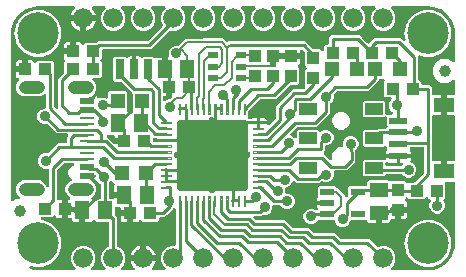
<source format=gbr>
G04 EAGLE Gerber RS-274X export*
G75*
%MOMM*%
%FSLAX34Y34*%
%LPD*%
%INTop Copper*%
%IPPOS*%
%AMOC8*
5,1,8,0,0,1.08239X$1,22.5*%
G01*
%ADD10C,0.600000*%
%ADD11C,0.115000*%
%ADD12R,0.700000X1.700000*%
%ADD13R,1.240000X1.500000*%
%ADD14R,1.000000X1.075000*%
%ADD15R,1.200000X1.300000*%
%ADD16R,1.075000X1.000000*%
%ADD17R,0.900000X0.600000*%
%ADD18R,1.200000X1.200000*%
%ADD19C,3.516000*%
%ADD20C,1.000000*%
%ADD21R,1.150000X0.575000*%
%ADD22R,1.150000X0.275000*%
%ADD23C,1.108000*%
%ADD24R,1.550000X0.600000*%
%ADD25R,1.800000X1.200000*%
%ADD26R,1.500000X1.240000*%
%ADD27R,1.200000X0.550000*%
%ADD28R,1.500000X1.000000*%
%ADD29C,1.676400*%
%ADD30C,0.254000*%
%ADD31C,0.906400*%
%ADD32C,0.203200*%
%ADD33C,0.177800*%

G36*
X355622Y2543D02*
X355622Y2543D01*
X355700Y2545D01*
X359077Y2810D01*
X359145Y2824D01*
X359214Y2829D01*
X359370Y2869D01*
X365794Y4956D01*
X365901Y5006D01*
X366012Y5050D01*
X366063Y5083D01*
X366082Y5091D01*
X366097Y5104D01*
X366148Y5136D01*
X371612Y9107D01*
X371699Y9188D01*
X371746Y9227D01*
X371752Y9231D01*
X371753Y9232D01*
X371791Y9264D01*
X371829Y9310D01*
X371844Y9324D01*
X371855Y9342D01*
X371893Y9388D01*
X373586Y11717D01*
X373599Y11741D01*
X373616Y11761D01*
X373675Y11880D01*
X373739Y11996D01*
X373746Y12022D01*
X373758Y12046D01*
X373785Y12174D01*
X373799Y12185D01*
X373823Y12196D01*
X373925Y12281D01*
X374031Y12361D01*
X374048Y12382D01*
X374068Y12398D01*
X374171Y12522D01*
X375864Y14852D01*
X375921Y14956D01*
X375985Y15056D01*
X376007Y15113D01*
X376017Y15131D01*
X376022Y15151D01*
X376044Y15206D01*
X378131Y21630D01*
X378144Y21698D01*
X378167Y21764D01*
X378190Y21923D01*
X378455Y25300D01*
X378455Y25304D01*
X378456Y25307D01*
X378455Y25326D01*
X378459Y25400D01*
X378459Y76490D01*
X378444Y76608D01*
X378437Y76727D01*
X378424Y76765D01*
X378419Y76806D01*
X378376Y76916D01*
X378339Y77029D01*
X378317Y77064D01*
X378302Y77101D01*
X378233Y77197D01*
X378169Y77298D01*
X378139Y77326D01*
X378116Y77359D01*
X378024Y77435D01*
X377937Y77516D01*
X377902Y77536D01*
X377871Y77561D01*
X377763Y77612D01*
X377659Y77670D01*
X377619Y77680D01*
X377583Y77697D01*
X377466Y77719D01*
X377351Y77749D01*
X377291Y77753D01*
X377271Y77757D01*
X377250Y77755D01*
X377190Y77759D01*
X371235Y77759D01*
X371097Y77742D01*
X370958Y77729D01*
X370939Y77722D01*
X370919Y77719D01*
X370790Y77668D01*
X370659Y77621D01*
X370642Y77610D01*
X370623Y77602D01*
X370511Y77521D01*
X370396Y77443D01*
X370383Y77427D01*
X370366Y77416D01*
X370277Y77308D01*
X370185Y77204D01*
X370176Y77186D01*
X370163Y77171D01*
X370104Y77045D01*
X370041Y76921D01*
X370036Y76901D01*
X370028Y76883D01*
X370002Y76746D01*
X369971Y76611D01*
X369972Y76590D01*
X369968Y76571D01*
X369977Y76432D01*
X369981Y76293D01*
X369986Y76273D01*
X369988Y76253D01*
X370031Y76121D01*
X370069Y75987D01*
X370080Y75970D01*
X370086Y75951D01*
X370160Y75833D01*
X370231Y75713D01*
X370238Y75705D01*
X370238Y64008D01*
X368839Y62610D01*
X368766Y62515D01*
X368687Y62426D01*
X368669Y62390D01*
X368644Y62358D01*
X368597Y62249D01*
X368543Y62143D01*
X368534Y62104D01*
X368518Y62066D01*
X368499Y61949D01*
X368473Y61833D01*
X368474Y61792D01*
X368468Y61752D01*
X368479Y61634D01*
X368483Y61515D01*
X368494Y61476D01*
X368498Y61436D01*
X368538Y61324D01*
X368571Y61209D01*
X368592Y61175D01*
X368606Y61136D01*
X368673Y61038D01*
X368733Y60935D01*
X368773Y60890D01*
X368782Y60876D01*
X369785Y58456D01*
X369785Y55844D01*
X368785Y53431D01*
X366939Y51585D01*
X364526Y50585D01*
X361914Y50585D01*
X359501Y51585D01*
X357655Y53431D01*
X356655Y55844D01*
X356655Y58456D01*
X357735Y61062D01*
X357748Y61110D01*
X357769Y61155D01*
X357790Y61263D01*
X357819Y61369D01*
X357820Y61419D01*
X357829Y61468D01*
X357822Y61577D01*
X357824Y61687D01*
X357812Y61735D01*
X357809Y61785D01*
X357775Y61889D01*
X357750Y61996D01*
X357727Y62040D01*
X357711Y62087D01*
X357652Y62180D01*
X357601Y62277D01*
X357568Y62314D01*
X357541Y62356D01*
X357461Y62431D01*
X357387Y62513D01*
X357346Y62540D01*
X357309Y62574D01*
X357213Y62627D01*
X357121Y62687D01*
X357074Y62704D01*
X357031Y62728D01*
X356925Y62755D01*
X356821Y62791D01*
X356771Y62795D01*
X356723Y62807D01*
X356616Y62814D01*
X355228Y64203D01*
X355133Y64276D01*
X355044Y64355D01*
X355008Y64373D01*
X354976Y64398D01*
X354867Y64445D01*
X354761Y64499D01*
X354722Y64508D01*
X354684Y64524D01*
X354567Y64543D01*
X354451Y64569D01*
X354410Y64568D01*
X354370Y64574D01*
X354252Y64563D01*
X354133Y64559D01*
X354094Y64548D01*
X354054Y64544D01*
X353941Y64504D01*
X353827Y64471D01*
X353793Y64450D01*
X353754Y64437D01*
X353656Y64370D01*
X353553Y64309D01*
X353508Y64269D01*
X353491Y64258D01*
X353478Y64243D01*
X353433Y64203D01*
X352047Y62817D01*
X339613Y62817D01*
X338473Y63958D01*
X338378Y64031D01*
X338289Y64110D01*
X338253Y64128D01*
X338221Y64153D01*
X338112Y64200D01*
X338006Y64254D01*
X337966Y64263D01*
X337929Y64279D01*
X337812Y64298D01*
X337696Y64324D01*
X337655Y64323D01*
X337615Y64329D01*
X337497Y64318D01*
X337378Y64314D01*
X337339Y64303D01*
X337299Y64299D01*
X337187Y64259D01*
X337072Y64226D01*
X337037Y64205D01*
X336999Y64192D01*
X336901Y64125D01*
X336798Y64064D01*
X336753Y64024D01*
X336736Y64013D01*
X336723Y63998D01*
X336678Y63958D01*
X336090Y63370D01*
X336013Y63271D01*
X335930Y63176D01*
X335915Y63145D01*
X335895Y63119D01*
X335845Y63003D01*
X335789Y62891D01*
X335782Y62858D01*
X335768Y62827D01*
X335749Y62702D01*
X335722Y62580D01*
X335724Y62546D01*
X335719Y62513D01*
X335730Y62387D01*
X335736Y62262D01*
X335745Y62230D01*
X335748Y62196D01*
X335791Y62078D01*
X335827Y61957D01*
X335845Y61929D01*
X335856Y61897D01*
X335927Y61793D01*
X335992Y61685D01*
X336016Y61662D01*
X336035Y61634D01*
X336129Y61551D01*
X336219Y61462D01*
X336259Y61435D01*
X336273Y61423D01*
X336292Y61413D01*
X336353Y61373D01*
X336760Y61138D01*
X337233Y60665D01*
X337568Y60086D01*
X337741Y59439D01*
X337741Y56229D01*
X331430Y56229D01*
X331312Y56214D01*
X331193Y56207D01*
X331155Y56194D01*
X331115Y56189D01*
X331004Y56146D01*
X330891Y56109D01*
X330857Y56087D01*
X330819Y56072D01*
X330723Y56003D01*
X330622Y55939D01*
X330594Y55909D01*
X330562Y55886D01*
X330486Y55794D01*
X330404Y55707D01*
X330385Y55672D01*
X330359Y55641D01*
X330308Y55533D01*
X330251Y55429D01*
X330241Y55389D01*
X330223Y55353D01*
X330203Y55246D01*
X330199Y55276D01*
X330155Y55386D01*
X330119Y55499D01*
X330097Y55534D01*
X330082Y55571D01*
X330012Y55667D01*
X329949Y55768D01*
X329919Y55796D01*
X329895Y55829D01*
X329804Y55905D01*
X329717Y55986D01*
X329682Y56006D01*
X329650Y56031D01*
X329543Y56082D01*
X329438Y56140D01*
X329399Y56150D01*
X329363Y56167D01*
X329246Y56189D01*
X329130Y56219D01*
X329070Y56223D01*
X329050Y56227D01*
X329030Y56225D01*
X328970Y56229D01*
X325000Y56229D01*
X324882Y56214D01*
X324763Y56207D01*
X324725Y56194D01*
X324684Y56189D01*
X324574Y56146D01*
X324461Y56109D01*
X324426Y56087D01*
X324389Y56072D01*
X324293Y56003D01*
X324192Y55939D01*
X324164Y55909D01*
X324131Y55886D01*
X324055Y55794D01*
X323974Y55707D01*
X323954Y55672D01*
X323929Y55641D01*
X323878Y55533D01*
X323820Y55429D01*
X323810Y55389D01*
X323793Y55353D01*
X323771Y55236D01*
X323741Y55121D01*
X323737Y55061D01*
X323733Y55041D01*
X323735Y55020D01*
X323731Y54960D01*
X323731Y53999D01*
X314960Y53999D01*
X314842Y53984D01*
X314723Y53977D01*
X314685Y53964D01*
X314645Y53959D01*
X314534Y53915D01*
X314421Y53879D01*
X314386Y53857D01*
X314349Y53842D01*
X314253Y53772D01*
X314152Y53709D01*
X314124Y53679D01*
X314092Y53655D01*
X314016Y53564D01*
X313934Y53477D01*
X313915Y53442D01*
X313889Y53410D01*
X313838Y53303D01*
X313781Y53199D01*
X313770Y53159D01*
X313753Y53123D01*
X313731Y53006D01*
X313701Y52891D01*
X313697Y52830D01*
X313693Y52810D01*
X313695Y52790D01*
X313691Y52730D01*
X313691Y51459D01*
X312420Y51459D01*
X312302Y51444D01*
X312183Y51437D01*
X312145Y51424D01*
X312105Y51419D01*
X311994Y51375D01*
X311881Y51339D01*
X311846Y51317D01*
X311809Y51302D01*
X311713Y51232D01*
X311612Y51169D01*
X311584Y51139D01*
X311551Y51115D01*
X311476Y51024D01*
X311394Y50937D01*
X311374Y50902D01*
X311349Y50870D01*
X311298Y50763D01*
X311240Y50659D01*
X311230Y50619D01*
X311213Y50583D01*
X311191Y50466D01*
X311161Y50351D01*
X311157Y50290D01*
X311153Y50270D01*
X311155Y50250D01*
X311151Y50190D01*
X311151Y42719D01*
X305856Y42719D01*
X305209Y42892D01*
X304630Y43227D01*
X304157Y43700D01*
X303822Y44279D01*
X303772Y44466D01*
X303730Y44570D01*
X303695Y44677D01*
X303670Y44717D01*
X303652Y44761D01*
X303585Y44851D01*
X303525Y44946D01*
X303491Y44978D01*
X303463Y45016D01*
X303375Y45087D01*
X303293Y45164D01*
X303252Y45187D01*
X303215Y45217D01*
X303113Y45263D01*
X303015Y45318D01*
X302969Y45329D01*
X302926Y45349D01*
X302816Y45369D01*
X302707Y45397D01*
X302635Y45402D01*
X302613Y45405D01*
X302595Y45404D01*
X302546Y45407D01*
X291034Y45407D01*
X291005Y45404D01*
X290975Y45406D01*
X290847Y45384D01*
X290719Y45367D01*
X290691Y45357D01*
X290662Y45352D01*
X290544Y45298D01*
X290423Y45250D01*
X290399Y45233D01*
X290372Y45221D01*
X290271Y45140D01*
X290166Y45064D01*
X290147Y45041D01*
X290124Y45022D01*
X290046Y44919D01*
X289963Y44819D01*
X289950Y44792D01*
X289932Y44768D01*
X289862Y44624D01*
X288775Y42001D01*
X286929Y40155D01*
X284516Y39155D01*
X281904Y39155D01*
X279491Y40155D01*
X277645Y42001D01*
X276558Y44624D01*
X276544Y44649D01*
X276535Y44677D01*
X276465Y44787D01*
X276401Y44900D01*
X276380Y44921D01*
X276365Y44946D01*
X276270Y45035D01*
X276180Y45128D01*
X276154Y45144D01*
X276133Y45164D01*
X276019Y45227D01*
X275909Y45295D01*
X275880Y45303D01*
X275854Y45318D01*
X275729Y45350D01*
X275605Y45388D01*
X275575Y45390D01*
X275547Y45397D01*
X275386Y45407D01*
X263312Y45407D01*
X263283Y45404D01*
X263253Y45406D01*
X263126Y45384D01*
X262997Y45367D01*
X262969Y45357D01*
X262940Y45351D01*
X262822Y45298D01*
X262701Y45250D01*
X262677Y45233D01*
X262650Y45221D01*
X262548Y45140D01*
X262443Y45064D01*
X262425Y45041D01*
X262402Y45022D01*
X262323Y44918D01*
X262241Y44819D01*
X262228Y44792D01*
X262210Y44768D01*
X262139Y44624D01*
X262105Y44541D01*
X260259Y42695D01*
X257846Y41695D01*
X255234Y41695D01*
X252821Y42695D01*
X250975Y44541D01*
X249975Y46954D01*
X249975Y49566D01*
X250975Y51979D01*
X252821Y53825D01*
X255234Y54825D01*
X257846Y54825D01*
X260413Y53761D01*
X260494Y53726D01*
X260632Y53665D01*
X260638Y53664D01*
X260645Y53661D01*
X260796Y53637D01*
X260945Y53612D01*
X260952Y53612D01*
X260959Y53611D01*
X261112Y53626D01*
X261262Y53638D01*
X261269Y53640D01*
X261275Y53641D01*
X261419Y53693D01*
X261563Y53743D01*
X261568Y53746D01*
X261575Y53749D01*
X261701Y53835D01*
X261828Y53918D01*
X261832Y53923D01*
X261838Y53927D01*
X261939Y54042D01*
X262041Y54155D01*
X262044Y54161D01*
X262048Y54166D01*
X262118Y54301D01*
X262188Y54436D01*
X262190Y54443D01*
X262193Y54449D01*
X262226Y54598D01*
X262261Y54746D01*
X262261Y54753D01*
X262263Y54759D01*
X262258Y54912D01*
X262255Y55064D01*
X262253Y55070D01*
X262253Y55077D01*
X262211Y55221D01*
X262170Y55370D01*
X262166Y55379D01*
X262165Y55383D01*
X262159Y55392D01*
X262098Y55515D01*
X261841Y55959D01*
X261668Y56606D01*
X261668Y58316D01*
X270104Y58316D01*
X270222Y58331D01*
X270341Y58338D01*
X270379Y58350D01*
X270419Y58356D01*
X270530Y58399D01*
X270643Y58436D01*
X270677Y58458D01*
X270715Y58473D01*
X270811Y58542D01*
X270912Y58606D01*
X270940Y58636D01*
X270972Y58659D01*
X271048Y58751D01*
X271130Y58838D01*
X271149Y58873D01*
X271175Y58904D01*
X271226Y59012D01*
X271283Y59116D01*
X271293Y59156D01*
X271311Y59192D01*
X271333Y59309D01*
X271363Y59424D01*
X271367Y59484D01*
X271370Y59504D01*
X271369Y59525D01*
X271373Y59585D01*
X271373Y59795D01*
X271358Y59913D01*
X271351Y60032D01*
X271338Y60070D01*
X271333Y60111D01*
X271289Y60221D01*
X271253Y60334D01*
X271231Y60369D01*
X271216Y60406D01*
X271146Y60502D01*
X271083Y60603D01*
X271053Y60631D01*
X271029Y60664D01*
X270938Y60740D01*
X270851Y60821D01*
X270816Y60841D01*
X270784Y60866D01*
X270677Y60917D01*
X270572Y60975D01*
X270533Y60985D01*
X270497Y61002D01*
X270380Y61024D01*
X270264Y61054D01*
X270204Y61058D01*
X270184Y61062D01*
X270164Y61060D01*
X270104Y61064D01*
X261668Y61064D01*
X261668Y62774D01*
X261841Y63421D01*
X262217Y64071D01*
X262229Y64085D01*
X262248Y64121D01*
X262273Y64153D01*
X262320Y64262D01*
X262374Y64368D01*
X262383Y64408D01*
X262399Y64445D01*
X262418Y64563D01*
X262444Y64679D01*
X262442Y64719D01*
X262449Y64759D01*
X262438Y64878D01*
X262434Y64996D01*
X262423Y65035D01*
X262419Y65076D01*
X262379Y65188D01*
X262346Y65302D01*
X262325Y65337D01*
X262311Y65375D01*
X262244Y65473D01*
X262184Y65576D01*
X262176Y65585D01*
X262176Y72782D01*
X263367Y73973D01*
X277051Y73973D01*
X278582Y72442D01*
X278585Y72437D01*
X278593Y72431D01*
X278598Y72426D01*
X278613Y72408D01*
X284989Y66033D01*
X284989Y65703D01*
X285006Y65565D01*
X285019Y65426D01*
X285026Y65407D01*
X285029Y65387D01*
X285080Y65258D01*
X285127Y65127D01*
X285138Y65110D01*
X285146Y65092D01*
X285227Y64979D01*
X285305Y64864D01*
X285321Y64851D01*
X285332Y64834D01*
X285440Y64745D01*
X285544Y64653D01*
X285562Y64644D01*
X285577Y64631D01*
X285703Y64572D01*
X285827Y64509D01*
X285847Y64504D01*
X285865Y64496D01*
X286002Y64470D01*
X286137Y64439D01*
X286158Y64440D01*
X286177Y64436D01*
X286316Y64445D01*
X286455Y64449D01*
X286475Y64455D01*
X286495Y64456D01*
X286627Y64499D01*
X286761Y64537D01*
X286778Y64548D01*
X286797Y64554D01*
X286915Y64628D01*
X287035Y64699D01*
X287056Y64717D01*
X287066Y64724D01*
X287080Y64739D01*
X287156Y64805D01*
X287807Y65456D01*
X287867Y65535D01*
X287935Y65607D01*
X287964Y65660D01*
X288001Y65708D01*
X288041Y65798D01*
X288089Y65885D01*
X288104Y65944D01*
X288128Y65999D01*
X288143Y66097D01*
X288168Y66193D01*
X288174Y66293D01*
X288178Y66314D01*
X288176Y66326D01*
X288178Y66354D01*
X288178Y72782D01*
X289369Y73973D01*
X302888Y73973D01*
X303006Y73988D01*
X303125Y73995D01*
X303163Y74008D01*
X303204Y74013D01*
X303314Y74056D01*
X303427Y74093D01*
X303462Y74115D01*
X303499Y74130D01*
X303595Y74199D01*
X303696Y74263D01*
X303724Y74293D01*
X303757Y74316D01*
X303833Y74408D01*
X303914Y74495D01*
X303934Y74530D01*
X303959Y74561D01*
X304010Y74669D01*
X304068Y74773D01*
X304078Y74813D01*
X304095Y74849D01*
X304117Y74966D01*
X304147Y75081D01*
X304151Y75141D01*
X304155Y75161D01*
X304153Y75182D01*
X304157Y75242D01*
X304157Y77502D01*
X305348Y78693D01*
X322032Y78693D01*
X322575Y78150D01*
X322669Y78077D01*
X322758Y77998D01*
X322794Y77980D01*
X322826Y77955D01*
X322936Y77907D01*
X323042Y77853D01*
X323081Y77844D01*
X323118Y77828D01*
X323236Y77810D01*
X323352Y77784D01*
X323392Y77785D01*
X323432Y77779D01*
X323551Y77790D01*
X323670Y77793D01*
X323709Y77805D01*
X323749Y77808D01*
X323861Y77849D01*
X323975Y77882D01*
X324010Y77902D01*
X324048Y77916D01*
X324147Y77983D01*
X324249Y78043D01*
X324294Y78083D01*
X324311Y78095D01*
X324325Y78110D01*
X324356Y78138D01*
X336042Y78138D01*
X337558Y76622D01*
X337652Y76549D01*
X337741Y76470D01*
X337777Y76452D01*
X337809Y76427D01*
X337918Y76380D01*
X338024Y76326D01*
X338063Y76317D01*
X338101Y76301D01*
X338218Y76282D01*
X338334Y76256D01*
X338375Y76257D01*
X338415Y76251D01*
X338534Y76262D01*
X338652Y76266D01*
X338691Y76277D01*
X338731Y76281D01*
X338844Y76321D01*
X338958Y76354D01*
X338993Y76375D01*
X339031Y76388D01*
X339129Y76455D01*
X339232Y76516D01*
X339277Y76556D01*
X339294Y76567D01*
X339307Y76582D01*
X339353Y76622D01*
X339613Y76883D01*
X343466Y76883D01*
X343564Y76895D01*
X343663Y76898D01*
X343722Y76915D01*
X343782Y76923D01*
X343874Y76959D01*
X343969Y76987D01*
X344021Y77017D01*
X344077Y77040D01*
X344157Y77098D01*
X344243Y77148D01*
X344318Y77214D01*
X344335Y77226D01*
X344343Y77236D01*
X344364Y77254D01*
X351926Y84816D01*
X351986Y84895D01*
X352054Y84967D01*
X352083Y85020D01*
X352120Y85068D01*
X352160Y85159D01*
X352208Y85245D01*
X352223Y85304D01*
X352247Y85359D01*
X352262Y85457D01*
X352287Y85553D01*
X352293Y85653D01*
X352297Y85674D01*
X352295Y85686D01*
X352297Y85714D01*
X352297Y105918D01*
X352282Y106036D01*
X352275Y106155D01*
X352262Y106193D01*
X352257Y106234D01*
X352214Y106344D01*
X352177Y106457D01*
X352155Y106492D01*
X352140Y106529D01*
X352071Y106625D01*
X352007Y106726D01*
X351977Y106754D01*
X351954Y106787D01*
X351862Y106863D01*
X351775Y106944D01*
X351740Y106964D01*
X351709Y106989D01*
X351601Y107040D01*
X351497Y107098D01*
X351457Y107108D01*
X351421Y107125D01*
X351304Y107147D01*
X351189Y107177D01*
X351129Y107181D01*
X351109Y107185D01*
X351088Y107183D01*
X351028Y107187D01*
X341512Y107187D01*
X341394Y107172D01*
X341275Y107165D01*
X341237Y107152D01*
X341196Y107147D01*
X341086Y107104D01*
X340973Y107067D01*
X340938Y107045D01*
X340901Y107030D01*
X340805Y106961D01*
X340704Y106897D01*
X340676Y106867D01*
X340643Y106844D01*
X340567Y106752D01*
X340486Y106665D01*
X340466Y106630D01*
X340441Y106599D01*
X340390Y106491D01*
X340332Y106387D01*
X340322Y106347D01*
X340305Y106311D01*
X340283Y106194D01*
X340253Y106079D01*
X340249Y106019D01*
X340245Y105999D01*
X340247Y105978D01*
X340243Y105918D01*
X340243Y105433D01*
X340189Y105373D01*
X340171Y105337D01*
X340146Y105305D01*
X340099Y105196D01*
X340045Y105089D01*
X340036Y105050D01*
X340020Y105014D01*
X340001Y104896D01*
X339975Y104779D01*
X339977Y104739D01*
X339970Y104700D01*
X339981Y104581D01*
X339985Y104461D01*
X339996Y104423D01*
X340000Y104383D01*
X340040Y104271D01*
X340074Y104156D01*
X340094Y104121D01*
X340108Y104084D01*
X340155Y104014D01*
X340160Y104005D01*
X340578Y103281D01*
X340751Y102634D01*
X340751Y100799D01*
X330690Y100799D01*
X330572Y100784D01*
X330453Y100777D01*
X330446Y100775D01*
X330390Y100789D01*
X330330Y100793D01*
X330310Y100797D01*
X330290Y100795D01*
X330230Y100799D01*
X320169Y100799D01*
X320169Y102634D01*
X320342Y103281D01*
X320718Y103931D01*
X320730Y103945D01*
X320749Y103981D01*
X320773Y104012D01*
X320821Y104122D01*
X320875Y104228D01*
X320884Y104267D01*
X320900Y104304D01*
X320918Y104422D01*
X320945Y104539D01*
X320943Y104578D01*
X320950Y104618D01*
X320939Y104737D01*
X320935Y104857D01*
X320924Y104895D01*
X320920Y104935D01*
X320880Y105047D01*
X320847Y105162D01*
X320826Y105196D01*
X320813Y105234D01*
X320746Y105333D01*
X320685Y105436D01*
X320677Y105445D01*
X320677Y106598D01*
X320660Y106736D01*
X320647Y106875D01*
X320640Y106894D01*
X320637Y106914D01*
X320586Y107043D01*
X320539Y107174D01*
X320528Y107191D01*
X320520Y107210D01*
X320439Y107322D01*
X320361Y107437D01*
X320345Y107450D01*
X320334Y107467D01*
X320226Y107556D01*
X320122Y107648D01*
X320104Y107657D01*
X320089Y107670D01*
X319963Y107729D01*
X319839Y107792D01*
X319819Y107797D01*
X319801Y107805D01*
X319665Y107831D01*
X319529Y107862D01*
X319508Y107861D01*
X319489Y107865D01*
X319350Y107856D01*
X319211Y107852D01*
X319191Y107847D01*
X319171Y107845D01*
X319039Y107802D01*
X318905Y107764D01*
X318888Y107753D01*
X318869Y107747D01*
X318751Y107673D01*
X318631Y107602D01*
X318610Y107584D01*
X318600Y107577D01*
X318586Y107562D01*
X318510Y107496D01*
X318282Y107267D01*
X301598Y107267D01*
X300407Y108458D01*
X300407Y120142D01*
X301598Y121333D01*
X311776Y121333D01*
X311874Y121345D01*
X311973Y121348D01*
X312032Y121365D01*
X312092Y121373D01*
X312184Y121409D01*
X312279Y121437D01*
X312331Y121467D01*
X312387Y121490D01*
X312467Y121548D01*
X312553Y121598D01*
X312628Y121664D01*
X312645Y121676D01*
X312653Y121686D01*
X312674Y121704D01*
X313572Y122603D01*
X319612Y122603D01*
X319710Y122615D01*
X319810Y122618D01*
X319868Y122635D01*
X319928Y122643D01*
X320020Y122679D01*
X320115Y122707D01*
X320167Y122737D01*
X320224Y122760D01*
X320304Y122818D01*
X320389Y122868D01*
X320464Y122934D01*
X320481Y122946D01*
X320489Y122956D01*
X320510Y122974D01*
X320938Y123402D01*
X321011Y123497D01*
X321090Y123586D01*
X321108Y123622D01*
X321133Y123654D01*
X321180Y123763D01*
X321234Y123869D01*
X321243Y123908D01*
X321259Y123946D01*
X321278Y124063D01*
X321304Y124179D01*
X321303Y124220D01*
X321309Y124260D01*
X321298Y124378D01*
X321294Y124497D01*
X321283Y124536D01*
X321279Y124576D01*
X321239Y124689D01*
X321206Y124803D01*
X321185Y124837D01*
X321172Y124876D01*
X321105Y124974D01*
X321044Y125077D01*
X321004Y125122D01*
X320993Y125139D01*
X320978Y125152D01*
X320938Y125197D01*
X320677Y125458D01*
X320677Y131598D01*
X320660Y131736D01*
X320647Y131875D01*
X320640Y131894D01*
X320637Y131914D01*
X320586Y132043D01*
X320539Y132174D01*
X320528Y132191D01*
X320520Y132210D01*
X320439Y132322D01*
X320361Y132437D01*
X320345Y132450D01*
X320334Y132467D01*
X320226Y132556D01*
X320122Y132648D01*
X320104Y132657D01*
X320089Y132670D01*
X319963Y132729D01*
X319839Y132792D01*
X319819Y132797D01*
X319801Y132805D01*
X319665Y132831D01*
X319529Y132862D01*
X319508Y132861D01*
X319489Y132865D01*
X319350Y132856D01*
X319211Y132852D01*
X319191Y132847D01*
X319171Y132845D01*
X319039Y132802D01*
X318905Y132764D01*
X318888Y132753D01*
X318869Y132747D01*
X318751Y132673D01*
X318631Y132602D01*
X318610Y132584D01*
X318600Y132577D01*
X318586Y132562D01*
X318510Y132496D01*
X318282Y132267D01*
X301598Y132267D01*
X300407Y133458D01*
X300407Y145142D01*
X301598Y146333D01*
X318282Y146333D01*
X319473Y145142D01*
X319473Y135002D01*
X319490Y134864D01*
X319503Y134725D01*
X319510Y134706D01*
X319513Y134686D01*
X319564Y134557D01*
X319611Y134426D01*
X319622Y134409D01*
X319630Y134390D01*
X319711Y134278D01*
X319789Y134163D01*
X319805Y134150D01*
X319816Y134133D01*
X319924Y134044D01*
X320028Y133952D01*
X320046Y133943D01*
X320061Y133930D01*
X320187Y133871D01*
X320311Y133808D01*
X320331Y133803D01*
X320349Y133795D01*
X320485Y133769D01*
X320621Y133738D01*
X320642Y133739D01*
X320661Y133735D01*
X320800Y133744D01*
X320939Y133748D01*
X320959Y133753D01*
X320979Y133755D01*
X321111Y133798D01*
X321245Y133836D01*
X321262Y133847D01*
X321281Y133853D01*
X321399Y133927D01*
X321519Y133998D01*
X321540Y134016D01*
X321550Y134023D01*
X321564Y134038D01*
X321640Y134104D01*
X321868Y134333D01*
X324489Y134333D01*
X324627Y134350D01*
X324765Y134363D01*
X324785Y134370D01*
X324805Y134373D01*
X324934Y134424D01*
X325065Y134471D01*
X325082Y134482D01*
X325100Y134490D01*
X325213Y134571D01*
X325328Y134649D01*
X325341Y134665D01*
X325358Y134676D01*
X325446Y134784D01*
X325538Y134888D01*
X325548Y134906D01*
X325560Y134921D01*
X325620Y135047D01*
X325683Y135171D01*
X325687Y135191D01*
X325696Y135209D01*
X325722Y135345D01*
X325753Y135481D01*
X325752Y135502D01*
X325756Y135521D01*
X325747Y135660D01*
X325743Y135799D01*
X325737Y135819D01*
X325736Y135839D01*
X325693Y135971D01*
X325655Y136105D01*
X325644Y136122D01*
X325638Y136141D01*
X325563Y136259D01*
X325493Y136379D01*
X325474Y136400D01*
X325468Y136410D01*
X325453Y136424D01*
X325387Y136499D01*
X323365Y138521D01*
X322365Y140934D01*
X322365Y143546D01*
X323365Y145959D01*
X324417Y147011D01*
X324501Y147120D01*
X324590Y147227D01*
X324599Y147246D01*
X324612Y147262D01*
X324667Y147389D01*
X324726Y147515D01*
X324730Y147535D01*
X324738Y147554D01*
X324760Y147691D01*
X324786Y147828D01*
X324785Y147848D01*
X324788Y147868D01*
X324775Y148007D01*
X324766Y148145D01*
X324760Y148164D01*
X324758Y148184D01*
X324711Y148316D01*
X324668Y148447D01*
X324657Y148465D01*
X324650Y148484D01*
X324573Y148598D01*
X324498Y148716D01*
X324483Y148730D01*
X324472Y148747D01*
X324368Y148839D01*
X324266Y148934D01*
X324248Y148944D01*
X324233Y148957D01*
X324110Y149020D01*
X323988Y149088D01*
X323968Y149093D01*
X323950Y149102D01*
X323814Y149132D01*
X323680Y149167D01*
X323652Y149169D01*
X323640Y149172D01*
X323619Y149171D01*
X323519Y149177D01*
X319293Y149177D01*
X318102Y150368D01*
X318102Y162052D01*
X318571Y162521D01*
X318656Y162630D01*
X318745Y162737D01*
X318753Y162756D01*
X318766Y162772D01*
X318821Y162900D01*
X318880Y163025D01*
X318884Y163045D01*
X318892Y163064D01*
X318914Y163202D01*
X318940Y163338D01*
X318939Y163358D01*
X318942Y163378D01*
X318929Y163517D01*
X318920Y163655D01*
X318914Y163674D01*
X318912Y163694D01*
X318865Y163825D01*
X318822Y163957D01*
X318811Y163975D01*
X318805Y163994D01*
X318727Y164108D01*
X318652Y164226D01*
X318637Y164240D01*
X318626Y164257D01*
X318522Y164349D01*
X318420Y164444D01*
X318403Y164454D01*
X318388Y164467D01*
X318264Y164530D01*
X318142Y164598D01*
X318122Y164603D01*
X318104Y164612D01*
X317968Y164642D01*
X317834Y164677D01*
X317806Y164679D01*
X317794Y164682D01*
X317774Y164681D01*
X317673Y164687D01*
X315382Y164687D01*
X315264Y164672D01*
X315145Y164665D01*
X315107Y164652D01*
X315066Y164647D01*
X314956Y164604D01*
X314843Y164567D01*
X314808Y164545D01*
X314771Y164530D01*
X314675Y164461D01*
X314574Y164397D01*
X314546Y164367D01*
X314513Y164344D01*
X314437Y164252D01*
X314356Y164165D01*
X314336Y164130D01*
X314311Y164099D01*
X314260Y163991D01*
X314202Y163887D01*
X314192Y163847D01*
X314175Y163811D01*
X314153Y163694D01*
X314123Y163579D01*
X314119Y163519D01*
X314115Y163499D01*
X314117Y163478D01*
X314113Y163418D01*
X314113Y163392D01*
X304898Y154177D01*
X278989Y154177D01*
X278891Y154165D01*
X278792Y154162D01*
X278734Y154145D01*
X278673Y154137D01*
X278581Y154101D01*
X278486Y154073D01*
X278434Y154043D01*
X278378Y154020D01*
X278298Y153962D01*
X278212Y153912D01*
X278137Y153846D01*
X278120Y153834D01*
X278113Y153824D01*
X278091Y153806D01*
X276293Y152007D01*
X276232Y151928D01*
X276164Y151856D01*
X276135Y151803D01*
X276098Y151755D01*
X276058Y151664D01*
X276011Y151578D01*
X275995Y151519D01*
X275971Y151464D01*
X275956Y151366D01*
X275931Y151270D01*
X275925Y151170D01*
X275922Y151149D01*
X275923Y151137D01*
X275921Y151109D01*
X275921Y148435D01*
X274922Y146022D01*
X273031Y144132D01*
X272970Y144053D01*
X272902Y143981D01*
X272873Y143928D01*
X272836Y143880D01*
X272796Y143789D01*
X272749Y143703D01*
X272733Y143644D01*
X272709Y143588D01*
X272694Y143490D01*
X272669Y143395D01*
X272663Y143295D01*
X272660Y143274D01*
X272661Y143262D01*
X272659Y143234D01*
X272659Y135491D01*
X261040Y123871D01*
X245072Y123871D01*
X244974Y123859D01*
X244875Y123856D01*
X244817Y123839D01*
X244757Y123831D01*
X244665Y123795D01*
X244570Y123767D01*
X244517Y123737D01*
X244461Y123714D01*
X244381Y123656D01*
X244296Y123606D01*
X244220Y123540D01*
X244204Y123528D01*
X244196Y123518D01*
X244175Y123500D01*
X239187Y118512D01*
X239157Y118473D01*
X239120Y118439D01*
X239060Y118348D01*
X238992Y118261D01*
X238973Y118215D01*
X238945Y118174D01*
X238910Y118070D01*
X238866Y117969D01*
X238858Y117920D01*
X238842Y117873D01*
X238833Y117764D01*
X238816Y117655D01*
X238821Y117605D01*
X238817Y117556D01*
X238836Y117448D01*
X238846Y117338D01*
X238863Y117292D01*
X238871Y117243D01*
X238916Y117142D01*
X238954Y117039D01*
X238982Y116998D01*
X239002Y116953D01*
X239071Y116867D01*
X239132Y116776D01*
X239169Y116743D01*
X239201Y116704D01*
X239288Y116638D01*
X239371Y116565D01*
X239415Y116543D01*
X239455Y116513D01*
X239599Y116442D01*
X241243Y115761D01*
X242241Y114763D01*
X242350Y114679D01*
X242457Y114590D01*
X242476Y114581D01*
X242492Y114568D01*
X242619Y114513D01*
X242745Y114454D01*
X242765Y114450D01*
X242784Y114442D01*
X242922Y114420D01*
X243058Y114394D01*
X243078Y114395D01*
X243098Y114392D01*
X243237Y114405D01*
X243375Y114414D01*
X243394Y114420D01*
X243414Y114422D01*
X243546Y114469D01*
X243677Y114512D01*
X243695Y114523D01*
X243714Y114530D01*
X243829Y114608D01*
X243946Y114682D01*
X243960Y114697D01*
X243977Y114708D01*
X244069Y114812D01*
X244164Y114914D01*
X244174Y114932D01*
X244187Y114947D01*
X244250Y115070D01*
X244318Y115192D01*
X244323Y115212D01*
X244332Y115230D01*
X244362Y115366D01*
X244397Y115500D01*
X244399Y115528D01*
X244402Y115540D01*
X244401Y115561D01*
X244407Y115661D01*
X244407Y120142D01*
X245598Y121333D01*
X262282Y121333D01*
X263344Y120271D01*
X263438Y120198D01*
X263527Y120119D01*
X263563Y120101D01*
X263595Y120076D01*
X263704Y120029D01*
X263810Y119975D01*
X263850Y119966D01*
X263887Y119950D01*
X264005Y119931D01*
X264121Y119905D01*
X264161Y119906D01*
X264201Y119900D01*
X264320Y119911D01*
X264438Y119915D01*
X264477Y119926D01*
X264518Y119930D01*
X264630Y119970D01*
X264744Y120003D01*
X264779Y120024D01*
X264817Y120037D01*
X264915Y120104D01*
X265018Y120165D01*
X265063Y120204D01*
X265080Y120216D01*
X265093Y120231D01*
X265139Y120271D01*
X265361Y120493D01*
X267774Y121493D01*
X270385Y121493D01*
X272798Y120493D01*
X274645Y118647D01*
X275644Y116234D01*
X275644Y113622D01*
X274645Y111209D01*
X272798Y109363D01*
X270385Y108363D01*
X269842Y108363D01*
X269723Y108348D01*
X269605Y108341D01*
X269566Y108328D01*
X269526Y108323D01*
X269415Y108280D01*
X269302Y108243D01*
X269268Y108221D01*
X269230Y108206D01*
X269134Y108137D01*
X269033Y108073D01*
X269006Y108043D01*
X268973Y108020D01*
X268897Y107928D01*
X268815Y107841D01*
X268796Y107806D01*
X268770Y107775D01*
X268719Y107667D01*
X268662Y107563D01*
X268652Y107523D01*
X268635Y107487D01*
X268612Y107370D01*
X268583Y107255D01*
X268579Y107195D01*
X268575Y107175D01*
X268576Y107154D01*
X268572Y107094D01*
X268572Y104169D01*
X267362Y102959D01*
X267289Y102865D01*
X267210Y102775D01*
X267192Y102739D01*
X267167Y102707D01*
X267120Y102598D01*
X267066Y102492D01*
X267057Y102453D01*
X267041Y102416D01*
X267022Y102298D01*
X266996Y102182D01*
X266997Y102142D01*
X266991Y102102D01*
X267002Y101983D01*
X267006Y101864D01*
X267017Y101825D01*
X267021Y101785D01*
X267061Y101673D01*
X267094Y101559D01*
X267115Y101524D01*
X267128Y101486D01*
X267195Y101387D01*
X267256Y101285D01*
X267296Y101239D01*
X267307Y101222D01*
X267322Y101209D01*
X267362Y101164D01*
X269739Y98787D01*
X269739Y98786D01*
X272485Y96041D01*
X272540Y95998D01*
X272589Y95948D01*
X272665Y95901D01*
X272736Y95846D01*
X272800Y95818D01*
X272860Y95782D01*
X272945Y95755D01*
X273028Y95720D01*
X273097Y95709D01*
X273164Y95688D01*
X273253Y95684D01*
X273342Y95670D01*
X273412Y95676D01*
X273481Y95673D01*
X273569Y95691D01*
X273659Y95700D01*
X273725Y95723D01*
X273793Y95737D01*
X273873Y95777D01*
X273958Y95807D01*
X274016Y95846D01*
X274078Y95877D01*
X274147Y95935D01*
X274221Y95986D01*
X274267Y96038D01*
X274320Y96083D01*
X274372Y96157D01*
X274432Y96224D01*
X274463Y96286D01*
X274504Y96343D01*
X274535Y96427D01*
X274576Y96507D01*
X274591Y96576D01*
X274616Y96641D01*
X274626Y96730D01*
X274646Y96818D01*
X274644Y96887D01*
X274651Y96957D01*
X274639Y97046D01*
X274636Y97136D01*
X274617Y97203D01*
X274607Y97272D01*
X274555Y97424D01*
X274399Y97800D01*
X274399Y100800D01*
X275547Y103571D01*
X277669Y105693D01*
X280440Y106841D01*
X282324Y106841D01*
X282442Y106856D01*
X282561Y106863D01*
X282599Y106876D01*
X282639Y106881D01*
X282750Y106924D01*
X282863Y106961D01*
X282898Y106983D01*
X282935Y106998D01*
X283031Y107067D01*
X283132Y107131D01*
X283160Y107161D01*
X283192Y107184D01*
X283268Y107276D01*
X283350Y107363D01*
X283369Y107398D01*
X283395Y107429D01*
X283446Y107537D01*
X283503Y107641D01*
X283514Y107681D01*
X283531Y107717D01*
X283553Y107834D01*
X283583Y107949D01*
X283587Y108009D01*
X283591Y108029D01*
X283589Y108050D01*
X283593Y108110D01*
X283593Y110940D01*
X284593Y113353D01*
X286439Y115199D01*
X288852Y116199D01*
X291464Y116199D01*
X293876Y115199D01*
X295723Y113353D01*
X296723Y110940D01*
X296723Y108328D01*
X295723Y105915D01*
X294424Y104617D01*
X294364Y104538D01*
X294296Y104466D01*
X294267Y104413D01*
X294230Y104365D01*
X294190Y104274D01*
X294142Y104188D01*
X294127Y104129D01*
X294103Y104074D01*
X294088Y103976D01*
X294063Y103880D01*
X294057Y103780D01*
X294053Y103759D01*
X294055Y103747D01*
X294053Y103719D01*
X294053Y94283D01*
X291747Y91976D01*
X291746Y91976D01*
X286957Y87187D01*
X276809Y87187D01*
X276759Y87181D01*
X276710Y87183D01*
X276602Y87161D01*
X276493Y87147D01*
X276447Y87129D01*
X276398Y87119D01*
X276300Y87071D01*
X276197Y87030D01*
X276157Y87001D01*
X276113Y86979D01*
X276029Y86908D01*
X275940Y86844D01*
X275908Y86805D01*
X275871Y86773D01*
X275807Y86683D01*
X275737Y86599D01*
X275716Y86554D01*
X275687Y86513D01*
X275648Y86410D01*
X275602Y86311D01*
X275592Y86262D01*
X275575Y86216D01*
X275563Y86106D01*
X275542Y85999D01*
X275545Y85949D01*
X275539Y85900D01*
X275555Y85791D01*
X275562Y85681D01*
X275577Y85634D01*
X275584Y85585D01*
X275636Y85432D01*
X275805Y85025D01*
X275805Y82413D01*
X274805Y80000D01*
X272959Y78154D01*
X270546Y77154D01*
X267934Y77154D01*
X265858Y78014D01*
X265830Y78022D01*
X265804Y78035D01*
X265677Y78064D01*
X265552Y78098D01*
X265522Y78099D01*
X265493Y78105D01*
X265363Y78101D01*
X265234Y78103D01*
X265205Y78096D01*
X265175Y78095D01*
X265051Y78059D01*
X264924Y78029D01*
X264898Y78015D01*
X264870Y78007D01*
X264758Y77941D01*
X264643Y77880D01*
X264621Y77860D01*
X264596Y77845D01*
X264475Y77739D01*
X263483Y76747D01*
X243920Y76747D01*
X242747Y77919D01*
X242708Y77950D01*
X242674Y77987D01*
X242582Y78047D01*
X242496Y78114D01*
X242450Y78134D01*
X242408Y78161D01*
X242305Y78197D01*
X242204Y78241D01*
X242155Y78248D01*
X242108Y78265D01*
X241998Y78273D01*
X241890Y78290D01*
X241840Y78286D01*
X241791Y78290D01*
X241683Y78271D01*
X241573Y78261D01*
X241526Y78244D01*
X241477Y78235D01*
X241377Y78190D01*
X241274Y78153D01*
X241233Y78125D01*
X241187Y78105D01*
X241102Y78036D01*
X241011Y77974D01*
X240978Y77937D01*
X240939Y77906D01*
X240873Y77818D01*
X240800Y77736D01*
X240777Y77692D01*
X240748Y77652D01*
X240677Y77508D01*
X239931Y75707D01*
X238084Y73860D01*
X235643Y72849D01*
X235573Y72835D01*
X235464Y72821D01*
X235418Y72803D01*
X235369Y72793D01*
X235271Y72744D01*
X235169Y72704D01*
X235128Y72675D01*
X235084Y72653D01*
X235000Y72582D01*
X234911Y72517D01*
X234879Y72479D01*
X234842Y72447D01*
X234778Y72357D01*
X234708Y72272D01*
X234687Y72227D01*
X234659Y72187D01*
X234620Y72084D01*
X234573Y71984D01*
X234564Y71936D01*
X234546Y71889D01*
X234534Y71780D01*
X234513Y71672D01*
X234516Y71623D01*
X234511Y71573D01*
X234526Y71464D01*
X234533Y71355D01*
X234548Y71307D01*
X234555Y71258D01*
X234607Y71106D01*
X234756Y70747D01*
X234756Y68794D01*
X234771Y68676D01*
X234778Y68557D01*
X234791Y68519D01*
X234796Y68478D01*
X234839Y68368D01*
X234876Y68255D01*
X234898Y68220D01*
X234913Y68183D01*
X234983Y68087D01*
X235046Y67986D01*
X235076Y67958D01*
X235100Y67925D01*
X235191Y67849D01*
X235278Y67768D01*
X235313Y67748D01*
X235344Y67723D01*
X235452Y67672D01*
X235556Y67614D01*
X235596Y67604D01*
X235632Y67587D01*
X235749Y67565D01*
X235864Y67535D01*
X235925Y67531D01*
X235945Y67527D01*
X235965Y67529D01*
X236025Y67525D01*
X237526Y67525D01*
X239939Y66525D01*
X241785Y64679D01*
X242785Y62266D01*
X242785Y59654D01*
X241785Y57241D01*
X239939Y55395D01*
X237526Y54395D01*
X234914Y54395D01*
X232501Y55395D01*
X230611Y57286D01*
X230532Y57346D01*
X230460Y57414D01*
X230407Y57443D01*
X230359Y57480D01*
X230268Y57520D01*
X230182Y57568D01*
X230123Y57583D01*
X230067Y57607D01*
X229969Y57622D01*
X229874Y57647D01*
X229774Y57653D01*
X229753Y57657D01*
X229741Y57655D01*
X229713Y57657D01*
X225004Y57657D01*
X224886Y57642D01*
X224767Y57635D01*
X224729Y57622D01*
X224688Y57617D01*
X224578Y57574D01*
X224465Y57537D01*
X224430Y57515D01*
X224393Y57500D01*
X224297Y57431D01*
X224196Y57367D01*
X224168Y57337D01*
X224135Y57314D01*
X224059Y57222D01*
X223978Y57135D01*
X223958Y57100D01*
X223933Y57069D01*
X223882Y56961D01*
X223824Y56857D01*
X223814Y56817D01*
X223797Y56781D01*
X223775Y56664D01*
X223745Y56549D01*
X223741Y56489D01*
X223737Y56469D01*
X223739Y56448D01*
X223735Y56388D01*
X223735Y54574D01*
X222735Y52161D01*
X220889Y50315D01*
X218476Y49315D01*
X215802Y49315D01*
X215704Y49303D01*
X215605Y49300D01*
X215546Y49283D01*
X215486Y49275D01*
X215394Y49239D01*
X215299Y49211D01*
X215247Y49181D01*
X215191Y49158D01*
X215111Y49100D01*
X215025Y49050D01*
X214950Y48984D01*
X214933Y48972D01*
X214925Y48962D01*
X214904Y48944D01*
X214728Y48767D01*
X208851Y48767D01*
X208713Y48750D01*
X208575Y48737D01*
X208556Y48730D01*
X208536Y48727D01*
X208407Y48676D01*
X208276Y48629D01*
X208259Y48618D01*
X208240Y48610D01*
X208128Y48529D01*
X208013Y48451D01*
X207999Y48435D01*
X207983Y48424D01*
X207894Y48316D01*
X207802Y48212D01*
X207793Y48194D01*
X207780Y48179D01*
X207721Y48053D01*
X207658Y47929D01*
X207653Y47909D01*
X207645Y47891D01*
X207618Y47754D01*
X207588Y47619D01*
X207589Y47598D01*
X207585Y47579D01*
X207593Y47440D01*
X207598Y47301D01*
X207603Y47281D01*
X207605Y47261D01*
X207647Y47129D01*
X207686Y46995D01*
X207696Y46978D01*
X207703Y46959D01*
X207777Y46841D01*
X207848Y46721D01*
X207866Y46700D01*
X207873Y46690D01*
X207888Y46676D01*
X207954Y46601D01*
X209351Y45203D01*
X209429Y45143D01*
X209501Y45075D01*
X209554Y45046D01*
X209602Y45009D01*
X209693Y44969D01*
X209780Y44921D01*
X209839Y44906D01*
X209894Y44882D01*
X209992Y44867D01*
X210088Y44842D01*
X210188Y44836D01*
X210208Y44832D01*
X210221Y44834D01*
X210249Y44832D01*
X234391Y44832D01*
X240369Y38853D01*
X240447Y38793D01*
X240519Y38725D01*
X240572Y38696D01*
X240620Y38659D01*
X240711Y38619D01*
X240798Y38571D01*
X240856Y38556D01*
X240912Y38532D01*
X241010Y38517D01*
X241106Y38492D01*
X241206Y38486D01*
X241226Y38482D01*
X241238Y38484D01*
X241266Y38482D01*
X254479Y38482D01*
X256785Y36176D01*
X256785Y36175D01*
X258171Y34789D01*
X258250Y34729D01*
X258322Y34661D01*
X258375Y34632D01*
X258423Y34595D01*
X258514Y34555D01*
X258600Y34507D01*
X258659Y34492D01*
X258714Y34468D01*
X258812Y34453D01*
X258908Y34428D01*
X259008Y34422D01*
X259028Y34418D01*
X259041Y34420D01*
X259069Y34418D01*
X276323Y34418D01*
X281031Y29709D01*
X281110Y29649D01*
X281182Y29581D01*
X281235Y29552D01*
X281283Y29515D01*
X281374Y29475D01*
X281460Y29427D01*
X281519Y29412D01*
X281574Y29388D01*
X281672Y29373D01*
X281768Y29348D01*
X281868Y29342D01*
X281889Y29338D01*
X281901Y29340D01*
X281929Y29338D01*
X305533Y29338D01*
X307839Y27031D01*
X312232Y22639D01*
X312255Y22621D01*
X312274Y22598D01*
X312380Y22524D01*
X312483Y22444D01*
X312510Y22432D01*
X312534Y22415D01*
X312656Y22369D01*
X312775Y22318D01*
X312804Y22313D01*
X312832Y22302D01*
X312961Y22288D01*
X313089Y22268D01*
X313119Y22270D01*
X313148Y22267D01*
X313276Y22285D01*
X313406Y22297D01*
X313434Y22307D01*
X313463Y22312D01*
X313615Y22364D01*
X315428Y23115D01*
X319572Y23115D01*
X323399Y21529D01*
X326329Y18599D01*
X327915Y14772D01*
X327915Y10628D01*
X326329Y6801D01*
X324236Y4707D01*
X324151Y4598D01*
X324062Y4491D01*
X324054Y4472D01*
X324041Y4456D01*
X323986Y4328D01*
X323927Y4203D01*
X323923Y4183D01*
X323915Y4164D01*
X323893Y4026D01*
X323867Y3890D01*
X323868Y3870D01*
X323865Y3850D01*
X323878Y3711D01*
X323887Y3573D01*
X323893Y3554D01*
X323895Y3534D01*
X323942Y3402D01*
X323985Y3271D01*
X323996Y3253D01*
X324002Y3234D01*
X324080Y3119D01*
X324155Y3002D01*
X324170Y2988D01*
X324181Y2971D01*
X324285Y2879D01*
X324386Y2784D01*
X324404Y2774D01*
X324419Y2761D01*
X324544Y2697D01*
X324665Y2630D01*
X324685Y2625D01*
X324703Y2616D01*
X324838Y2586D01*
X324973Y2551D01*
X325001Y2549D01*
X325013Y2546D01*
X325033Y2547D01*
X325134Y2541D01*
X355600Y2541D01*
X355622Y2543D01*
G37*
G36*
X3861Y60960D02*
X3861Y60960D01*
X3994Y60963D01*
X4020Y60970D01*
X4047Y60972D01*
X4173Y61012D01*
X4300Y61048D01*
X4335Y61065D01*
X4349Y61070D01*
X4368Y61081D01*
X4445Y61119D01*
X6972Y62579D01*
X8858Y62579D01*
X8995Y62596D01*
X9134Y62609D01*
X9153Y62616D01*
X9173Y62619D01*
X9302Y62670D01*
X9433Y62717D01*
X9450Y62728D01*
X9469Y62736D01*
X9581Y62817D01*
X9696Y62895D01*
X9710Y62911D01*
X9726Y62922D01*
X9815Y63030D01*
X9907Y63134D01*
X9916Y63152D01*
X9929Y63167D01*
X9988Y63293D01*
X10051Y63417D01*
X10056Y63437D01*
X10065Y63455D01*
X10091Y63591D01*
X10121Y63727D01*
X10120Y63748D01*
X10124Y63767D01*
X10116Y63906D01*
X10111Y64045D01*
X10106Y64065D01*
X10105Y64085D01*
X10062Y64217D01*
X10023Y64351D01*
X10013Y64368D01*
X10007Y64387D01*
X9932Y64505D01*
X9861Y64625D01*
X9843Y64646D01*
X9836Y64656D01*
X9821Y64670D01*
X9755Y64745D01*
X7690Y66810D01*
X6537Y69594D01*
X6537Y72606D01*
X7690Y75390D01*
X9820Y77520D01*
X12604Y78673D01*
X26696Y78673D01*
X29480Y77520D01*
X31610Y75390D01*
X32355Y73590D01*
X32390Y73529D01*
X32416Y73464D01*
X32468Y73392D01*
X32513Y73313D01*
X32562Y73263D01*
X32602Y73207D01*
X32672Y73150D01*
X32734Y73085D01*
X32794Y73049D01*
X32847Y73004D01*
X32929Y72966D01*
X33005Y72919D01*
X33072Y72898D01*
X33135Y72869D01*
X33223Y72852D01*
X33309Y72825D01*
X33379Y72822D01*
X33448Y72809D01*
X33537Y72814D01*
X33627Y72810D01*
X33695Y72824D01*
X33765Y72828D01*
X33850Y72856D01*
X33938Y72874D01*
X34001Y72905D01*
X34067Y72927D01*
X34143Y72975D01*
X34224Y73014D01*
X34277Y73059D01*
X34336Y73097D01*
X34398Y73162D01*
X34466Y73220D01*
X34506Y73278D01*
X34554Y73328D01*
X34597Y73407D01*
X34649Y73480D01*
X34674Y73546D01*
X34708Y73607D01*
X34730Y73694D01*
X34762Y73778D01*
X34770Y73847D01*
X34787Y73915D01*
X34797Y74075D01*
X34797Y87507D01*
X34791Y87556D01*
X34793Y87606D01*
X34771Y87714D01*
X34757Y87823D01*
X34739Y87869D01*
X34729Y87918D01*
X34681Y88016D01*
X34640Y88118D01*
X34611Y88158D01*
X34589Y88203D01*
X34518Y88287D01*
X34454Y88376D01*
X34415Y88407D01*
X34383Y88445D01*
X34293Y88508D01*
X34209Y88578D01*
X34164Y88600D01*
X34123Y88628D01*
X34020Y88667D01*
X33921Y88714D01*
X33872Y88723D01*
X33826Y88741D01*
X33716Y88753D01*
X33609Y88774D01*
X33559Y88771D01*
X33509Y88776D01*
X33401Y88761D01*
X33291Y88754D01*
X33244Y88739D01*
X33195Y88732D01*
X33059Y88685D01*
X30444Y88685D01*
X28031Y89685D01*
X26185Y91531D01*
X25185Y93944D01*
X25185Y96556D01*
X26185Y98969D01*
X28031Y100815D01*
X30444Y101815D01*
X33118Y101815D01*
X33216Y101827D01*
X33315Y101830D01*
X33374Y101847D01*
X33434Y101855D01*
X33526Y101891D01*
X33621Y101919D01*
X33673Y101949D01*
X33729Y101972D01*
X33809Y102030D01*
X33895Y102080D01*
X33970Y102146D01*
X33987Y102158D01*
X33995Y102168D01*
X34016Y102186D01*
X41932Y110103D01*
X48768Y110103D01*
X48886Y110118D01*
X49005Y110125D01*
X49043Y110138D01*
X49084Y110143D01*
X49194Y110186D01*
X49307Y110223D01*
X49342Y110245D01*
X49379Y110260D01*
X49475Y110329D01*
X49576Y110393D01*
X49604Y110423D01*
X49637Y110446D01*
X49713Y110538D01*
X49794Y110625D01*
X49814Y110660D01*
X49839Y110691D01*
X49890Y110799D01*
X49948Y110903D01*
X49958Y110943D01*
X49975Y110979D01*
X49997Y111096D01*
X50027Y111211D01*
X50031Y111271D01*
X50035Y111291D01*
X50033Y111312D01*
X50037Y111372D01*
X50037Y115668D01*
X50700Y116331D01*
X50785Y116440D01*
X50874Y116547D01*
X50882Y116566D01*
X50895Y116582D01*
X50950Y116709D01*
X51009Y116835D01*
X51013Y116855D01*
X51021Y116874D01*
X51043Y117012D01*
X51069Y117148D01*
X51068Y117168D01*
X51071Y117188D01*
X51058Y117327D01*
X51049Y117465D01*
X51043Y117484D01*
X51041Y117504D01*
X50994Y117636D01*
X50951Y117767D01*
X50940Y117785D01*
X50933Y117804D01*
X50855Y117919D01*
X50781Y118036D01*
X50766Y118050D01*
X50755Y118067D01*
X50651Y118159D01*
X50549Y118254D01*
X50532Y118264D01*
X50516Y118277D01*
X50393Y118340D01*
X50271Y118408D01*
X50251Y118413D01*
X50233Y118422D01*
X50097Y118452D01*
X49963Y118487D01*
X49935Y118489D01*
X49923Y118492D01*
X49902Y118491D01*
X49802Y118497D01*
X41013Y118497D01*
X33556Y125954D01*
X33478Y126015D01*
X33406Y126083D01*
X33353Y126112D01*
X33305Y126149D01*
X33214Y126188D01*
X33127Y126236D01*
X33069Y126251D01*
X33013Y126275D01*
X32915Y126291D01*
X32819Y126316D01*
X32719Y126322D01*
X32699Y126325D01*
X32687Y126324D01*
X32659Y126326D01*
X29985Y126326D01*
X27572Y127325D01*
X25725Y129172D01*
X24726Y131585D01*
X24726Y134196D01*
X25725Y136609D01*
X27572Y138456D01*
X29985Y139455D01*
X30988Y139455D01*
X31106Y139470D01*
X31225Y139478D01*
X31263Y139490D01*
X31304Y139495D01*
X31414Y139539D01*
X31527Y139576D01*
X31562Y139597D01*
X31599Y139612D01*
X31695Y139682D01*
X31796Y139746D01*
X31824Y139775D01*
X31857Y139799D01*
X31933Y139891D01*
X32014Y139977D01*
X32034Y140013D01*
X32059Y140044D01*
X32110Y140152D01*
X32168Y140256D01*
X32178Y140295D01*
X32195Y140332D01*
X32217Y140448D01*
X32247Y140564D01*
X32251Y140624D01*
X32255Y140644D01*
X32253Y140664D01*
X32257Y140724D01*
X32257Y150794D01*
X32240Y150932D01*
X32227Y151070D01*
X32220Y151089D01*
X32217Y151109D01*
X32166Y151238D01*
X32119Y151369D01*
X32108Y151386D01*
X32100Y151405D01*
X32019Y151517D01*
X31941Y151632D01*
X31925Y151646D01*
X31914Y151662D01*
X31806Y151751D01*
X31702Y151843D01*
X31684Y151852D01*
X31669Y151865D01*
X31543Y151924D01*
X31419Y151987D01*
X31399Y151992D01*
X31381Y152001D01*
X31244Y152027D01*
X31109Y152057D01*
X31088Y152056D01*
X31069Y152060D01*
X30930Y152052D01*
X30791Y152047D01*
X30771Y152042D01*
X30751Y152041D01*
X30619Y151998D01*
X30485Y151959D01*
X30468Y151949D01*
X30449Y151943D01*
X30331Y151868D01*
X30211Y151797D01*
X30190Y151779D01*
X30180Y151772D01*
X30166Y151757D01*
X30091Y151691D01*
X29480Y151080D01*
X26696Y149927D01*
X12604Y149927D01*
X9820Y151080D01*
X7690Y153210D01*
X6537Y155994D01*
X6537Y159006D01*
X7690Y161790D01*
X9012Y163111D01*
X9093Y163216D01*
X9179Y163317D01*
X9190Y163341D01*
X9207Y163363D01*
X9260Y163484D01*
X9317Y163603D01*
X9322Y163630D01*
X9333Y163655D01*
X9354Y163786D01*
X9380Y163915D01*
X9379Y163942D01*
X9383Y163969D01*
X9371Y164101D01*
X9364Y164233D01*
X9356Y164258D01*
X9353Y164285D01*
X9308Y164410D01*
X9269Y164536D01*
X9255Y164559D01*
X9246Y164585D01*
X9171Y164694D01*
X9102Y164807D01*
X9082Y164825D01*
X9067Y164848D01*
X8968Y164935D01*
X8872Y165027D01*
X8849Y165040D01*
X8829Y165058D01*
X8711Y165118D01*
X8596Y165183D01*
X8559Y165196D01*
X8545Y165203D01*
X8524Y165207D01*
X8443Y165235D01*
X8004Y165352D01*
X7425Y165687D01*
X6952Y166160D01*
X6617Y166739D01*
X6444Y167386D01*
X6444Y170221D01*
X13130Y170221D01*
X13248Y170236D01*
X13367Y170243D01*
X13405Y170255D01*
X13445Y170261D01*
X13556Y170304D01*
X13669Y170341D01*
X13703Y170363D01*
X13741Y170378D01*
X13837Y170447D01*
X13938Y170511D01*
X13966Y170541D01*
X13998Y170564D01*
X14074Y170656D01*
X14156Y170743D01*
X14175Y170778D01*
X14201Y170809D01*
X14252Y170917D01*
X14309Y171021D01*
X14319Y171061D01*
X14337Y171097D01*
X14359Y171214D01*
X14389Y171329D01*
X14393Y171389D01*
X14396Y171409D01*
X14395Y171430D01*
X14399Y171490D01*
X14399Y172681D01*
X15590Y172681D01*
X15708Y172696D01*
X15827Y172703D01*
X15865Y172716D01*
X15906Y172721D01*
X16016Y172765D01*
X16129Y172801D01*
X16164Y172823D01*
X16201Y172838D01*
X16297Y172908D01*
X16398Y172971D01*
X16426Y173001D01*
X16459Y173025D01*
X16535Y173116D01*
X16616Y173203D01*
X16636Y173238D01*
X16661Y173270D01*
X16712Y173377D01*
X16770Y173482D01*
X16780Y173521D01*
X16797Y173557D01*
X16819Y173674D01*
X16849Y173790D01*
X16853Y173850D01*
X16857Y173870D01*
X16855Y173890D01*
X16859Y173950D01*
X16859Y180261D01*
X20069Y180261D01*
X20716Y180088D01*
X21295Y179753D01*
X21768Y179280D01*
X22003Y178873D01*
X22079Y178773D01*
X22150Y178668D01*
X22175Y178646D01*
X22196Y178619D01*
X22294Y178541D01*
X22388Y178458D01*
X22418Y178443D01*
X22445Y178422D01*
X22560Y178371D01*
X22672Y178313D01*
X22704Y178306D01*
X22735Y178292D01*
X22859Y178271D01*
X22982Y178244D01*
X23016Y178245D01*
X23049Y178239D01*
X23174Y178250D01*
X23300Y178253D01*
X23332Y178263D01*
X23366Y178266D01*
X23484Y178307D01*
X23605Y178342D01*
X23634Y178359D01*
X23666Y178370D01*
X23771Y178440D01*
X23879Y178503D01*
X23916Y178536D01*
X23931Y178546D01*
X23946Y178562D01*
X24000Y178610D01*
X25143Y179753D01*
X37577Y179753D01*
X38768Y178562D01*
X38768Y170509D01*
X38780Y170411D01*
X38783Y170312D01*
X38800Y170253D01*
X38808Y170193D01*
X38844Y170101D01*
X38863Y170037D01*
X38863Y141594D01*
X38875Y141496D01*
X38878Y141397D01*
X38895Y141338D01*
X38903Y141278D01*
X38939Y141186D01*
X38967Y141091D01*
X38997Y141039D01*
X39020Y140983D01*
X39078Y140903D01*
X39128Y140817D01*
X39194Y140742D01*
X39206Y140725D01*
X39216Y140717D01*
X39234Y140696D01*
X40251Y139680D01*
X40360Y139595D01*
X40467Y139506D01*
X40486Y139498D01*
X40502Y139485D01*
X40629Y139430D01*
X40755Y139371D01*
X40775Y139367D01*
X40794Y139359D01*
X40932Y139337D01*
X41068Y139311D01*
X41088Y139312D01*
X41108Y139309D01*
X41247Y139322D01*
X41385Y139331D01*
X41404Y139337D01*
X41424Y139339D01*
X41556Y139386D01*
X41687Y139429D01*
X41705Y139440D01*
X41724Y139447D01*
X41839Y139525D01*
X41956Y139599D01*
X41970Y139614D01*
X41987Y139625D01*
X42079Y139729D01*
X42174Y139831D01*
X42184Y139848D01*
X42197Y139864D01*
X42260Y139987D01*
X42328Y140109D01*
X42333Y140129D01*
X42342Y140147D01*
X42372Y140283D01*
X42407Y140417D01*
X42409Y140445D01*
X42412Y140457D01*
X42411Y140478D01*
X42417Y140578D01*
X42417Y164808D01*
X47221Y169611D01*
X47281Y169690D01*
X47349Y169762D01*
X47378Y169815D01*
X47415Y169863D01*
X47455Y169954D01*
X47503Y170040D01*
X47518Y170099D01*
X47542Y170154D01*
X47557Y170252D01*
X47582Y170348D01*
X47588Y170448D01*
X47592Y170469D01*
X47590Y170481D01*
X47592Y170509D01*
X47592Y178562D01*
X48114Y179083D01*
X48186Y179177D01*
X48265Y179267D01*
X48284Y179303D01*
X48309Y179335D01*
X48356Y179444D01*
X48410Y179550D01*
X48419Y179589D01*
X48435Y179626D01*
X48454Y179744D01*
X48480Y179860D01*
X48478Y179900D01*
X48485Y179941D01*
X48474Y180059D01*
X48470Y180178D01*
X48459Y180217D01*
X48455Y180257D01*
X48415Y180369D01*
X48382Y180484D01*
X48361Y180518D01*
X48347Y180556D01*
X48281Y180655D01*
X48220Y180757D01*
X48180Y180803D01*
X48169Y180820D01*
X48153Y180833D01*
X48114Y180878D01*
X47592Y181400D01*
X47257Y181979D01*
X47084Y182626D01*
X47084Y185461D01*
X53770Y185461D01*
X53888Y185476D01*
X54007Y185483D01*
X54045Y185495D01*
X54085Y185501D01*
X54196Y185544D01*
X54309Y185581D01*
X54343Y185603D01*
X54381Y185618D01*
X54477Y185687D01*
X54578Y185751D01*
X54606Y185781D01*
X54638Y185804D01*
X54714Y185896D01*
X54796Y185983D01*
X54815Y186018D01*
X54841Y186049D01*
X54892Y186157D01*
X54949Y186261D01*
X54959Y186301D01*
X54977Y186337D01*
X54999Y186454D01*
X55029Y186569D01*
X55033Y186629D01*
X55036Y186649D01*
X55035Y186670D01*
X55039Y186730D01*
X55039Y187921D01*
X56230Y187921D01*
X56348Y187936D01*
X56467Y187943D01*
X56505Y187956D01*
X56546Y187961D01*
X56656Y188005D01*
X56769Y188041D01*
X56804Y188063D01*
X56841Y188078D01*
X56937Y188148D01*
X57038Y188211D01*
X57066Y188241D01*
X57099Y188265D01*
X57175Y188356D01*
X57256Y188443D01*
X57276Y188478D01*
X57301Y188510D01*
X57352Y188617D01*
X57410Y188722D01*
X57420Y188761D01*
X57437Y188797D01*
X57459Y188914D01*
X57489Y189030D01*
X57493Y189090D01*
X57497Y189110D01*
X57495Y189130D01*
X57499Y189190D01*
X57499Y195501D01*
X60709Y195501D01*
X61356Y195328D01*
X61935Y194993D01*
X62408Y194520D01*
X62643Y194113D01*
X62719Y194013D01*
X62790Y193908D01*
X62815Y193886D01*
X62836Y193859D01*
X62934Y193781D01*
X63028Y193698D01*
X63058Y193683D01*
X63085Y193662D01*
X63200Y193611D01*
X63312Y193553D01*
X63344Y193546D01*
X63375Y193532D01*
X63499Y193511D01*
X63622Y193484D01*
X63656Y193485D01*
X63689Y193479D01*
X63814Y193490D01*
X63940Y193493D01*
X63972Y193503D01*
X64006Y193506D01*
X64124Y193547D01*
X64245Y193582D01*
X64274Y193599D01*
X64306Y193610D01*
X64411Y193680D01*
X64519Y193743D01*
X64556Y193776D01*
X64571Y193786D01*
X64586Y193802D01*
X64640Y193850D01*
X65783Y194993D01*
X73836Y194993D01*
X73934Y195005D01*
X74033Y195008D01*
X74092Y195025D01*
X74152Y195033D01*
X74244Y195069D01*
X74339Y195097D01*
X74391Y195127D01*
X74447Y195150D01*
X74528Y195208D01*
X74613Y195258D01*
X74688Y195324D01*
X74705Y195336D01*
X74713Y195346D01*
X74734Y195364D01*
X75712Y196343D01*
X117486Y196343D01*
X117584Y196355D01*
X117683Y196358D01*
X117742Y196375D01*
X117802Y196383D01*
X117894Y196419D01*
X117989Y196447D01*
X118041Y196477D01*
X118097Y196500D01*
X118177Y196558D01*
X118263Y196608D01*
X118338Y196674D01*
X118355Y196686D01*
X118363Y196696D01*
X118384Y196714D01*
X130505Y208836D01*
X130523Y208859D01*
X130546Y208878D01*
X130620Y208984D01*
X130700Y209087D01*
X130712Y209114D01*
X130729Y209138D01*
X130775Y209260D01*
X130826Y209379D01*
X130831Y209408D01*
X130842Y209436D01*
X130856Y209565D01*
X130876Y209693D01*
X130873Y209723D01*
X130877Y209752D01*
X130859Y209880D01*
X130846Y210010D01*
X130836Y210038D01*
X130832Y210067D01*
X130780Y210219D01*
X129285Y213828D01*
X129285Y217972D01*
X130871Y221799D01*
X132964Y223893D01*
X133049Y224002D01*
X133138Y224109D01*
X133146Y224128D01*
X133159Y224144D01*
X133214Y224272D01*
X133273Y224397D01*
X133277Y224417D01*
X133285Y224436D01*
X133307Y224574D01*
X133333Y224710D01*
X133332Y224730D01*
X133335Y224750D01*
X133322Y224889D01*
X133313Y225027D01*
X133307Y225046D01*
X133305Y225066D01*
X133258Y225198D01*
X133215Y225329D01*
X133204Y225347D01*
X133198Y225366D01*
X133120Y225481D01*
X133045Y225598D01*
X133030Y225612D01*
X133019Y225629D01*
X132915Y225721D01*
X132814Y225816D01*
X132796Y225826D01*
X132781Y225839D01*
X132656Y225903D01*
X132535Y225970D01*
X132515Y225975D01*
X132497Y225984D01*
X132362Y226014D01*
X132227Y226049D01*
X132199Y226051D01*
X132187Y226054D01*
X132167Y226053D01*
X132066Y226059D01*
X121934Y226059D01*
X121796Y226042D01*
X121657Y226029D01*
X121638Y226022D01*
X121618Y226019D01*
X121489Y225968D01*
X121358Y225921D01*
X121341Y225910D01*
X121322Y225902D01*
X121210Y225821D01*
X121095Y225743D01*
X121081Y225727D01*
X121065Y225716D01*
X120976Y225608D01*
X120884Y225504D01*
X120875Y225486D01*
X120862Y225471D01*
X120803Y225344D01*
X120740Y225221D01*
X120735Y225201D01*
X120727Y225183D01*
X120701Y225047D01*
X120670Y224911D01*
X120671Y224890D01*
X120667Y224871D01*
X120676Y224732D01*
X120680Y224593D01*
X120685Y224573D01*
X120687Y224553D01*
X120729Y224421D01*
X120768Y224287D01*
X120778Y224270D01*
X120785Y224251D01*
X120859Y224133D01*
X120930Y224013D01*
X120948Y223992D01*
X120955Y223982D01*
X120970Y223968D01*
X121036Y223893D01*
X123129Y221799D01*
X124715Y217972D01*
X124715Y213828D01*
X123129Y210001D01*
X120199Y207071D01*
X116372Y205485D01*
X112228Y205485D01*
X108401Y207071D01*
X105471Y210001D01*
X103885Y213828D01*
X103885Y217972D01*
X105471Y221799D01*
X107564Y223893D01*
X107649Y224002D01*
X107738Y224109D01*
X107746Y224128D01*
X107759Y224144D01*
X107814Y224272D01*
X107873Y224397D01*
X107877Y224417D01*
X107885Y224436D01*
X107907Y224574D01*
X107933Y224710D01*
X107932Y224730D01*
X107935Y224750D01*
X107922Y224889D01*
X107913Y225027D01*
X107907Y225046D01*
X107905Y225066D01*
X107858Y225198D01*
X107815Y225329D01*
X107804Y225347D01*
X107798Y225366D01*
X107720Y225481D01*
X107645Y225598D01*
X107630Y225612D01*
X107619Y225629D01*
X107515Y225721D01*
X107414Y225816D01*
X107396Y225826D01*
X107381Y225839D01*
X107256Y225903D01*
X107135Y225970D01*
X107115Y225975D01*
X107097Y225984D01*
X106962Y226014D01*
X106827Y226049D01*
X106799Y226051D01*
X106787Y226054D01*
X106767Y226053D01*
X106666Y226059D01*
X96534Y226059D01*
X96396Y226042D01*
X96257Y226029D01*
X96238Y226022D01*
X96218Y226019D01*
X96089Y225968D01*
X95958Y225921D01*
X95941Y225910D01*
X95922Y225902D01*
X95810Y225821D01*
X95695Y225743D01*
X95681Y225727D01*
X95665Y225716D01*
X95576Y225608D01*
X95484Y225504D01*
X95475Y225486D01*
X95462Y225471D01*
X95403Y225344D01*
X95340Y225221D01*
X95335Y225201D01*
X95327Y225183D01*
X95301Y225047D01*
X95270Y224911D01*
X95271Y224890D01*
X95267Y224871D01*
X95276Y224732D01*
X95280Y224593D01*
X95285Y224573D01*
X95287Y224553D01*
X95329Y224421D01*
X95368Y224287D01*
X95378Y224270D01*
X95385Y224251D01*
X95459Y224133D01*
X95530Y224013D01*
X95548Y223992D01*
X95555Y223982D01*
X95570Y223968D01*
X95636Y223893D01*
X97729Y221799D01*
X99315Y217972D01*
X99315Y213828D01*
X97729Y210001D01*
X94799Y207071D01*
X90972Y205485D01*
X86828Y205485D01*
X83001Y207071D01*
X80071Y210001D01*
X78485Y213828D01*
X78485Y217972D01*
X80071Y221799D01*
X82164Y223893D01*
X82249Y224002D01*
X82338Y224109D01*
X82346Y224128D01*
X82359Y224144D01*
X82414Y224272D01*
X82473Y224397D01*
X82477Y224417D01*
X82485Y224436D01*
X82507Y224574D01*
X82533Y224710D01*
X82532Y224730D01*
X82535Y224750D01*
X82522Y224889D01*
X82513Y225027D01*
X82507Y225046D01*
X82505Y225066D01*
X82458Y225198D01*
X82415Y225329D01*
X82404Y225347D01*
X82398Y225366D01*
X82320Y225481D01*
X82245Y225598D01*
X82230Y225612D01*
X82219Y225629D01*
X82115Y225721D01*
X82014Y225816D01*
X81996Y225826D01*
X81981Y225839D01*
X81856Y225903D01*
X81735Y225970D01*
X81715Y225975D01*
X81697Y225984D01*
X81562Y226014D01*
X81427Y226049D01*
X81399Y226051D01*
X81387Y226054D01*
X81367Y226053D01*
X81266Y226059D01*
X71852Y226059D01*
X71714Y226042D01*
X71576Y226029D01*
X71557Y226022D01*
X71536Y226019D01*
X71407Y225968D01*
X71276Y225921D01*
X71260Y225910D01*
X71241Y225902D01*
X71129Y225821D01*
X71013Y225743D01*
X71000Y225727D01*
X70983Y225716D01*
X70895Y225608D01*
X70803Y225504D01*
X70794Y225486D01*
X70781Y225471D01*
X70721Y225344D01*
X70658Y225221D01*
X70654Y225201D01*
X70645Y225183D01*
X70619Y225046D01*
X70589Y224911D01*
X70589Y224890D01*
X70585Y224871D01*
X70594Y224732D01*
X70598Y224593D01*
X70604Y224573D01*
X70605Y224553D01*
X70648Y224421D01*
X70687Y224287D01*
X70697Y224270D01*
X70703Y224251D01*
X70777Y224133D01*
X70848Y224013D01*
X70867Y223992D01*
X70873Y223982D01*
X70888Y223968D01*
X70955Y223893D01*
X71831Y223016D01*
X72842Y221625D01*
X73623Y220093D01*
X74154Y218458D01*
X74163Y218399D01*
X64730Y218399D01*
X64612Y218384D01*
X64493Y218377D01*
X64455Y218364D01*
X64415Y218359D01*
X64304Y218316D01*
X64191Y218279D01*
X64157Y218257D01*
X64119Y218242D01*
X64023Y218173D01*
X63922Y218109D01*
X63894Y218079D01*
X63862Y218056D01*
X63786Y217964D01*
X63704Y217877D01*
X63685Y217842D01*
X63659Y217811D01*
X63608Y217703D01*
X63551Y217599D01*
X63541Y217559D01*
X63523Y217523D01*
X63503Y217416D01*
X63499Y217446D01*
X63455Y217556D01*
X63419Y217669D01*
X63397Y217704D01*
X63382Y217741D01*
X63312Y217837D01*
X63249Y217938D01*
X63219Y217966D01*
X63195Y217999D01*
X63104Y218075D01*
X63017Y218156D01*
X62982Y218176D01*
X62950Y218201D01*
X62843Y218252D01*
X62738Y218310D01*
X62699Y218320D01*
X62663Y218337D01*
X62546Y218359D01*
X62430Y218389D01*
X62370Y218393D01*
X62350Y218397D01*
X62330Y218395D01*
X62270Y218399D01*
X52837Y218399D01*
X52846Y218458D01*
X53377Y220093D01*
X54158Y221625D01*
X55169Y223016D01*
X56045Y223893D01*
X56130Y224001D01*
X56219Y224109D01*
X56228Y224128D01*
X56240Y224144D01*
X56296Y224272D01*
X56355Y224397D01*
X56359Y224417D01*
X56367Y224436D01*
X56389Y224574D01*
X56415Y224710D01*
X56413Y224730D01*
X56417Y224750D01*
X56404Y224889D01*
X56395Y225027D01*
X56389Y225046D01*
X56387Y225066D01*
X56340Y225198D01*
X56297Y225329D01*
X56286Y225347D01*
X56279Y225366D01*
X56201Y225481D01*
X56127Y225598D01*
X56112Y225612D01*
X56101Y225629D01*
X55997Y225721D01*
X55895Y225816D01*
X55877Y225826D01*
X55862Y225839D01*
X55738Y225902D01*
X55617Y225970D01*
X55597Y225975D01*
X55579Y225984D01*
X55443Y226014D01*
X55309Y226049D01*
X55281Y226051D01*
X55269Y226054D01*
X55248Y226053D01*
X55148Y226059D01*
X25400Y226059D01*
X25378Y226057D01*
X25300Y226055D01*
X21923Y225790D01*
X21855Y225776D01*
X21786Y225771D01*
X21630Y225731D01*
X18892Y224841D01*
X18867Y224830D01*
X18841Y224824D01*
X18724Y224762D01*
X18604Y224706D01*
X18583Y224689D01*
X18560Y224677D01*
X18462Y224589D01*
X18445Y224588D01*
X18418Y224593D01*
X18286Y224585D01*
X18153Y224583D01*
X18128Y224575D01*
X18101Y224574D01*
X17945Y224534D01*
X15206Y223644D01*
X15099Y223594D01*
X14988Y223550D01*
X14937Y223517D01*
X14918Y223509D01*
X14903Y223496D01*
X14852Y223464D01*
X9388Y219493D01*
X9301Y219412D01*
X9209Y219336D01*
X9171Y219290D01*
X9156Y219276D01*
X9145Y219258D01*
X9107Y219212D01*
X5136Y213748D01*
X5079Y213644D01*
X5015Y213544D01*
X4993Y213487D01*
X4983Y213469D01*
X4978Y213449D01*
X4956Y213394D01*
X2869Y206970D01*
X2856Y206902D01*
X2833Y206836D01*
X2810Y206677D01*
X2545Y203300D01*
X2546Y203278D01*
X2541Y203200D01*
X2541Y62219D01*
X2557Y62087D01*
X2568Y61955D01*
X2577Y61930D01*
X2581Y61903D01*
X2629Y61780D01*
X2673Y61655D01*
X2688Y61632D01*
X2698Y61607D01*
X2775Y61500D01*
X2849Y61390D01*
X2869Y61372D01*
X2884Y61350D01*
X2987Y61265D01*
X3085Y61177D01*
X3109Y61164D01*
X3129Y61147D01*
X3249Y61091D01*
X3366Y61029D01*
X3393Y61023D01*
X3417Y61012D01*
X3547Y60987D01*
X3676Y60956D01*
X3703Y60957D01*
X3729Y60952D01*
X3861Y60960D01*
G37*
G36*
X103137Y134808D02*
X103137Y134808D01*
X103263Y134811D01*
X103295Y134821D01*
X103329Y134824D01*
X103448Y134865D01*
X103568Y134900D01*
X103597Y134917D01*
X103629Y134928D01*
X103734Y134998D01*
X103842Y135061D01*
X103879Y135094D01*
X103894Y135104D01*
X103909Y135120D01*
X103963Y135168D01*
X105353Y136558D01*
X105426Y136652D01*
X105505Y136741D01*
X105523Y136777D01*
X105548Y136809D01*
X105595Y136918D01*
X105649Y137024D01*
X105658Y137064D01*
X105674Y137101D01*
X105693Y137218D01*
X105719Y137334D01*
X105718Y137375D01*
X105724Y137415D01*
X105713Y137533D01*
X105709Y137652D01*
X105698Y137691D01*
X105694Y137731D01*
X105654Y137843D01*
X105621Y137958D01*
X105600Y137993D01*
X105587Y138031D01*
X105520Y138129D01*
X105459Y138232D01*
X105419Y138277D01*
X105408Y138294D01*
X105393Y138307D01*
X105353Y138353D01*
X104997Y138708D01*
X104997Y152536D01*
X104985Y152635D01*
X104982Y152734D01*
X104965Y152792D01*
X104957Y152852D01*
X104921Y152944D01*
X104893Y153039D01*
X104863Y153091D01*
X104840Y153148D01*
X104782Y153228D01*
X104732Y153313D01*
X104666Y153389D01*
X104654Y153405D01*
X104644Y153413D01*
X104626Y153434D01*
X96244Y161816D01*
X96166Y161876D01*
X96094Y161944D01*
X96041Y161973D01*
X95993Y162010D01*
X95902Y162050D01*
X95815Y162098D01*
X95757Y162113D01*
X95701Y162137D01*
X95603Y162152D01*
X95507Y162177D01*
X95407Y162183D01*
X95387Y162187D01*
X95374Y162185D01*
X95346Y162187D01*
X90338Y162187D01*
X89147Y163378D01*
X89147Y182062D01*
X90338Y183253D01*
X99022Y183253D01*
X99423Y182851D01*
X99517Y182778D01*
X99607Y182700D01*
X99643Y182681D01*
X99675Y182656D01*
X99784Y182609D01*
X99890Y182555D01*
X99929Y182546D01*
X99966Y182530D01*
X100084Y182511D01*
X100200Y182485D01*
X100240Y182487D01*
X100281Y182480D01*
X100399Y182491D01*
X100518Y182495D01*
X100557Y182506D01*
X100597Y182510D01*
X100709Y182550D01*
X100824Y182583D01*
X100858Y182604D01*
X100896Y182618D01*
X100995Y182685D01*
X101097Y182745D01*
X101143Y182785D01*
X101160Y182796D01*
X101173Y182812D01*
X101218Y182851D01*
X101620Y183253D01*
X102199Y183588D01*
X102846Y183761D01*
X104931Y183761D01*
X104931Y173200D01*
X104946Y173082D01*
X104953Y172963D01*
X104965Y172925D01*
X104971Y172885D01*
X105014Y172774D01*
X105051Y172661D01*
X105073Y172627D01*
X105088Y172589D01*
X105157Y172493D01*
X105221Y172392D01*
X105251Y172364D01*
X105274Y172332D01*
X105366Y172256D01*
X105453Y172174D01*
X105488Y172155D01*
X105519Y172129D01*
X105627Y172078D01*
X105731Y172021D01*
X105771Y172011D01*
X105807Y171993D01*
X105924Y171971D01*
X106039Y171941D01*
X106099Y171937D01*
X106119Y171934D01*
X106140Y171935D01*
X106200Y171931D01*
X107160Y171931D01*
X107278Y171946D01*
X107397Y171953D01*
X107435Y171966D01*
X107476Y171971D01*
X107586Y172015D01*
X107699Y172051D01*
X107734Y172073D01*
X107771Y172088D01*
X107867Y172158D01*
X107968Y172221D01*
X107996Y172251D01*
X108029Y172275D01*
X108105Y172366D01*
X108186Y172453D01*
X108206Y172488D01*
X108231Y172520D01*
X108282Y172627D01*
X108340Y172732D01*
X108350Y172771D01*
X108367Y172807D01*
X108389Y172924D01*
X108419Y173040D01*
X108423Y173100D01*
X108427Y173120D01*
X108425Y173140D01*
X108429Y173200D01*
X108429Y183761D01*
X110514Y183761D01*
X111161Y183588D01*
X111740Y183253D01*
X112142Y182851D01*
X112236Y182778D01*
X112325Y182700D01*
X112361Y182681D01*
X112393Y182656D01*
X112502Y182609D01*
X112608Y182555D01*
X112648Y182546D01*
X112685Y182530D01*
X112803Y182511D01*
X112919Y182485D01*
X112959Y182487D01*
X112999Y182480D01*
X113117Y182491D01*
X113236Y182495D01*
X113275Y182506D01*
X113316Y182510D01*
X113427Y182550D01*
X113542Y182583D01*
X113577Y182604D01*
X113615Y182618D01*
X113713Y182684D01*
X113816Y182745D01*
X113861Y182785D01*
X113878Y182796D01*
X113891Y182812D01*
X113937Y182851D01*
X114338Y183253D01*
X123022Y183253D01*
X123684Y182591D01*
X123773Y182522D01*
X123856Y182447D01*
X123898Y182425D01*
X123935Y182396D01*
X124038Y182351D01*
X124138Y182299D01*
X124183Y182288D01*
X124227Y182270D01*
X124338Y182252D01*
X124447Y182226D01*
X124494Y182227D01*
X124541Y182220D01*
X124653Y182230D01*
X124765Y182233D01*
X124811Y182245D01*
X124858Y182250D01*
X124963Y182288D01*
X125072Y182318D01*
X125136Y182350D01*
X125157Y182357D01*
X125172Y182368D01*
X125216Y182389D01*
X125559Y182588D01*
X126206Y182761D01*
X130201Y182761D01*
X130201Y173990D01*
X130216Y173872D01*
X130223Y173753D01*
X130236Y173715D01*
X130241Y173675D01*
X130284Y173564D01*
X130321Y173451D01*
X130343Y173416D01*
X130358Y173379D01*
X130428Y173283D01*
X130491Y173182D01*
X130521Y173154D01*
X130545Y173122D01*
X130636Y173046D01*
X130723Y172964D01*
X130758Y172945D01*
X130789Y172919D01*
X130897Y172868D01*
X131001Y172811D01*
X131041Y172800D01*
X131077Y172783D01*
X131194Y172761D01*
X131309Y172731D01*
X131370Y172727D01*
X131390Y172723D01*
X131410Y172725D01*
X131470Y172721D01*
X134010Y172721D01*
X134128Y172736D01*
X134247Y172743D01*
X134285Y172756D01*
X134325Y172761D01*
X134436Y172805D01*
X134549Y172841D01*
X134584Y172863D01*
X134621Y172878D01*
X134717Y172948D01*
X134818Y173011D01*
X134846Y173041D01*
X134878Y173065D01*
X134954Y173156D01*
X135036Y173243D01*
X135055Y173278D01*
X135081Y173310D01*
X135132Y173417D01*
X135189Y173521D01*
X135200Y173561D01*
X135217Y173597D01*
X135239Y173714D01*
X135269Y173829D01*
X135273Y173889D01*
X135277Y173910D01*
X135275Y173930D01*
X135279Y173990D01*
X135279Y182790D01*
X135364Y182801D01*
X135410Y182819D01*
X135459Y182829D01*
X135557Y182877D01*
X135660Y182918D01*
X135700Y182947D01*
X135744Y182969D01*
X135828Y183040D01*
X135917Y183104D01*
X135949Y183143D01*
X135986Y183175D01*
X136050Y183265D01*
X136120Y183349D01*
X136141Y183394D01*
X136170Y183435D01*
X136208Y183538D01*
X136255Y183637D01*
X136265Y183686D01*
X136282Y183732D01*
X136294Y183842D01*
X136315Y183949D01*
X136312Y183999D01*
X136317Y184048D01*
X136302Y184157D01*
X136295Y184267D01*
X136280Y184314D01*
X136273Y184363D01*
X136221Y184516D01*
X135993Y185067D01*
X135993Y187678D01*
X136992Y190091D01*
X138839Y191938D01*
X141252Y192937D01*
X143916Y192937D01*
X143940Y192932D01*
X144056Y192900D01*
X144071Y192900D01*
X144076Y192899D01*
X144104Y192897D01*
X144116Y192894D01*
X144120Y192895D01*
X144134Y192892D01*
X144166Y192893D01*
X144236Y192889D01*
X144298Y192896D01*
X144374Y192895D01*
X144408Y192903D01*
X144434Y192904D01*
X144439Y192906D01*
X144451Y192906D01*
X144505Y192923D01*
X144552Y192929D01*
X144612Y192952D01*
X144683Y192969D01*
X144713Y192985D01*
X144739Y192993D01*
X144745Y192996D01*
X144755Y192999D01*
X144802Y193028D01*
X144848Y193046D01*
X144902Y193085D01*
X144965Y193118D01*
X144988Y193139D01*
X145013Y193154D01*
X145021Y193161D01*
X145027Y193165D01*
X145084Y193217D01*
X145088Y193220D01*
X145105Y193232D01*
X145113Y193242D01*
X145134Y193260D01*
X148345Y196471D01*
X150502Y198629D01*
X163914Y198629D01*
X164012Y198641D01*
X164111Y198644D01*
X164169Y198661D01*
X164230Y198669D01*
X164322Y198705D01*
X164417Y198733D01*
X164469Y198763D01*
X164525Y198786D01*
X164605Y198844D01*
X164671Y198883D01*
X182270Y198883D01*
X184428Y196725D01*
X184597Y196556D01*
X184691Y196483D01*
X184780Y196404D01*
X184816Y196386D01*
X184848Y196361D01*
X184957Y196314D01*
X185064Y196260D01*
X185103Y196251D01*
X185140Y196235D01*
X185258Y196216D01*
X185374Y196190D01*
X185414Y196191D01*
X185454Y196185D01*
X185573Y196196D01*
X185692Y196200D01*
X185731Y196211D01*
X185771Y196215D01*
X185883Y196255D01*
X185997Y196288D01*
X186032Y196309D01*
X186070Y196322D01*
X186100Y196343D01*
X251558Y196343D01*
X257885Y190015D01*
X257964Y189955D01*
X258036Y189887D01*
X258089Y189858D01*
X258137Y189821D01*
X258228Y189781D01*
X258314Y189733D01*
X258373Y189718D01*
X258428Y189694D01*
X258526Y189679D01*
X258622Y189654D01*
X258722Y189648D01*
X258743Y189644D01*
X258755Y189646D01*
X258783Y189644D01*
X263906Y189644D01*
X265136Y188414D01*
X265245Y188329D01*
X265352Y188240D01*
X265371Y188232D01*
X265387Y188219D01*
X265515Y188164D01*
X265640Y188105D01*
X265660Y188101D01*
X265679Y188093D01*
X265817Y188071D01*
X265953Y188045D01*
X265973Y188046D01*
X265993Y188043D01*
X266132Y188056D01*
X266270Y188065D01*
X266289Y188071D01*
X266309Y188073D01*
X266441Y188120D01*
X266572Y188163D01*
X266590Y188174D01*
X266609Y188180D01*
X266724Y188259D01*
X266841Y188333D01*
X266855Y188348D01*
X266872Y188359D01*
X266964Y188463D01*
X267059Y188565D01*
X267069Y188582D01*
X267082Y188597D01*
X267146Y188722D01*
X267213Y188843D01*
X267218Y188863D01*
X267227Y188881D01*
X267257Y189017D01*
X267292Y189151D01*
X267294Y189179D01*
X267297Y189191D01*
X267296Y189211D01*
X267302Y189312D01*
X267302Y192532D01*
X268493Y193723D01*
X270138Y193723D01*
X270256Y193738D01*
X270375Y193745D01*
X270413Y193758D01*
X270454Y193763D01*
X270564Y193806D01*
X270677Y193843D01*
X270712Y193865D01*
X270749Y193880D01*
X270845Y193949D01*
X270946Y194013D01*
X270974Y194043D01*
X271007Y194066D01*
X271083Y194158D01*
X271164Y194245D01*
X271184Y194280D01*
X271209Y194311D01*
X271260Y194419D01*
X271318Y194523D01*
X271328Y194563D01*
X271345Y194599D01*
X271367Y194716D01*
X271397Y194831D01*
X271401Y194891D01*
X271405Y194911D01*
X271403Y194932D01*
X271407Y194992D01*
X271407Y199488D01*
X273342Y201423D01*
X297668Y201423D01*
X299974Y199116D01*
X304097Y194993D01*
X304192Y194920D01*
X304281Y194842D01*
X304317Y194823D01*
X304349Y194798D01*
X304458Y194751D01*
X304564Y194697D01*
X304603Y194688D01*
X304641Y194672D01*
X304758Y194653D01*
X304874Y194627D01*
X304915Y194628D01*
X304955Y194622D01*
X305073Y194633D01*
X305192Y194637D01*
X305231Y194648D01*
X305271Y194652D01*
X305384Y194692D01*
X305498Y194725D01*
X305532Y194746D01*
X305571Y194760D01*
X305669Y194826D01*
X305772Y194887D01*
X305817Y194927D01*
X305834Y194938D01*
X305847Y194953D01*
X305892Y194993D01*
X309782Y198883D01*
X332376Y198883D01*
X334323Y196936D01*
X334378Y196894D01*
X334426Y196844D01*
X334503Y196797D01*
X334574Y196741D01*
X334638Y196714D01*
X334698Y196677D01*
X334783Y196651D01*
X334866Y196615D01*
X334935Y196604D01*
X335002Y196584D01*
X335091Y196579D01*
X335180Y196565D01*
X335250Y196572D01*
X335319Y196569D01*
X335407Y196587D01*
X335497Y196595D01*
X335562Y196619D01*
X335631Y196633D01*
X335711Y196672D01*
X335796Y196703D01*
X335854Y196742D01*
X335916Y196773D01*
X335985Y196831D01*
X336059Y196881D01*
X336105Y196934D01*
X336158Y196979D01*
X336210Y197052D01*
X336269Y197120D01*
X336301Y197182D01*
X336341Y197239D01*
X336373Y197323D01*
X336414Y197403D01*
X336429Y197471D01*
X336454Y197536D01*
X336464Y197626D01*
X336484Y197713D01*
X336482Y197783D01*
X336489Y197852D01*
X336477Y197941D01*
X336474Y198031D01*
X336455Y198098D01*
X336445Y198167D01*
X336393Y198320D01*
X335987Y199299D01*
X335987Y200622D01*
X335981Y200674D01*
X335983Y200726D01*
X335960Y200886D01*
X335468Y203200D01*
X335960Y205514D01*
X335964Y205567D01*
X335977Y205618D01*
X335987Y205778D01*
X335987Y207101D01*
X336579Y208529D01*
X336588Y208563D01*
X336604Y208595D01*
X336647Y208750D01*
X337208Y211389D01*
X338411Y213044D01*
X338444Y213105D01*
X338486Y213160D01*
X338557Y213304D01*
X338973Y214310D01*
X340209Y215546D01*
X340221Y215561D01*
X340236Y215573D01*
X340339Y215697D01*
X342129Y218161D01*
X343631Y219028D01*
X343699Y219080D01*
X343773Y219124D01*
X343875Y219214D01*
X343884Y219221D01*
X343887Y219224D01*
X343893Y219230D01*
X344490Y219827D01*
X346266Y220562D01*
X346268Y220564D01*
X346270Y220564D01*
X346415Y220636D01*
X349379Y222347D01*
X350798Y222496D01*
X350898Y222520D01*
X350999Y222534D01*
X351087Y222564D01*
X351108Y222569D01*
X351120Y222575D01*
X351151Y222586D01*
X351699Y222813D01*
X353743Y222813D01*
X353760Y222815D01*
X353876Y222820D01*
X357704Y223222D01*
X358773Y222875D01*
X358890Y222853D01*
X359005Y222823D01*
X359065Y222819D01*
X359085Y222815D01*
X359106Y222817D01*
X359165Y222813D01*
X359501Y222813D01*
X361409Y222023D01*
X361430Y222017D01*
X361502Y221988D01*
X365666Y220635D01*
X366278Y220085D01*
X366388Y220008D01*
X366497Y219926D01*
X366527Y219911D01*
X366539Y219903D01*
X366559Y219896D01*
X366641Y219855D01*
X366710Y219827D01*
X368005Y218532D01*
X368019Y218521D01*
X368053Y218486D01*
X371710Y215193D01*
X371732Y215178D01*
X371750Y215159D01*
X371862Y215087D01*
X371910Y215054D01*
X371914Y215017D01*
X371924Y214992D01*
X371929Y214966D01*
X371985Y214815D01*
X372100Y214556D01*
X372179Y214426D01*
X372450Y213772D01*
X372455Y213763D01*
X372463Y213741D01*
X375292Y207386D01*
X375292Y199014D01*
X372463Y192659D01*
X372460Y192649D01*
X372450Y192628D01*
X372194Y192011D01*
X372175Y191987D01*
X372170Y191979D01*
X372168Y191975D01*
X372163Y191965D01*
X372100Y191844D01*
X371887Y191366D01*
X368053Y187914D01*
X368041Y187900D01*
X368004Y187868D01*
X366710Y186573D01*
X366641Y186545D01*
X366524Y186478D01*
X366404Y186415D01*
X366377Y186394D01*
X366365Y186387D01*
X366349Y186372D01*
X366278Y186315D01*
X365666Y185765D01*
X361502Y184412D01*
X361483Y184403D01*
X361409Y184377D01*
X359501Y183587D01*
X359165Y183587D01*
X359048Y183572D01*
X358929Y183565D01*
X358870Y183550D01*
X358850Y183547D01*
X358831Y183540D01*
X358773Y183525D01*
X357704Y183178D01*
X353876Y183580D01*
X353858Y183580D01*
X353743Y183587D01*
X351699Y183587D01*
X351151Y183814D01*
X351053Y183841D01*
X350957Y183877D01*
X350865Y183892D01*
X350844Y183898D01*
X350831Y183898D01*
X350798Y183904D01*
X349379Y184053D01*
X348742Y184421D01*
X348619Y184472D01*
X348500Y184529D01*
X348473Y184534D01*
X348448Y184544D01*
X348317Y184563D01*
X348187Y184588D01*
X348161Y184587D01*
X348134Y184591D01*
X348002Y184577D01*
X347870Y184569D01*
X347844Y184560D01*
X347818Y184557D01*
X347693Y184511D01*
X347568Y184471D01*
X347545Y184456D01*
X347519Y184447D01*
X347411Y184371D01*
X347299Y184300D01*
X347280Y184281D01*
X347258Y184265D01*
X347172Y184165D01*
X347081Y184069D01*
X347068Y184045D01*
X347050Y184025D01*
X346991Y183906D01*
X346927Y183790D01*
X346921Y183764D01*
X346909Y183740D01*
X346881Y183610D01*
X346848Y183482D01*
X346846Y183444D01*
X346842Y183429D01*
X346843Y183407D01*
X346838Y183322D01*
X346838Y164512D01*
X346853Y164394D01*
X346860Y164275D01*
X346873Y164237D01*
X346878Y164196D01*
X346921Y164086D01*
X346958Y163973D01*
X346980Y163938D01*
X346995Y163901D01*
X347064Y163805D01*
X347128Y163704D01*
X347158Y163676D01*
X347181Y163643D01*
X347273Y163567D01*
X347360Y163486D01*
X347395Y163466D01*
X347426Y163441D01*
X347534Y163390D01*
X347638Y163332D01*
X347678Y163322D01*
X347714Y163305D01*
X347831Y163283D01*
X347946Y163253D01*
X348006Y163249D01*
X348026Y163245D01*
X348047Y163247D01*
X348107Y163243D01*
X348727Y163243D01*
X349918Y162052D01*
X349918Y160782D01*
X349933Y160664D01*
X349940Y160545D01*
X349953Y160507D01*
X349958Y160466D01*
X350001Y160356D01*
X350038Y160243D01*
X350060Y160208D01*
X350075Y160171D01*
X350144Y160075D01*
X350208Y159974D01*
X350238Y159946D01*
X350261Y159913D01*
X350353Y159837D01*
X350440Y159756D01*
X350475Y159736D01*
X350506Y159711D01*
X350614Y159660D01*
X350718Y159602D01*
X350758Y159592D01*
X350794Y159575D01*
X350911Y159553D01*
X351026Y159523D01*
X351086Y159519D01*
X351106Y159515D01*
X351127Y159517D01*
X351187Y159513D01*
X356968Y159513D01*
X358903Y157578D01*
X358903Y152110D01*
X358918Y151992D01*
X358925Y151873D01*
X358938Y151835D01*
X358943Y151794D01*
X358986Y151684D01*
X359023Y151571D01*
X359045Y151536D01*
X359060Y151499D01*
X359129Y151403D01*
X359193Y151302D01*
X359223Y151274D01*
X359246Y151241D01*
X359338Y151165D01*
X359425Y151084D01*
X359460Y151064D01*
X359491Y151039D01*
X359599Y150988D01*
X359703Y150930D01*
X359743Y150920D01*
X359779Y150903D01*
X359896Y150881D01*
X360011Y150851D01*
X360071Y150847D01*
X360091Y150843D01*
X360112Y150845D01*
X360172Y150841D01*
X366921Y150841D01*
X366921Y143570D01*
X366936Y143452D01*
X366943Y143333D01*
X366956Y143295D01*
X366961Y143255D01*
X367004Y143144D01*
X367041Y143031D01*
X367063Y142996D01*
X367078Y142959D01*
X367148Y142862D01*
X367211Y142762D01*
X367241Y142734D01*
X367265Y142702D01*
X367356Y142626D01*
X367443Y142544D01*
X367478Y142525D01*
X367509Y142499D01*
X367617Y142448D01*
X367721Y142391D01*
X367761Y142380D01*
X367797Y142363D01*
X367914Y142341D01*
X368029Y142311D01*
X368090Y142307D01*
X368110Y142303D01*
X368130Y142305D01*
X368190Y142301D01*
X370730Y142301D01*
X370848Y142316D01*
X370967Y142323D01*
X371005Y142336D01*
X371045Y142341D01*
X371156Y142385D01*
X371269Y142421D01*
X371304Y142443D01*
X371341Y142458D01*
X371437Y142528D01*
X371538Y142591D01*
X371566Y142621D01*
X371598Y142645D01*
X371674Y142736D01*
X371756Y142823D01*
X371775Y142858D01*
X371801Y142890D01*
X371852Y142997D01*
X371909Y143101D01*
X371920Y143141D01*
X371937Y143177D01*
X371959Y143294D01*
X371989Y143409D01*
X371993Y143470D01*
X371997Y143490D01*
X371995Y143510D01*
X371999Y143570D01*
X371999Y150841D01*
X377190Y150841D01*
X377308Y150856D01*
X377427Y150863D01*
X377465Y150875D01*
X377506Y150881D01*
X377616Y150924D01*
X377729Y150961D01*
X377764Y150983D01*
X377801Y150998D01*
X377897Y151067D01*
X377998Y151131D01*
X378026Y151161D01*
X378059Y151184D01*
X378135Y151276D01*
X378216Y151363D01*
X378236Y151398D01*
X378261Y151429D01*
X378312Y151537D01*
X378370Y151641D01*
X378380Y151681D01*
X378397Y151717D01*
X378419Y151834D01*
X378449Y151949D01*
X378453Y152009D01*
X378457Y152029D01*
X378455Y152050D01*
X378459Y152110D01*
X378459Y162836D01*
X378443Y162967D01*
X378432Y163099D01*
X378423Y163125D01*
X378419Y163152D01*
X378371Y163274D01*
X378327Y163400D01*
X378312Y163422D01*
X378302Y163447D01*
X378225Y163554D01*
X378151Y163665D01*
X378131Y163683D01*
X378116Y163705D01*
X378013Y163789D01*
X377915Y163878D01*
X377891Y163890D01*
X377871Y163907D01*
X377751Y163964D01*
X377634Y164025D01*
X377607Y164031D01*
X377583Y164043D01*
X377453Y164068D01*
X377324Y164098D01*
X377297Y164098D01*
X377271Y164103D01*
X377139Y164094D01*
X377006Y164092D01*
X376980Y164085D01*
X376953Y164083D01*
X376827Y164042D01*
X376700Y164007D01*
X376665Y163990D01*
X376651Y163985D01*
X376632Y163973D01*
X376555Y163935D01*
X372250Y161449D01*
X366890Y161449D01*
X362249Y164129D01*
X359569Y168770D01*
X359569Y174130D01*
X362249Y178771D01*
X366890Y181451D01*
X372250Y181451D01*
X376555Y178965D01*
X376678Y178913D01*
X376797Y178857D01*
X376824Y178852D01*
X376849Y178842D01*
X376980Y178822D01*
X377110Y178797D01*
X377136Y178799D01*
X377163Y178795D01*
X377295Y178809D01*
X377427Y178817D01*
X377453Y178825D01*
X377479Y178828D01*
X377604Y178874D01*
X377729Y178915D01*
X377752Y178930D01*
X377778Y178939D01*
X377886Y179014D01*
X377998Y179085D01*
X378017Y179105D01*
X378039Y179120D01*
X378125Y179220D01*
X378216Y179317D01*
X378229Y179341D01*
X378247Y179361D01*
X378306Y179480D01*
X378370Y179595D01*
X378376Y179621D01*
X378388Y179646D01*
X378416Y179775D01*
X378449Y179903D01*
X378451Y179941D01*
X378455Y179957D01*
X378454Y179979D01*
X378459Y180064D01*
X378459Y203200D01*
X378457Y203222D01*
X378455Y203300D01*
X378190Y206677D01*
X378176Y206745D01*
X378171Y206814D01*
X378131Y206970D01*
X376044Y213394D01*
X375993Y213501D01*
X375950Y213612D01*
X375917Y213663D01*
X375909Y213682D01*
X375896Y213697D01*
X375864Y213748D01*
X374171Y216077D01*
X374153Y216097D01*
X374139Y216120D01*
X374044Y216213D01*
X373953Y216309D01*
X373931Y216324D01*
X373912Y216342D01*
X373798Y216408D01*
X373792Y216424D01*
X373789Y216451D01*
X373740Y216575D01*
X373697Y216700D01*
X373682Y216722D01*
X373672Y216747D01*
X373586Y216883D01*
X371893Y219213D01*
X371812Y219299D01*
X371736Y219391D01*
X371690Y219429D01*
X371676Y219444D01*
X371658Y219455D01*
X371612Y219493D01*
X366148Y223464D01*
X366044Y223521D01*
X365944Y223585D01*
X365887Y223607D01*
X365869Y223617D01*
X365849Y223622D01*
X365794Y223644D01*
X359370Y225731D01*
X359302Y225744D01*
X359236Y225767D01*
X359077Y225790D01*
X355700Y226055D01*
X355678Y226054D01*
X355600Y226059D01*
X325134Y226059D01*
X324996Y226042D01*
X324857Y226029D01*
X324838Y226022D01*
X324818Y226019D01*
X324689Y225968D01*
X324558Y225921D01*
X324541Y225910D01*
X324522Y225902D01*
X324410Y225821D01*
X324295Y225743D01*
X324281Y225727D01*
X324265Y225716D01*
X324176Y225608D01*
X324084Y225504D01*
X324075Y225486D01*
X324062Y225471D01*
X324003Y225344D01*
X323940Y225221D01*
X323935Y225201D01*
X323927Y225183D01*
X323901Y225047D01*
X323870Y224911D01*
X323871Y224890D01*
X323867Y224871D01*
X323876Y224732D01*
X323880Y224593D01*
X323885Y224573D01*
X323887Y224553D01*
X323929Y224421D01*
X323968Y224287D01*
X323978Y224270D01*
X323985Y224251D01*
X324059Y224133D01*
X324130Y224013D01*
X324148Y223992D01*
X324155Y223982D01*
X324170Y223968D01*
X324236Y223893D01*
X326329Y221799D01*
X327915Y217972D01*
X327915Y213828D01*
X326329Y210001D01*
X323399Y207071D01*
X319572Y205485D01*
X315428Y205485D01*
X311601Y207071D01*
X308671Y210001D01*
X307085Y213828D01*
X307085Y217972D01*
X308671Y221799D01*
X310764Y223893D01*
X310849Y224002D01*
X310938Y224109D01*
X310946Y224128D01*
X310959Y224144D01*
X311014Y224272D01*
X311073Y224397D01*
X311077Y224417D01*
X311085Y224436D01*
X311107Y224574D01*
X311133Y224710D01*
X311132Y224730D01*
X311135Y224750D01*
X311122Y224889D01*
X311113Y225027D01*
X311107Y225046D01*
X311105Y225066D01*
X311058Y225198D01*
X311015Y225329D01*
X311004Y225347D01*
X310998Y225366D01*
X310920Y225481D01*
X310845Y225598D01*
X310830Y225612D01*
X310819Y225629D01*
X310715Y225721D01*
X310614Y225816D01*
X310596Y225826D01*
X310581Y225839D01*
X310456Y225903D01*
X310335Y225970D01*
X310315Y225975D01*
X310297Y225984D01*
X310162Y226014D01*
X310027Y226049D01*
X309999Y226051D01*
X309987Y226054D01*
X309967Y226053D01*
X309866Y226059D01*
X299734Y226059D01*
X299596Y226042D01*
X299457Y226029D01*
X299438Y226022D01*
X299418Y226019D01*
X299289Y225968D01*
X299158Y225921D01*
X299141Y225910D01*
X299122Y225902D01*
X299010Y225821D01*
X298895Y225743D01*
X298881Y225727D01*
X298865Y225716D01*
X298776Y225608D01*
X298684Y225504D01*
X298675Y225486D01*
X298662Y225471D01*
X298603Y225344D01*
X298540Y225221D01*
X298535Y225201D01*
X298527Y225183D01*
X298501Y225047D01*
X298470Y224911D01*
X298471Y224890D01*
X298467Y224871D01*
X298476Y224732D01*
X298480Y224593D01*
X298485Y224573D01*
X298487Y224553D01*
X298529Y224421D01*
X298568Y224287D01*
X298578Y224270D01*
X298585Y224251D01*
X298659Y224133D01*
X298730Y224013D01*
X298748Y223992D01*
X298755Y223982D01*
X298770Y223968D01*
X298836Y223893D01*
X300929Y221799D01*
X302515Y217972D01*
X302515Y213828D01*
X300929Y210001D01*
X297999Y207071D01*
X294172Y205485D01*
X290028Y205485D01*
X286201Y207071D01*
X283271Y210001D01*
X281685Y213828D01*
X281685Y217972D01*
X283271Y221799D01*
X285364Y223893D01*
X285449Y224002D01*
X285538Y224109D01*
X285546Y224128D01*
X285559Y224144D01*
X285614Y224272D01*
X285673Y224397D01*
X285677Y224417D01*
X285685Y224436D01*
X285707Y224574D01*
X285733Y224710D01*
X285732Y224730D01*
X285735Y224750D01*
X285722Y224889D01*
X285713Y225027D01*
X285707Y225046D01*
X285705Y225066D01*
X285658Y225198D01*
X285615Y225329D01*
X285604Y225347D01*
X285598Y225366D01*
X285520Y225481D01*
X285445Y225598D01*
X285430Y225612D01*
X285419Y225629D01*
X285315Y225721D01*
X285214Y225816D01*
X285196Y225826D01*
X285181Y225839D01*
X285056Y225903D01*
X284935Y225970D01*
X284915Y225975D01*
X284897Y225984D01*
X284762Y226014D01*
X284627Y226049D01*
X284599Y226051D01*
X284587Y226054D01*
X284567Y226053D01*
X284466Y226059D01*
X274334Y226059D01*
X274196Y226042D01*
X274057Y226029D01*
X274038Y226022D01*
X274018Y226019D01*
X273889Y225968D01*
X273758Y225921D01*
X273741Y225910D01*
X273722Y225902D01*
X273610Y225821D01*
X273495Y225743D01*
X273481Y225727D01*
X273465Y225716D01*
X273376Y225608D01*
X273284Y225504D01*
X273275Y225486D01*
X273262Y225471D01*
X273203Y225344D01*
X273140Y225221D01*
X273135Y225201D01*
X273127Y225183D01*
X273101Y225047D01*
X273070Y224911D01*
X273071Y224890D01*
X273067Y224871D01*
X273076Y224732D01*
X273080Y224593D01*
X273085Y224573D01*
X273087Y224553D01*
X273129Y224421D01*
X273168Y224287D01*
X273178Y224270D01*
X273185Y224251D01*
X273259Y224133D01*
X273330Y224013D01*
X273348Y223992D01*
X273355Y223982D01*
X273370Y223968D01*
X273436Y223893D01*
X275529Y221799D01*
X277115Y217972D01*
X277115Y213828D01*
X275529Y210001D01*
X272599Y207071D01*
X268772Y205485D01*
X264628Y205485D01*
X260801Y207071D01*
X257871Y210001D01*
X256285Y213828D01*
X256285Y217972D01*
X257871Y221799D01*
X259964Y223893D01*
X260049Y224002D01*
X260138Y224109D01*
X260146Y224128D01*
X260159Y224144D01*
X260214Y224272D01*
X260273Y224397D01*
X260277Y224417D01*
X260285Y224436D01*
X260307Y224574D01*
X260333Y224710D01*
X260332Y224730D01*
X260335Y224750D01*
X260322Y224889D01*
X260313Y225027D01*
X260307Y225046D01*
X260305Y225066D01*
X260258Y225198D01*
X260215Y225329D01*
X260204Y225347D01*
X260198Y225366D01*
X260120Y225481D01*
X260045Y225598D01*
X260030Y225612D01*
X260019Y225629D01*
X259915Y225721D01*
X259814Y225816D01*
X259796Y225826D01*
X259781Y225839D01*
X259656Y225903D01*
X259535Y225970D01*
X259515Y225975D01*
X259497Y225984D01*
X259362Y226014D01*
X259227Y226049D01*
X259199Y226051D01*
X259187Y226054D01*
X259167Y226053D01*
X259066Y226059D01*
X248934Y226059D01*
X248796Y226042D01*
X248657Y226029D01*
X248638Y226022D01*
X248618Y226019D01*
X248489Y225968D01*
X248358Y225921D01*
X248341Y225910D01*
X248322Y225902D01*
X248210Y225821D01*
X248095Y225743D01*
X248081Y225727D01*
X248065Y225716D01*
X247976Y225608D01*
X247884Y225504D01*
X247875Y225486D01*
X247862Y225471D01*
X247803Y225344D01*
X247740Y225221D01*
X247735Y225201D01*
X247727Y225183D01*
X247701Y225047D01*
X247670Y224911D01*
X247671Y224890D01*
X247667Y224871D01*
X247676Y224732D01*
X247680Y224593D01*
X247685Y224573D01*
X247687Y224553D01*
X247729Y224421D01*
X247768Y224287D01*
X247778Y224270D01*
X247785Y224251D01*
X247859Y224133D01*
X247930Y224013D01*
X247948Y223992D01*
X247955Y223982D01*
X247970Y223968D01*
X248036Y223893D01*
X250129Y221799D01*
X251715Y217972D01*
X251715Y213828D01*
X250129Y210001D01*
X247199Y207071D01*
X243372Y205485D01*
X239228Y205485D01*
X235401Y207071D01*
X232471Y210001D01*
X230885Y213828D01*
X230885Y217972D01*
X232471Y221799D01*
X234564Y223893D01*
X234649Y224002D01*
X234738Y224109D01*
X234746Y224128D01*
X234759Y224144D01*
X234814Y224272D01*
X234873Y224397D01*
X234877Y224417D01*
X234885Y224436D01*
X234907Y224574D01*
X234933Y224710D01*
X234932Y224730D01*
X234935Y224750D01*
X234922Y224889D01*
X234913Y225027D01*
X234907Y225046D01*
X234905Y225066D01*
X234858Y225198D01*
X234815Y225329D01*
X234804Y225347D01*
X234798Y225366D01*
X234720Y225481D01*
X234645Y225598D01*
X234630Y225612D01*
X234619Y225629D01*
X234515Y225721D01*
X234414Y225816D01*
X234396Y225826D01*
X234381Y225839D01*
X234256Y225903D01*
X234135Y225970D01*
X234115Y225975D01*
X234097Y225984D01*
X233962Y226014D01*
X233827Y226049D01*
X233799Y226051D01*
X233787Y226054D01*
X233767Y226053D01*
X233666Y226059D01*
X223534Y226059D01*
X223396Y226042D01*
X223257Y226029D01*
X223238Y226022D01*
X223218Y226019D01*
X223089Y225968D01*
X222958Y225921D01*
X222941Y225910D01*
X222922Y225902D01*
X222810Y225821D01*
X222695Y225743D01*
X222681Y225727D01*
X222665Y225716D01*
X222576Y225608D01*
X222484Y225504D01*
X222475Y225486D01*
X222462Y225471D01*
X222403Y225344D01*
X222340Y225221D01*
X222335Y225201D01*
X222327Y225183D01*
X222301Y225047D01*
X222270Y224911D01*
X222271Y224890D01*
X222267Y224871D01*
X222276Y224732D01*
X222280Y224593D01*
X222285Y224573D01*
X222287Y224553D01*
X222329Y224421D01*
X222368Y224287D01*
X222378Y224270D01*
X222385Y224251D01*
X222459Y224133D01*
X222530Y224013D01*
X222548Y223992D01*
X222555Y223982D01*
X222570Y223968D01*
X222636Y223893D01*
X224729Y221799D01*
X226315Y217972D01*
X226315Y213828D01*
X224729Y210001D01*
X221799Y207071D01*
X217972Y205485D01*
X213828Y205485D01*
X210001Y207071D01*
X207071Y210001D01*
X205485Y213828D01*
X205485Y217972D01*
X207071Y221799D01*
X209164Y223893D01*
X209249Y224002D01*
X209338Y224109D01*
X209346Y224128D01*
X209359Y224144D01*
X209414Y224272D01*
X209473Y224397D01*
X209477Y224417D01*
X209485Y224436D01*
X209507Y224574D01*
X209533Y224710D01*
X209532Y224730D01*
X209535Y224750D01*
X209522Y224889D01*
X209513Y225027D01*
X209507Y225046D01*
X209505Y225066D01*
X209458Y225198D01*
X209415Y225329D01*
X209404Y225347D01*
X209398Y225366D01*
X209320Y225481D01*
X209245Y225598D01*
X209230Y225612D01*
X209219Y225629D01*
X209115Y225721D01*
X209014Y225816D01*
X208996Y225826D01*
X208981Y225839D01*
X208856Y225903D01*
X208735Y225970D01*
X208715Y225975D01*
X208697Y225984D01*
X208562Y226014D01*
X208427Y226049D01*
X208399Y226051D01*
X208387Y226054D01*
X208367Y226053D01*
X208266Y226059D01*
X198134Y226059D01*
X197996Y226042D01*
X197857Y226029D01*
X197838Y226022D01*
X197818Y226019D01*
X197689Y225968D01*
X197558Y225921D01*
X197541Y225910D01*
X197522Y225902D01*
X197410Y225821D01*
X197295Y225743D01*
X197281Y225727D01*
X197265Y225716D01*
X197176Y225608D01*
X197084Y225504D01*
X197075Y225486D01*
X197062Y225471D01*
X197003Y225344D01*
X196940Y225221D01*
X196935Y225201D01*
X196927Y225183D01*
X196901Y225047D01*
X196870Y224911D01*
X196871Y224890D01*
X196867Y224871D01*
X196876Y224732D01*
X196880Y224593D01*
X196885Y224573D01*
X196887Y224553D01*
X196929Y224421D01*
X196968Y224287D01*
X196978Y224270D01*
X196985Y224251D01*
X197059Y224133D01*
X197130Y224013D01*
X197148Y223992D01*
X197155Y223982D01*
X197170Y223968D01*
X197236Y223893D01*
X199329Y221799D01*
X200915Y217972D01*
X200915Y213828D01*
X199329Y210001D01*
X196399Y207071D01*
X192572Y205485D01*
X188428Y205485D01*
X184601Y207071D01*
X181671Y210001D01*
X180085Y213828D01*
X180085Y217972D01*
X181671Y221799D01*
X183764Y223893D01*
X183849Y224002D01*
X183938Y224109D01*
X183946Y224128D01*
X183959Y224144D01*
X184014Y224272D01*
X184073Y224397D01*
X184077Y224417D01*
X184085Y224436D01*
X184107Y224574D01*
X184133Y224710D01*
X184132Y224730D01*
X184135Y224750D01*
X184122Y224889D01*
X184113Y225027D01*
X184107Y225046D01*
X184105Y225066D01*
X184058Y225198D01*
X184015Y225329D01*
X184004Y225347D01*
X183998Y225366D01*
X183920Y225481D01*
X183845Y225598D01*
X183830Y225612D01*
X183819Y225629D01*
X183715Y225721D01*
X183614Y225816D01*
X183596Y225826D01*
X183581Y225839D01*
X183456Y225903D01*
X183335Y225970D01*
X183315Y225975D01*
X183297Y225984D01*
X183162Y226014D01*
X183027Y226049D01*
X182999Y226051D01*
X182987Y226054D01*
X182967Y226053D01*
X182866Y226059D01*
X172734Y226059D01*
X172596Y226042D01*
X172457Y226029D01*
X172438Y226022D01*
X172418Y226019D01*
X172289Y225968D01*
X172158Y225921D01*
X172141Y225910D01*
X172122Y225902D01*
X172010Y225821D01*
X171895Y225743D01*
X171881Y225727D01*
X171865Y225716D01*
X171776Y225608D01*
X171684Y225504D01*
X171675Y225486D01*
X171662Y225471D01*
X171603Y225344D01*
X171540Y225221D01*
X171535Y225201D01*
X171527Y225183D01*
X171501Y225047D01*
X171470Y224911D01*
X171471Y224890D01*
X171467Y224871D01*
X171476Y224732D01*
X171480Y224593D01*
X171485Y224573D01*
X171487Y224553D01*
X171529Y224421D01*
X171568Y224287D01*
X171578Y224270D01*
X171585Y224251D01*
X171659Y224133D01*
X171730Y224013D01*
X171748Y223992D01*
X171755Y223982D01*
X171770Y223968D01*
X171836Y223893D01*
X173929Y221799D01*
X175515Y217972D01*
X175515Y213828D01*
X173929Y210001D01*
X170999Y207071D01*
X167172Y205485D01*
X163028Y205485D01*
X159201Y207071D01*
X156271Y210001D01*
X154685Y213828D01*
X154685Y217972D01*
X156271Y221799D01*
X158364Y223893D01*
X158449Y224002D01*
X158538Y224109D01*
X158546Y224128D01*
X158559Y224144D01*
X158614Y224272D01*
X158673Y224397D01*
X158677Y224417D01*
X158685Y224436D01*
X158707Y224574D01*
X158733Y224710D01*
X158732Y224730D01*
X158735Y224750D01*
X158722Y224889D01*
X158713Y225027D01*
X158707Y225046D01*
X158705Y225066D01*
X158658Y225198D01*
X158615Y225329D01*
X158604Y225347D01*
X158598Y225366D01*
X158520Y225481D01*
X158445Y225598D01*
X158430Y225612D01*
X158419Y225629D01*
X158315Y225721D01*
X158214Y225816D01*
X158196Y225826D01*
X158181Y225839D01*
X158056Y225903D01*
X157935Y225970D01*
X157915Y225975D01*
X157897Y225984D01*
X157762Y226014D01*
X157627Y226049D01*
X157599Y226051D01*
X157587Y226054D01*
X157567Y226053D01*
X157466Y226059D01*
X147334Y226059D01*
X147196Y226042D01*
X147057Y226029D01*
X147038Y226022D01*
X147018Y226019D01*
X146889Y225968D01*
X146758Y225921D01*
X146741Y225910D01*
X146722Y225902D01*
X146610Y225821D01*
X146495Y225743D01*
X146481Y225727D01*
X146465Y225716D01*
X146376Y225608D01*
X146284Y225504D01*
X146275Y225486D01*
X146262Y225471D01*
X146203Y225344D01*
X146140Y225221D01*
X146135Y225201D01*
X146127Y225183D01*
X146101Y225047D01*
X146070Y224911D01*
X146071Y224890D01*
X146067Y224871D01*
X146076Y224732D01*
X146080Y224593D01*
X146085Y224573D01*
X146087Y224553D01*
X146129Y224421D01*
X146168Y224287D01*
X146178Y224270D01*
X146185Y224251D01*
X146259Y224133D01*
X146330Y224013D01*
X146348Y223992D01*
X146355Y223982D01*
X146370Y223968D01*
X146436Y223893D01*
X148529Y221799D01*
X150115Y217972D01*
X150115Y213828D01*
X148529Y210001D01*
X145599Y207071D01*
X141772Y205485D01*
X137628Y205485D01*
X137611Y205492D01*
X137583Y205500D01*
X137556Y205514D01*
X137430Y205542D01*
X137305Y205576D01*
X137275Y205577D01*
X137246Y205583D01*
X137116Y205579D01*
X136987Y205581D01*
X136958Y205575D01*
X136928Y205574D01*
X136804Y205538D01*
X136677Y205507D01*
X136651Y205493D01*
X136623Y205485D01*
X136511Y205419D01*
X136396Y205359D01*
X136374Y205339D01*
X136349Y205324D01*
X136228Y205217D01*
X120748Y189737D01*
X80677Y189737D01*
X80559Y189722D01*
X80440Y189715D01*
X80402Y189702D01*
X80361Y189697D01*
X80251Y189654D01*
X80138Y189617D01*
X80103Y189595D01*
X80066Y189580D01*
X79970Y189511D01*
X79869Y189447D01*
X79841Y189417D01*
X79808Y189394D01*
X79732Y189302D01*
X79651Y189215D01*
X79631Y189180D01*
X79606Y189149D01*
X79555Y189041D01*
X79497Y188937D01*
X79487Y188897D01*
X79470Y188861D01*
X79448Y188744D01*
X79418Y188629D01*
X79414Y188569D01*
X79410Y188549D01*
X79412Y188528D01*
X79408Y188468D01*
X79408Y182118D01*
X78527Y181237D01*
X78454Y181143D01*
X78375Y181054D01*
X78357Y181018D01*
X78332Y180986D01*
X78285Y180877D01*
X78231Y180771D01*
X78222Y180732D01*
X78206Y180694D01*
X78187Y180577D01*
X78161Y180461D01*
X78162Y180420D01*
X78156Y180380D01*
X78167Y180262D01*
X78171Y180143D01*
X78182Y180104D01*
X78186Y180064D01*
X78226Y179952D01*
X78259Y179837D01*
X78280Y179802D01*
X78293Y179764D01*
X78360Y179666D01*
X78421Y179563D01*
X78461Y179518D01*
X78472Y179501D01*
X78487Y179488D01*
X78527Y179442D01*
X79408Y178562D01*
X79408Y166878D01*
X78217Y165687D01*
X72576Y165687D01*
X72439Y165670D01*
X72300Y165657D01*
X72281Y165650D01*
X72261Y165647D01*
X72132Y165596D01*
X72001Y165549D01*
X71984Y165538D01*
X71965Y165530D01*
X71853Y165449D01*
X71738Y165371D01*
X71724Y165355D01*
X71708Y165344D01*
X71619Y165236D01*
X71527Y165132D01*
X71518Y165114D01*
X71505Y165099D01*
X71446Y164973D01*
X71383Y164849D01*
X71378Y164829D01*
X71369Y164811D01*
X71343Y164674D01*
X71313Y164539D01*
X71314Y164518D01*
X71310Y164499D01*
X71318Y164360D01*
X71323Y164221D01*
X71328Y164201D01*
X71329Y164181D01*
X71372Y164049D01*
X71411Y163915D01*
X71421Y163898D01*
X71427Y163879D01*
X71502Y163761D01*
X71573Y163641D01*
X71591Y163620D01*
X71598Y163610D01*
X71613Y163596D01*
X71679Y163521D01*
X73410Y161790D01*
X74563Y159006D01*
X74563Y155994D01*
X73379Y153135D01*
X73369Y153101D01*
X73353Y153068D01*
X73327Y152947D01*
X73295Y152829D01*
X73294Y152793D01*
X73287Y152757D01*
X73292Y152634D01*
X73290Y152511D01*
X73298Y152476D01*
X73300Y152439D01*
X73335Y152321D01*
X73364Y152201D01*
X73381Y152169D01*
X73391Y152135D01*
X73455Y152029D01*
X73513Y151920D01*
X73537Y151894D01*
X73556Y151863D01*
X73644Y151776D01*
X73727Y151685D01*
X73757Y151665D01*
X73783Y151640D01*
X73917Y151551D01*
X74510Y151208D01*
X74983Y150735D01*
X75318Y150156D01*
X75491Y149509D01*
X75491Y149373D01*
X75497Y149324D01*
X75495Y149274D01*
X75517Y149167D01*
X75531Y149058D01*
X75549Y149011D01*
X75559Y148963D01*
X75607Y148864D01*
X75648Y148762D01*
X75677Y148722D01*
X75699Y148677D01*
X75770Y148594D01*
X75834Y148505D01*
X75873Y148473D01*
X75905Y148435D01*
X75995Y148372D01*
X76079Y148302D01*
X76124Y148281D01*
X76165Y148252D01*
X76268Y148213D01*
X76367Y148166D01*
X76416Y148157D01*
X76462Y148139D01*
X76572Y148127D01*
X76679Y148107D01*
X76729Y148110D01*
X76778Y148104D01*
X76887Y148119D01*
X76997Y148126D01*
X77044Y148142D01*
X77093Y148149D01*
X77246Y148201D01*
X78704Y148805D01*
X81316Y148805D01*
X82922Y148139D01*
X82970Y148126D01*
X83015Y148105D01*
X83123Y148084D01*
X83229Y148055D01*
X83279Y148055D01*
X83328Y148045D01*
X83437Y148052D01*
X83547Y148050D01*
X83595Y148062D01*
X83645Y148065D01*
X83749Y148099D01*
X83856Y148124D01*
X83900Y148148D01*
X83947Y148163D01*
X84040Y148222D01*
X84137Y148273D01*
X84174Y148307D01*
X84216Y148333D01*
X84291Y148413D01*
X84373Y148487D01*
X84400Y148529D01*
X84434Y148565D01*
X84487Y148661D01*
X84547Y148753D01*
X84564Y148800D01*
X84588Y148843D01*
X84615Y148950D01*
X84651Y149054D01*
X84655Y149103D01*
X84667Y149151D01*
X84677Y149312D01*
X84677Y153392D01*
X85868Y154583D01*
X99552Y154583D01*
X100743Y153392D01*
X100743Y138708D01*
X100675Y138641D01*
X100598Y138541D01*
X100516Y138446D01*
X100501Y138416D01*
X100480Y138389D01*
X100430Y138274D01*
X100374Y138161D01*
X100367Y138128D01*
X100354Y138097D01*
X100334Y137973D01*
X100308Y137850D01*
X100309Y137817D01*
X100304Y137783D01*
X100316Y137658D01*
X100321Y137533D01*
X100331Y137500D01*
X100334Y137467D01*
X100376Y137348D01*
X100413Y137228D01*
X100430Y137199D01*
X100442Y137167D01*
X100512Y137063D01*
X100577Y136956D01*
X100601Y136932D01*
X100620Y136904D01*
X100714Y136821D01*
X100804Y136733D01*
X100845Y136706D01*
X100859Y136694D01*
X100878Y136684D01*
X100938Y136644D01*
X101130Y136533D01*
X101603Y136060D01*
X101966Y135431D01*
X102042Y135331D01*
X102113Y135227D01*
X102138Y135204D01*
X102159Y135177D01*
X102257Y135099D01*
X102351Y135016D01*
X102381Y135001D01*
X102408Y134980D01*
X102523Y134929D01*
X102635Y134871D01*
X102668Y134864D01*
X102698Y134850D01*
X102823Y134829D01*
X102945Y134802D01*
X102979Y134803D01*
X103012Y134797D01*
X103137Y134808D01*
G37*
G36*
X56004Y2558D02*
X56004Y2558D01*
X56143Y2571D01*
X56162Y2578D01*
X56182Y2581D01*
X56311Y2632D01*
X56442Y2679D01*
X56459Y2690D01*
X56478Y2698D01*
X56590Y2779D01*
X56705Y2857D01*
X56719Y2873D01*
X56735Y2884D01*
X56824Y2992D01*
X56916Y3096D01*
X56925Y3114D01*
X56938Y3129D01*
X56997Y3255D01*
X57060Y3379D01*
X57065Y3399D01*
X57073Y3417D01*
X57099Y3553D01*
X57130Y3689D01*
X57129Y3710D01*
X57133Y3729D01*
X57124Y3868D01*
X57120Y4007D01*
X57115Y4027D01*
X57113Y4047D01*
X57071Y4179D01*
X57032Y4313D01*
X57022Y4330D01*
X57015Y4349D01*
X56941Y4467D01*
X56870Y4587D01*
X56852Y4608D01*
X56845Y4618D01*
X56830Y4632D01*
X56764Y4707D01*
X54671Y6801D01*
X53085Y10628D01*
X53085Y14772D01*
X54671Y18599D01*
X57601Y21529D01*
X61428Y23115D01*
X65572Y23115D01*
X69399Y21529D01*
X72329Y18599D01*
X73915Y14772D01*
X73915Y10628D01*
X72329Y6801D01*
X70236Y4707D01*
X70151Y4598D01*
X70062Y4491D01*
X70054Y4472D01*
X70041Y4456D01*
X69986Y4328D01*
X69927Y4203D01*
X69923Y4183D01*
X69915Y4164D01*
X69893Y4026D01*
X69867Y3890D01*
X69868Y3870D01*
X69865Y3850D01*
X69878Y3711D01*
X69887Y3573D01*
X69893Y3554D01*
X69895Y3534D01*
X69942Y3402D01*
X69985Y3271D01*
X69996Y3253D01*
X70002Y3234D01*
X70080Y3119D01*
X70155Y3002D01*
X70170Y2988D01*
X70181Y2971D01*
X70285Y2879D01*
X70386Y2784D01*
X70404Y2774D01*
X70419Y2761D01*
X70544Y2697D01*
X70665Y2630D01*
X70685Y2625D01*
X70703Y2616D01*
X70838Y2586D01*
X70973Y2551D01*
X71001Y2549D01*
X71013Y2546D01*
X71033Y2547D01*
X71134Y2541D01*
X81266Y2541D01*
X81404Y2558D01*
X81543Y2571D01*
X81562Y2578D01*
X81582Y2581D01*
X81711Y2632D01*
X81842Y2679D01*
X81859Y2690D01*
X81878Y2698D01*
X81990Y2779D01*
X82105Y2857D01*
X82119Y2873D01*
X82135Y2884D01*
X82224Y2992D01*
X82316Y3096D01*
X82325Y3114D01*
X82338Y3129D01*
X82397Y3255D01*
X82460Y3379D01*
X82465Y3399D01*
X82473Y3417D01*
X82499Y3553D01*
X82530Y3689D01*
X82529Y3710D01*
X82533Y3729D01*
X82524Y3868D01*
X82520Y4007D01*
X82515Y4027D01*
X82513Y4047D01*
X82471Y4179D01*
X82432Y4313D01*
X82422Y4330D01*
X82415Y4349D01*
X82341Y4467D01*
X82270Y4587D01*
X82252Y4608D01*
X82245Y4618D01*
X82230Y4632D01*
X82164Y4707D01*
X80071Y6801D01*
X78485Y10628D01*
X78485Y14772D01*
X80071Y18599D01*
X83001Y21529D01*
X84814Y22280D01*
X84839Y22295D01*
X84867Y22304D01*
X84977Y22373D01*
X85090Y22438D01*
X85111Y22458D01*
X85136Y22474D01*
X85225Y22569D01*
X85318Y22659D01*
X85334Y22684D01*
X85354Y22706D01*
X85417Y22820D01*
X85485Y22930D01*
X85493Y22958D01*
X85508Y22984D01*
X85540Y23110D01*
X85578Y23234D01*
X85580Y23264D01*
X85587Y23292D01*
X85597Y23453D01*
X85597Y42538D01*
X85582Y42656D01*
X85575Y42775D01*
X85562Y42813D01*
X85557Y42854D01*
X85514Y42964D01*
X85477Y43077D01*
X85455Y43112D01*
X85440Y43149D01*
X85371Y43245D01*
X85307Y43346D01*
X85277Y43374D01*
X85254Y43407D01*
X85162Y43483D01*
X85075Y43564D01*
X85040Y43584D01*
X85009Y43609D01*
X84901Y43660D01*
X84797Y43718D01*
X84757Y43728D01*
X84721Y43745D01*
X84604Y43767D01*
X84489Y43797D01*
X84429Y43801D01*
X84409Y43805D01*
X84388Y43803D01*
X84328Y43807D01*
X74848Y43807D01*
X73483Y45172D01*
X73384Y45249D01*
X73289Y45331D01*
X73259Y45346D01*
X73232Y45367D01*
X73116Y45417D01*
X73004Y45473D01*
X72971Y45480D01*
X72940Y45493D01*
X72816Y45513D01*
X72693Y45539D01*
X72659Y45538D01*
X72626Y45543D01*
X72500Y45531D01*
X72375Y45526D01*
X72343Y45517D01*
X72309Y45513D01*
X72191Y45471D01*
X72071Y45435D01*
X72042Y45417D01*
X72010Y45406D01*
X71906Y45335D01*
X71798Y45270D01*
X71775Y45246D01*
X71747Y45227D01*
X71664Y45133D01*
X71576Y45043D01*
X71548Y45003D01*
X71536Y44989D01*
X71527Y44970D01*
X71486Y44909D01*
X71123Y44280D01*
X70650Y43807D01*
X70071Y43472D01*
X69424Y43299D01*
X65429Y43299D01*
X65429Y52070D01*
X65414Y52188D01*
X65407Y52307D01*
X65394Y52345D01*
X65389Y52385D01*
X65345Y52496D01*
X65309Y52609D01*
X65287Y52644D01*
X65272Y52681D01*
X65202Y52777D01*
X65139Y52878D01*
X65109Y52906D01*
X65085Y52938D01*
X64994Y53014D01*
X64907Y53096D01*
X64872Y53115D01*
X64840Y53141D01*
X64733Y53192D01*
X64629Y53249D01*
X64589Y53260D01*
X64553Y53277D01*
X64436Y53299D01*
X64321Y53329D01*
X64260Y53333D01*
X64240Y53337D01*
X64220Y53335D01*
X64160Y53339D01*
X62889Y53339D01*
X62889Y54610D01*
X62874Y54728D01*
X62867Y54847D01*
X62854Y54885D01*
X62849Y54925D01*
X62805Y55036D01*
X62769Y55149D01*
X62747Y55184D01*
X62732Y55221D01*
X62662Y55317D01*
X62599Y55418D01*
X62569Y55446D01*
X62545Y55478D01*
X62454Y55554D01*
X62367Y55636D01*
X62332Y55655D01*
X62300Y55681D01*
X62193Y55732D01*
X62089Y55789D01*
X62049Y55800D01*
X62013Y55817D01*
X61896Y55839D01*
X61781Y55869D01*
X61720Y55873D01*
X61700Y55877D01*
X61680Y55875D01*
X61620Y55879D01*
X54144Y55879D01*
X54134Y55958D01*
X54127Y56077D01*
X54114Y56115D01*
X54109Y56156D01*
X54066Y56266D01*
X54029Y56379D01*
X54007Y56414D01*
X53992Y56451D01*
X53923Y56547D01*
X53859Y56648D01*
X53829Y56676D01*
X53806Y56709D01*
X53714Y56785D01*
X53627Y56866D01*
X53592Y56886D01*
X53561Y56911D01*
X53453Y56962D01*
X53349Y57020D01*
X53309Y57030D01*
X53273Y57047D01*
X53156Y57069D01*
X53041Y57099D01*
X52981Y57103D01*
X52961Y57107D01*
X52940Y57105D01*
X52880Y57109D01*
X50369Y57109D01*
X50369Y62151D01*
X51346Y62151D01*
X51415Y62159D01*
X51485Y62158D01*
X51573Y62179D01*
X51662Y62191D01*
X51726Y62216D01*
X51794Y62233D01*
X51874Y62275D01*
X51957Y62308D01*
X52014Y62349D01*
X52075Y62381D01*
X52142Y62442D01*
X52215Y62494D01*
X52259Y62548D01*
X52311Y62595D01*
X52360Y62670D01*
X52417Y62739D01*
X52447Y62803D01*
X52486Y62861D01*
X52515Y62946D01*
X52553Y63027D01*
X52566Y63096D01*
X52589Y63162D01*
X52596Y63251D01*
X52613Y63339D01*
X52608Y63409D01*
X52614Y63479D01*
X52599Y63567D01*
X52593Y63657D01*
X52572Y63723D01*
X52560Y63792D01*
X52523Y63874D01*
X52495Y63959D01*
X52458Y64018D01*
X52429Y64082D01*
X52373Y64152D01*
X52325Y64228D01*
X52274Y64276D01*
X52230Y64330D01*
X52159Y64384D01*
X52093Y64446D01*
X52032Y64480D01*
X51976Y64522D01*
X51832Y64593D01*
X51620Y64680D01*
X49490Y66810D01*
X48337Y69594D01*
X48337Y72606D01*
X49490Y75390D01*
X51620Y77520D01*
X53150Y78154D01*
X53271Y78222D01*
X53394Y78288D01*
X53409Y78301D01*
X53427Y78311D01*
X53526Y78408D01*
X53629Y78501D01*
X53641Y78518D01*
X53655Y78532D01*
X53728Y78651D01*
X53804Y78767D01*
X53811Y78786D01*
X53821Y78804D01*
X53862Y78936D01*
X53907Y79068D01*
X53909Y79088D01*
X53915Y79107D01*
X53922Y79246D01*
X53933Y79385D01*
X53929Y79405D01*
X53930Y79425D01*
X53902Y79562D01*
X53878Y79698D01*
X53870Y79717D01*
X53866Y79737D01*
X53805Y79862D01*
X53748Y79988D01*
X53735Y80004D01*
X53726Y80022D01*
X53636Y80128D01*
X53549Y80237D01*
X53533Y80249D01*
X53520Y80264D01*
X53406Y80345D01*
X53295Y80428D01*
X53270Y80440D01*
X53260Y80447D01*
X53240Y80455D01*
X53173Y80488D01*
X51541Y82120D01*
X50659Y84248D01*
X50659Y86552D01*
X51541Y88680D01*
X53170Y90309D01*
X54971Y91055D01*
X55032Y91090D01*
X55097Y91116D01*
X55170Y91168D01*
X55248Y91213D01*
X55298Y91261D01*
X55354Y91302D01*
X55412Y91372D01*
X55476Y91434D01*
X55513Y91494D01*
X55557Y91547D01*
X55595Y91629D01*
X55642Y91705D01*
X55663Y91772D01*
X55693Y91835D01*
X55709Y91923D01*
X55736Y92009D01*
X55739Y92079D01*
X55752Y92148D01*
X55747Y92237D01*
X55751Y92327D01*
X55737Y92395D01*
X55733Y92465D01*
X55705Y92550D01*
X55687Y92638D01*
X55656Y92701D01*
X55635Y92767D01*
X55587Y92843D01*
X55547Y92924D01*
X55502Y92977D01*
X55464Y93036D01*
X55399Y93098D01*
X55341Y93166D01*
X55284Y93206D01*
X55233Y93254D01*
X55154Y93297D01*
X55081Y93349D01*
X55015Y93374D01*
X54954Y93408D01*
X54867Y93430D01*
X54783Y93462D01*
X54714Y93470D01*
X54646Y93487D01*
X54486Y93497D01*
X47894Y93497D01*
X47796Y93485D01*
X47697Y93482D01*
X47638Y93465D01*
X47578Y93457D01*
X47486Y93421D01*
X47391Y93393D01*
X47339Y93363D01*
X47283Y93340D01*
X47203Y93282D01*
X47117Y93232D01*
X47042Y93166D01*
X47025Y93154D01*
X47017Y93144D01*
X46996Y93126D01*
X41774Y87904D01*
X41714Y87825D01*
X41646Y87753D01*
X41617Y87700D01*
X41580Y87652D01*
X41540Y87561D01*
X41492Y87475D01*
X41477Y87416D01*
X41453Y87361D01*
X41438Y87263D01*
X41413Y87167D01*
X41407Y87067D01*
X41403Y87046D01*
X41405Y87034D01*
X41403Y87006D01*
X41403Y63420D01*
X41418Y63302D01*
X41425Y63183D01*
X41438Y63145D01*
X41443Y63104D01*
X41486Y62994D01*
X41523Y62881D01*
X41545Y62846D01*
X41560Y62809D01*
X41629Y62713D01*
X41693Y62612D01*
X41723Y62584D01*
X41746Y62551D01*
X41838Y62475D01*
X41925Y62394D01*
X41960Y62374D01*
X41991Y62349D01*
X42099Y62298D01*
X42203Y62240D01*
X42243Y62230D01*
X42279Y62213D01*
X42396Y62191D01*
X42511Y62161D01*
X42571Y62157D01*
X42591Y62153D01*
X42612Y62155D01*
X42672Y62151D01*
X45371Y62151D01*
X45371Y55840D01*
X45386Y55722D01*
X45393Y55603D01*
X45405Y55565D01*
X45411Y55525D01*
X45454Y55414D01*
X45491Y55301D01*
X45513Y55267D01*
X45528Y55229D01*
X45597Y55133D01*
X45661Y55032D01*
X45691Y55004D01*
X45714Y54972D01*
X45806Y54896D01*
X45893Y54814D01*
X45928Y54795D01*
X45959Y54769D01*
X46067Y54718D01*
X46171Y54661D01*
X46211Y54651D01*
X46247Y54633D01*
X46354Y54613D01*
X46324Y54609D01*
X46214Y54565D01*
X46101Y54529D01*
X46066Y54507D01*
X46029Y54492D01*
X45932Y54422D01*
X45832Y54359D01*
X45804Y54329D01*
X45771Y54305D01*
X45695Y54214D01*
X45614Y54127D01*
X45594Y54091D01*
X45569Y54060D01*
X45518Y53953D01*
X45460Y53848D01*
X45450Y53809D01*
X45433Y53773D01*
X45411Y53656D01*
X45381Y53540D01*
X45377Y53480D01*
X45373Y53460D01*
X45375Y53440D01*
X45371Y53380D01*
X45371Y47069D01*
X42161Y47069D01*
X41514Y47242D01*
X40935Y47577D01*
X40462Y48050D01*
X40227Y48457D01*
X40151Y48558D01*
X40080Y48662D01*
X40055Y48684D01*
X40034Y48711D01*
X39936Y48789D01*
X39842Y48872D01*
X39812Y48887D01*
X39785Y48908D01*
X39670Y48960D01*
X39558Y49017D01*
X39526Y49024D01*
X39495Y49038D01*
X39371Y49059D01*
X39248Y49086D01*
X39214Y49085D01*
X39181Y49091D01*
X39056Y49080D01*
X38930Y49077D01*
X38898Y49067D01*
X38864Y49064D01*
X38745Y49023D01*
X38625Y48988D01*
X38596Y48971D01*
X38564Y48960D01*
X38459Y48891D01*
X38351Y48827D01*
X38314Y48794D01*
X38299Y48784D01*
X38284Y48768D01*
X38230Y48720D01*
X37087Y47577D01*
X28885Y47577D01*
X28767Y47562D01*
X28647Y47555D01*
X28609Y47542D01*
X28570Y47537D01*
X28458Y47493D01*
X28345Y47457D01*
X28311Y47435D01*
X28274Y47420D01*
X28177Y47350D01*
X28076Y47286D01*
X28049Y47257D01*
X28017Y47234D01*
X27940Y47141D01*
X27859Y47054D01*
X27839Y47019D01*
X27814Y46989D01*
X27763Y46881D01*
X27705Y46776D01*
X27695Y46737D01*
X27678Y46701D01*
X27656Y46584D01*
X27626Y46468D01*
X27626Y46428D01*
X27618Y46389D01*
X27626Y46269D01*
X27626Y46150D01*
X27636Y46111D01*
X27638Y46071D01*
X27675Y45958D01*
X27705Y45842D01*
X27724Y45807D01*
X27736Y45769D01*
X27800Y45668D01*
X27858Y45563D01*
X27885Y45534D01*
X27906Y45500D01*
X27993Y45418D01*
X28075Y45331D01*
X28109Y45309D01*
X28138Y45282D01*
X28243Y45224D01*
X28343Y45160D01*
X28399Y45138D01*
X28416Y45128D01*
X28436Y45123D01*
X28493Y45101D01*
X28573Y45075D01*
X28690Y45053D01*
X28805Y45023D01*
X28865Y45019D01*
X28886Y45015D01*
X28906Y45017D01*
X28965Y45013D01*
X29301Y45013D01*
X31209Y44223D01*
X31230Y44217D01*
X31303Y44188D01*
X35466Y42835D01*
X36078Y42285D01*
X36189Y42207D01*
X36297Y42126D01*
X36327Y42111D01*
X36339Y42103D01*
X36359Y42096D01*
X36441Y42055D01*
X36510Y42027D01*
X37805Y40732D01*
X37819Y40721D01*
X37853Y40686D01*
X41687Y37234D01*
X41900Y36756D01*
X41979Y36626D01*
X42250Y35971D01*
X42255Y35963D01*
X42263Y35941D01*
X45092Y29586D01*
X45092Y21214D01*
X42263Y14859D01*
X42260Y14849D01*
X42250Y14829D01*
X41994Y14211D01*
X41975Y14187D01*
X41970Y14179D01*
X41968Y14175D01*
X41963Y14164D01*
X41900Y14044D01*
X41687Y13566D01*
X37853Y10114D01*
X37841Y10100D01*
X37805Y10068D01*
X36510Y8773D01*
X36441Y8745D01*
X36324Y8678D01*
X36204Y8615D01*
X36177Y8594D01*
X36165Y8587D01*
X36149Y8572D01*
X36078Y8515D01*
X35466Y7965D01*
X31302Y6612D01*
X31283Y6603D01*
X31209Y6577D01*
X29301Y5787D01*
X28965Y5787D01*
X28847Y5772D01*
X28729Y5765D01*
X28670Y5750D01*
X28650Y5747D01*
X28631Y5740D01*
X28573Y5725D01*
X27504Y5378D01*
X23676Y5780D01*
X23658Y5780D01*
X23543Y5787D01*
X21499Y5787D01*
X20951Y6014D01*
X20853Y6041D01*
X20757Y6077D01*
X20665Y6092D01*
X20644Y6098D01*
X20630Y6098D01*
X20598Y6104D01*
X19416Y6228D01*
X19390Y6227D01*
X19364Y6232D01*
X19231Y6224D01*
X19098Y6221D01*
X19073Y6214D01*
X19046Y6213D01*
X18920Y6172D01*
X18792Y6136D01*
X18769Y6123D01*
X18744Y6114D01*
X18632Y6043D01*
X18517Y5977D01*
X18498Y5958D01*
X18475Y5944D01*
X18384Y5847D01*
X18289Y5755D01*
X18276Y5732D01*
X18257Y5712D01*
X18193Y5596D01*
X18125Y5483D01*
X18117Y5457D01*
X18104Y5434D01*
X18071Y5305D01*
X18032Y5178D01*
X18031Y5152D01*
X18025Y5126D01*
X18025Y4993D01*
X18019Y4860D01*
X18024Y4834D01*
X18024Y4808D01*
X18057Y4679D01*
X18085Y4549D01*
X18097Y4525D01*
X18103Y4500D01*
X18167Y4383D01*
X18226Y4264D01*
X18243Y4244D01*
X18256Y4221D01*
X18347Y4124D01*
X18433Y4023D01*
X18455Y4008D01*
X18474Y3989D01*
X18585Y3918D01*
X18694Y3842D01*
X18719Y3832D01*
X18742Y3818D01*
X18892Y3759D01*
X21630Y2869D01*
X21698Y2856D01*
X21764Y2833D01*
X21923Y2810D01*
X25300Y2545D01*
X25322Y2546D01*
X25400Y2541D01*
X55866Y2541D01*
X56004Y2558D01*
G37*
G36*
X106086Y2558D02*
X106086Y2558D01*
X106224Y2571D01*
X106243Y2578D01*
X106264Y2581D01*
X106393Y2632D01*
X106524Y2679D01*
X106540Y2690D01*
X106559Y2698D01*
X106671Y2779D01*
X106787Y2857D01*
X106800Y2873D01*
X106817Y2884D01*
X106905Y2992D01*
X106997Y3096D01*
X107006Y3114D01*
X107019Y3129D01*
X107079Y3255D01*
X107142Y3379D01*
X107146Y3399D01*
X107155Y3417D01*
X107181Y3554D01*
X107211Y3689D01*
X107211Y3710D01*
X107215Y3729D01*
X107206Y3868D01*
X107202Y4007D01*
X107196Y4027D01*
X107195Y4047D01*
X107152Y4179D01*
X107113Y4313D01*
X107103Y4330D01*
X107097Y4349D01*
X107023Y4467D01*
X106952Y4587D01*
X106933Y4608D01*
X106927Y4618D01*
X106912Y4632D01*
X106845Y4707D01*
X105969Y5584D01*
X104958Y6975D01*
X104177Y8507D01*
X103646Y10142D01*
X103637Y10201D01*
X113070Y10201D01*
X113188Y10216D01*
X113307Y10223D01*
X113345Y10235D01*
X113385Y10241D01*
X113496Y10284D01*
X113609Y10321D01*
X113643Y10343D01*
X113681Y10358D01*
X113777Y10427D01*
X113878Y10491D01*
X113906Y10521D01*
X113938Y10544D01*
X114014Y10636D01*
X114096Y10723D01*
X114115Y10758D01*
X114141Y10789D01*
X114192Y10897D01*
X114249Y11001D01*
X114259Y11041D01*
X114277Y11077D01*
X114297Y11184D01*
X114301Y11154D01*
X114345Y11044D01*
X114381Y10931D01*
X114403Y10896D01*
X114418Y10859D01*
X114488Y10762D01*
X114551Y10662D01*
X114581Y10634D01*
X114605Y10601D01*
X114696Y10525D01*
X114783Y10444D01*
X114819Y10424D01*
X114850Y10399D01*
X114957Y10348D01*
X115062Y10290D01*
X115101Y10280D01*
X115137Y10263D01*
X115254Y10241D01*
X115370Y10211D01*
X115430Y10207D01*
X115450Y10203D01*
X115470Y10205D01*
X115530Y10201D01*
X124963Y10201D01*
X124954Y10142D01*
X124423Y8507D01*
X123642Y6975D01*
X122631Y5584D01*
X121755Y4707D01*
X121670Y4598D01*
X121581Y4491D01*
X121572Y4472D01*
X121560Y4456D01*
X121504Y4328D01*
X121445Y4203D01*
X121441Y4183D01*
X121433Y4164D01*
X121411Y4026D01*
X121385Y3890D01*
X121387Y3870D01*
X121383Y3850D01*
X121396Y3711D01*
X121405Y3573D01*
X121411Y3554D01*
X121413Y3534D01*
X121460Y3402D01*
X121503Y3271D01*
X121514Y3253D01*
X121521Y3234D01*
X121599Y3119D01*
X121673Y3002D01*
X121688Y2988D01*
X121699Y2971D01*
X121803Y2879D01*
X121905Y2784D01*
X121923Y2774D01*
X121938Y2761D01*
X122062Y2698D01*
X122183Y2630D01*
X122203Y2625D01*
X122221Y2616D01*
X122357Y2586D01*
X122491Y2551D01*
X122519Y2549D01*
X122531Y2546D01*
X122552Y2547D01*
X122652Y2541D01*
X132066Y2541D01*
X132204Y2558D01*
X132343Y2571D01*
X132362Y2578D01*
X132382Y2581D01*
X132511Y2632D01*
X132642Y2679D01*
X132659Y2690D01*
X132678Y2698D01*
X132790Y2779D01*
X132905Y2857D01*
X132919Y2873D01*
X132935Y2884D01*
X133024Y2992D01*
X133116Y3096D01*
X133125Y3114D01*
X133138Y3129D01*
X133197Y3255D01*
X133260Y3379D01*
X133265Y3399D01*
X133273Y3417D01*
X133299Y3553D01*
X133330Y3689D01*
X133329Y3710D01*
X133333Y3729D01*
X133324Y3868D01*
X133320Y4007D01*
X133315Y4027D01*
X133313Y4047D01*
X133271Y4179D01*
X133232Y4313D01*
X133222Y4330D01*
X133215Y4349D01*
X133141Y4467D01*
X133070Y4587D01*
X133052Y4608D01*
X133045Y4618D01*
X133030Y4632D01*
X132964Y4707D01*
X130871Y6801D01*
X129285Y10628D01*
X129285Y14772D01*
X130871Y18599D01*
X133801Y21529D01*
X137628Y23115D01*
X140648Y23115D01*
X140766Y23130D01*
X140885Y23137D01*
X140923Y23150D01*
X140964Y23155D01*
X141074Y23198D01*
X141187Y23235D01*
X141222Y23257D01*
X141259Y23272D01*
X141355Y23341D01*
X141456Y23405D01*
X141484Y23435D01*
X141517Y23458D01*
X141593Y23550D01*
X141674Y23637D01*
X141694Y23672D01*
X141719Y23703D01*
X141770Y23811D01*
X141828Y23915D01*
X141838Y23955D01*
X141855Y23991D01*
X141877Y24108D01*
X141907Y24223D01*
X141911Y24283D01*
X141915Y24303D01*
X141913Y24324D01*
X141917Y24384D01*
X141917Y53943D01*
X141900Y54081D01*
X141887Y54220D01*
X141880Y54239D01*
X141877Y54259D01*
X141826Y54388D01*
X141779Y54519D01*
X141768Y54536D01*
X141760Y54554D01*
X141679Y54667D01*
X141601Y54782D01*
X141585Y54795D01*
X141574Y54812D01*
X141466Y54901D01*
X141362Y54992D01*
X141344Y55002D01*
X141329Y55015D01*
X141203Y55074D01*
X141079Y55137D01*
X141059Y55141D01*
X141041Y55150D01*
X140904Y55176D01*
X140769Y55207D01*
X140748Y55206D01*
X140729Y55210D01*
X140590Y55201D01*
X140451Y55197D01*
X140431Y55191D01*
X140411Y55190D01*
X140279Y55147D01*
X140145Y55109D01*
X140128Y55098D01*
X140109Y55092D01*
X139991Y55018D01*
X139871Y54947D01*
X139850Y54928D01*
X139840Y54922D01*
X139826Y54907D01*
X139751Y54841D01*
X138156Y53246D01*
X134714Y49804D01*
X132407Y47497D01*
X128937Y47497D01*
X128819Y47482D01*
X128700Y47475D01*
X128662Y47462D01*
X128621Y47457D01*
X128511Y47414D01*
X128398Y47377D01*
X128363Y47355D01*
X128326Y47340D01*
X128230Y47271D01*
X128129Y47207D01*
X128101Y47177D01*
X128068Y47154D01*
X127992Y47062D01*
X127911Y46975D01*
X127891Y46940D01*
X127866Y46909D01*
X127815Y46801D01*
X127757Y46697D01*
X127747Y46657D01*
X127730Y46621D01*
X127708Y46504D01*
X127678Y46389D01*
X127674Y46329D01*
X127670Y46309D01*
X127672Y46288D01*
X127668Y46228D01*
X127668Y44958D01*
X126477Y43767D01*
X114043Y43767D01*
X112900Y44910D01*
X112801Y44987D01*
X112706Y45070D01*
X112675Y45085D01*
X112649Y45105D01*
X112533Y45155D01*
X112421Y45211D01*
X112388Y45218D01*
X112357Y45232D01*
X112233Y45251D01*
X112110Y45278D01*
X112076Y45276D01*
X112043Y45281D01*
X111917Y45270D01*
X111792Y45264D01*
X111760Y45255D01*
X111726Y45252D01*
X111608Y45209D01*
X111487Y45173D01*
X111459Y45155D01*
X111427Y45144D01*
X111323Y45073D01*
X111215Y45008D01*
X111192Y44984D01*
X111164Y44965D01*
X111080Y44871D01*
X110992Y44781D01*
X110966Y44741D01*
X110953Y44727D01*
X110943Y44708D01*
X110903Y44647D01*
X110668Y44240D01*
X110195Y43767D01*
X109616Y43432D01*
X108969Y43259D01*
X105759Y43259D01*
X105759Y49570D01*
X105744Y49688D01*
X105737Y49807D01*
X105724Y49845D01*
X105719Y49885D01*
X105676Y49996D01*
X105639Y50109D01*
X105617Y50143D01*
X105602Y50181D01*
X105533Y50277D01*
X105469Y50378D01*
X105439Y50406D01*
X105416Y50438D01*
X105324Y50514D01*
X105237Y50596D01*
X105202Y50615D01*
X105171Y50641D01*
X105063Y50692D01*
X104959Y50749D01*
X104919Y50759D01*
X104883Y50777D01*
X104766Y50799D01*
X104651Y50829D01*
X104591Y50833D01*
X104571Y50836D01*
X104550Y50835D01*
X104490Y50839D01*
X103299Y50839D01*
X103299Y52030D01*
X103284Y52148D01*
X103277Y52267D01*
X103264Y52305D01*
X103259Y52346D01*
X103215Y52456D01*
X103179Y52569D01*
X103157Y52604D01*
X103142Y52641D01*
X103072Y52737D01*
X103009Y52838D01*
X102979Y52866D01*
X102955Y52899D01*
X102864Y52975D01*
X102777Y53056D01*
X102742Y53076D01*
X102710Y53101D01*
X102603Y53152D01*
X102498Y53210D01*
X102459Y53220D01*
X102423Y53237D01*
X102306Y53259D01*
X102190Y53289D01*
X102130Y53293D01*
X102110Y53297D01*
X102090Y53295D01*
X102030Y53299D01*
X95344Y53299D01*
X95344Y54730D01*
X95329Y54848D01*
X95322Y54967D01*
X95309Y55005D01*
X95304Y55046D01*
X95261Y55156D01*
X95224Y55269D01*
X95202Y55304D01*
X95187Y55341D01*
X95118Y55437D01*
X95054Y55538D01*
X95024Y55566D01*
X95001Y55599D01*
X94909Y55675D01*
X94822Y55756D01*
X94787Y55776D01*
X94756Y55801D01*
X94648Y55852D01*
X94544Y55910D01*
X94504Y55920D01*
X94468Y55937D01*
X94351Y55959D01*
X94236Y55989D01*
X94176Y55993D01*
X94156Y55997D01*
X94135Y55995D01*
X94075Y55999D01*
X91915Y55999D01*
X91720Y56052D01*
X91596Y56069D01*
X91472Y56092D01*
X91439Y56090D01*
X91405Y56095D01*
X91280Y56080D01*
X91155Y56072D01*
X91123Y56062D01*
X91089Y56058D01*
X90972Y56013D01*
X90853Y55974D01*
X90824Y55956D01*
X90793Y55944D01*
X90690Y55872D01*
X90584Y55804D01*
X90561Y55780D01*
X90533Y55760D01*
X90452Y55664D01*
X90366Y55573D01*
X90350Y55543D01*
X90328Y55517D01*
X90273Y55404D01*
X90212Y55294D01*
X90204Y55261D01*
X90189Y55231D01*
X90164Y55108D01*
X90133Y54986D01*
X90130Y54937D01*
X90126Y54919D01*
X90127Y54898D01*
X90123Y54826D01*
X90123Y50304D01*
X90135Y50206D01*
X90138Y50107D01*
X90155Y50048D01*
X90163Y49988D01*
X90199Y49896D01*
X90227Y49801D01*
X90257Y49749D01*
X90280Y49693D01*
X90338Y49612D01*
X90388Y49527D01*
X90454Y49452D01*
X90466Y49435D01*
X90476Y49427D01*
X90494Y49406D01*
X92203Y47698D01*
X92203Y23453D01*
X92206Y23424D01*
X92204Y23394D01*
X92226Y23266D01*
X92243Y23137D01*
X92253Y23110D01*
X92258Y23081D01*
X92312Y22962D01*
X92360Y22842D01*
X92377Y22818D01*
X92389Y22791D01*
X92470Y22689D01*
X92546Y22584D01*
X92569Y22565D01*
X92588Y22542D01*
X92691Y22464D01*
X92791Y22381D01*
X92818Y22369D01*
X92842Y22351D01*
X92986Y22280D01*
X94799Y21529D01*
X97729Y18599D01*
X99315Y14772D01*
X99315Y10628D01*
X97729Y6801D01*
X95636Y4707D01*
X95551Y4598D01*
X95462Y4491D01*
X95454Y4472D01*
X95441Y4456D01*
X95386Y4328D01*
X95327Y4203D01*
X95323Y4183D01*
X95315Y4164D01*
X95293Y4026D01*
X95267Y3890D01*
X95268Y3870D01*
X95265Y3850D01*
X95278Y3711D01*
X95287Y3573D01*
X95293Y3554D01*
X95295Y3534D01*
X95342Y3402D01*
X95385Y3271D01*
X95396Y3253D01*
X95402Y3234D01*
X95480Y3119D01*
X95555Y3002D01*
X95570Y2988D01*
X95581Y2971D01*
X95685Y2879D01*
X95786Y2784D01*
X95804Y2774D01*
X95819Y2761D01*
X95944Y2697D01*
X96065Y2630D01*
X96085Y2625D01*
X96103Y2616D01*
X96238Y2586D01*
X96373Y2551D01*
X96401Y2549D01*
X96413Y2546D01*
X96433Y2547D01*
X96534Y2541D01*
X105948Y2541D01*
X106086Y2558D01*
G37*
%LPC*%
G36*
X353876Y5780D02*
X353876Y5780D01*
X353858Y5780D01*
X353743Y5787D01*
X351699Y5787D01*
X351151Y6014D01*
X351053Y6041D01*
X350957Y6077D01*
X350865Y6092D01*
X350844Y6098D01*
X350830Y6098D01*
X350798Y6104D01*
X349379Y6253D01*
X346415Y7964D01*
X346413Y7965D01*
X346410Y7967D01*
X346266Y8038D01*
X344490Y8773D01*
X343893Y9370D01*
X343826Y9422D01*
X343765Y9483D01*
X343651Y9558D01*
X343642Y9565D01*
X343638Y9567D01*
X343631Y9572D01*
X342129Y10439D01*
X340339Y12903D01*
X340326Y12917D01*
X340316Y12933D01*
X340209Y13054D01*
X338973Y14290D01*
X338557Y15296D01*
X338522Y15356D01*
X338497Y15420D01*
X338411Y15556D01*
X337208Y17211D01*
X336647Y19849D01*
X336636Y19883D01*
X336631Y19919D01*
X336579Y20071D01*
X335987Y21499D01*
X335987Y22822D01*
X335981Y22874D01*
X335983Y22926D01*
X335960Y23086D01*
X335468Y25400D01*
X335960Y27714D01*
X335964Y27767D01*
X335977Y27817D01*
X335987Y27978D01*
X335987Y29301D01*
X336579Y30729D01*
X336588Y30763D01*
X336604Y30795D01*
X336647Y30951D01*
X337208Y33589D01*
X338411Y35244D01*
X338444Y35305D01*
X338486Y35360D01*
X338557Y35504D01*
X338973Y36510D01*
X340209Y37746D01*
X340221Y37761D01*
X340236Y37773D01*
X340339Y37897D01*
X342129Y40361D01*
X343631Y41228D01*
X343699Y41280D01*
X343773Y41324D01*
X343875Y41414D01*
X343884Y41421D01*
X343887Y41424D01*
X343893Y41430D01*
X344490Y42027D01*
X346266Y42762D01*
X346268Y42764D01*
X346271Y42764D01*
X346415Y42836D01*
X349379Y44547D01*
X350798Y44696D01*
X350897Y44720D01*
X350999Y44734D01*
X351087Y44764D01*
X351108Y44769D01*
X351120Y44775D01*
X351151Y44786D01*
X351699Y45013D01*
X353743Y45013D01*
X353760Y45015D01*
X353876Y45020D01*
X357704Y45422D01*
X358773Y45075D01*
X358890Y45053D01*
X359005Y45023D01*
X359065Y45019D01*
X359085Y45015D01*
X359106Y45017D01*
X359165Y45013D01*
X359501Y45013D01*
X361409Y44223D01*
X361430Y44217D01*
X361503Y44188D01*
X365666Y42835D01*
X366278Y42285D01*
X366389Y42207D01*
X366497Y42126D01*
X366527Y42111D01*
X366539Y42103D01*
X366559Y42096D01*
X366641Y42055D01*
X366710Y42027D01*
X368005Y40732D01*
X368019Y40721D01*
X368053Y40686D01*
X371887Y37234D01*
X372100Y36756D01*
X372179Y36626D01*
X372450Y35971D01*
X372455Y35963D01*
X372463Y35941D01*
X375292Y29586D01*
X375292Y21214D01*
X372463Y14859D01*
X372460Y14849D01*
X372450Y14829D01*
X372194Y14211D01*
X372175Y14187D01*
X372170Y14178D01*
X372168Y14175D01*
X372163Y14165D01*
X372100Y14044D01*
X371985Y13785D01*
X371977Y13759D01*
X371964Y13736D01*
X371931Y13607D01*
X371914Y13552D01*
X371880Y13536D01*
X371860Y13519D01*
X371836Y13507D01*
X371710Y13407D01*
X368053Y10114D01*
X368041Y10100D01*
X368005Y10068D01*
X366710Y8773D01*
X366641Y8745D01*
X366524Y8678D01*
X366404Y8615D01*
X366377Y8594D01*
X366365Y8587D01*
X366349Y8572D01*
X366278Y8515D01*
X365666Y7965D01*
X361502Y6612D01*
X361483Y6603D01*
X361409Y6577D01*
X359501Y5787D01*
X359165Y5787D01*
X359047Y5772D01*
X358929Y5765D01*
X358870Y5750D01*
X358850Y5747D01*
X358831Y5740D01*
X358773Y5725D01*
X357704Y5378D01*
X353876Y5780D01*
G37*
%LPD*%
%LPC*%
G36*
X23676Y183580D02*
X23676Y183580D01*
X23658Y183580D01*
X23543Y183587D01*
X21499Y183587D01*
X20951Y183814D01*
X20852Y183841D01*
X20757Y183877D01*
X20665Y183892D01*
X20644Y183898D01*
X20631Y183898D01*
X20598Y183904D01*
X19179Y184053D01*
X16215Y185764D01*
X16213Y185765D01*
X16210Y185767D01*
X16066Y185838D01*
X14290Y186573D01*
X13693Y187170D01*
X13626Y187222D01*
X13565Y187283D01*
X13451Y187358D01*
X13442Y187365D01*
X13438Y187367D01*
X13431Y187372D01*
X11929Y188239D01*
X10139Y190703D01*
X10126Y190717D01*
X10116Y190733D01*
X10009Y190854D01*
X8773Y192090D01*
X8357Y193096D01*
X8322Y193156D01*
X8297Y193220D01*
X8211Y193356D01*
X7008Y195011D01*
X6447Y197649D01*
X6436Y197683D01*
X6431Y197719D01*
X6379Y197871D01*
X5787Y199299D01*
X5787Y200622D01*
X5781Y200674D01*
X5783Y200726D01*
X5760Y200886D01*
X5268Y203200D01*
X5760Y205514D01*
X5764Y205567D01*
X5777Y205617D01*
X5787Y205778D01*
X5787Y207101D01*
X6379Y208529D01*
X6388Y208563D01*
X6404Y208595D01*
X6447Y208751D01*
X7008Y211389D01*
X8211Y213044D01*
X8244Y213105D01*
X8286Y213160D01*
X8357Y213304D01*
X8773Y214310D01*
X10009Y215546D01*
X10021Y215561D01*
X10036Y215573D01*
X10139Y215697D01*
X11929Y218161D01*
X13431Y219028D01*
X13499Y219080D01*
X13573Y219124D01*
X13675Y219214D01*
X13684Y219221D01*
X13687Y219224D01*
X13693Y219230D01*
X14290Y219827D01*
X16066Y220562D01*
X16068Y220564D01*
X16071Y220564D01*
X16215Y220636D01*
X18972Y222228D01*
X18993Y222244D01*
X19017Y222255D01*
X19119Y222340D01*
X19166Y222375D01*
X19203Y222368D01*
X19229Y222369D01*
X19256Y222365D01*
X19416Y222372D01*
X20598Y222496D01*
X20698Y222520D01*
X20799Y222534D01*
X20887Y222564D01*
X20908Y222569D01*
X20920Y222575D01*
X20951Y222586D01*
X21499Y222813D01*
X23543Y222813D01*
X23560Y222815D01*
X23676Y222820D01*
X27504Y223222D01*
X28573Y222875D01*
X28690Y222853D01*
X28805Y222823D01*
X28865Y222819D01*
X28885Y222815D01*
X28906Y222817D01*
X28965Y222813D01*
X29301Y222813D01*
X31209Y222023D01*
X31230Y222017D01*
X31303Y221988D01*
X35466Y220635D01*
X36078Y220085D01*
X36189Y220007D01*
X36297Y219926D01*
X36327Y219911D01*
X36339Y219903D01*
X36359Y219896D01*
X36441Y219855D01*
X36510Y219827D01*
X37805Y218532D01*
X37819Y218521D01*
X37853Y218486D01*
X41687Y215034D01*
X41900Y214556D01*
X41979Y214426D01*
X42250Y213771D01*
X42255Y213763D01*
X42263Y213741D01*
X45092Y207386D01*
X45092Y199014D01*
X42263Y192659D01*
X42260Y192649D01*
X42250Y192629D01*
X41994Y192011D01*
X41975Y191987D01*
X41970Y191979D01*
X41968Y191975D01*
X41963Y191964D01*
X41900Y191844D01*
X41687Y191366D01*
X37853Y187914D01*
X37841Y187900D01*
X37805Y187868D01*
X36510Y186573D01*
X36441Y186545D01*
X36324Y186478D01*
X36204Y186415D01*
X36177Y186394D01*
X36165Y186387D01*
X36150Y186372D01*
X36078Y186315D01*
X35466Y185765D01*
X31302Y184412D01*
X31283Y184403D01*
X31209Y184377D01*
X29301Y183587D01*
X28965Y183587D01*
X28847Y183572D01*
X28729Y183565D01*
X28670Y183550D01*
X28650Y183547D01*
X28631Y183540D01*
X28573Y183525D01*
X27504Y183178D01*
X23676Y183580D01*
G37*
%LPD*%
G36*
X370848Y86316D02*
X370848Y86316D01*
X370967Y86323D01*
X371005Y86336D01*
X371045Y86341D01*
X371156Y86385D01*
X371269Y86421D01*
X371304Y86443D01*
X371341Y86458D01*
X371437Y86528D01*
X371538Y86591D01*
X371566Y86621D01*
X371598Y86645D01*
X371674Y86736D01*
X371756Y86823D01*
X371775Y86858D01*
X371801Y86890D01*
X371852Y86997D01*
X371909Y87101D01*
X371920Y87141D01*
X371937Y87177D01*
X371959Y87294D01*
X371989Y87409D01*
X371993Y87470D01*
X371997Y87490D01*
X371996Y87497D01*
X371997Y87500D01*
X371996Y87515D01*
X371999Y87570D01*
X371999Y94841D01*
X377190Y94841D01*
X377308Y94856D01*
X377427Y94863D01*
X377465Y94875D01*
X377506Y94881D01*
X377616Y94924D01*
X377729Y94961D01*
X377764Y94983D01*
X377801Y94998D01*
X377897Y95067D01*
X377998Y95131D01*
X378026Y95161D01*
X378059Y95184D01*
X378135Y95276D01*
X378216Y95363D01*
X378236Y95398D01*
X378261Y95429D01*
X378312Y95537D01*
X378370Y95641D01*
X378380Y95681D01*
X378397Y95717D01*
X378419Y95834D01*
X378449Y95949D01*
X378453Y96009D01*
X378457Y96029D01*
X378455Y96050D01*
X378459Y96110D01*
X378459Y132490D01*
X378444Y132608D01*
X378437Y132727D01*
X378424Y132765D01*
X378419Y132806D01*
X378376Y132916D01*
X378339Y133029D01*
X378317Y133064D01*
X378302Y133101D01*
X378233Y133197D01*
X378169Y133298D01*
X378139Y133326D01*
X378116Y133359D01*
X378024Y133435D01*
X377937Y133516D01*
X377902Y133536D01*
X377871Y133561D01*
X377763Y133612D01*
X377659Y133670D01*
X377619Y133680D01*
X377583Y133697D01*
X377466Y133719D01*
X377351Y133749D01*
X377291Y133753D01*
X377271Y133757D01*
X377250Y133755D01*
X377190Y133759D01*
X371999Y133759D01*
X371999Y141030D01*
X371984Y141148D01*
X371977Y141267D01*
X371964Y141305D01*
X371959Y141345D01*
X371915Y141456D01*
X371879Y141569D01*
X371857Y141604D01*
X371842Y141641D01*
X371772Y141737D01*
X371709Y141838D01*
X371679Y141866D01*
X371655Y141898D01*
X371564Y141974D01*
X371477Y142056D01*
X371442Y142075D01*
X371410Y142101D01*
X371303Y142152D01*
X371199Y142209D01*
X371159Y142220D01*
X371123Y142237D01*
X371006Y142259D01*
X370891Y142289D01*
X370830Y142293D01*
X370810Y142297D01*
X370790Y142295D01*
X370730Y142299D01*
X368190Y142299D01*
X368072Y142284D01*
X367953Y142277D01*
X367915Y142264D01*
X367875Y142259D01*
X367764Y142215D01*
X367651Y142179D01*
X367616Y142157D01*
X367579Y142142D01*
X367483Y142072D01*
X367382Y142009D01*
X367354Y141979D01*
X367321Y141955D01*
X367246Y141864D01*
X367164Y141777D01*
X367144Y141742D01*
X367119Y141710D01*
X367068Y141603D01*
X367010Y141499D01*
X367000Y141459D01*
X366983Y141423D01*
X366961Y141306D01*
X366931Y141191D01*
X366927Y141130D01*
X366923Y141110D01*
X366925Y141090D01*
X366921Y141030D01*
X366921Y133759D01*
X360172Y133759D01*
X360054Y133744D01*
X359935Y133737D01*
X359897Y133724D01*
X359856Y133719D01*
X359746Y133676D01*
X359633Y133639D01*
X359598Y133617D01*
X359561Y133602D01*
X359465Y133533D01*
X359364Y133469D01*
X359336Y133439D01*
X359303Y133416D01*
X359227Y133324D01*
X359146Y133237D01*
X359126Y133202D01*
X359101Y133171D01*
X359050Y133063D01*
X358992Y132959D01*
X358982Y132919D01*
X358965Y132883D01*
X358943Y132766D01*
X358913Y132651D01*
X358909Y132591D01*
X358905Y132571D01*
X358907Y132550D01*
X358903Y132490D01*
X358903Y96110D01*
X358918Y95992D01*
X358925Y95873D01*
X358938Y95835D01*
X358943Y95794D01*
X358986Y95684D01*
X359023Y95571D01*
X359045Y95536D01*
X359060Y95499D01*
X359129Y95403D01*
X359193Y95302D01*
X359223Y95274D01*
X359246Y95241D01*
X359338Y95165D01*
X359425Y95084D01*
X359460Y95064D01*
X359491Y95039D01*
X359599Y94988D01*
X359703Y94930D01*
X359743Y94920D01*
X359779Y94903D01*
X359896Y94881D01*
X360011Y94851D01*
X360071Y94847D01*
X360091Y94843D01*
X360112Y94845D01*
X360172Y94841D01*
X366921Y94841D01*
X366921Y87570D01*
X366936Y87452D01*
X366943Y87333D01*
X366956Y87295D01*
X366961Y87255D01*
X367004Y87144D01*
X367041Y87031D01*
X367063Y86996D01*
X367078Y86959D01*
X367148Y86863D01*
X367211Y86762D01*
X367241Y86734D01*
X367265Y86702D01*
X367356Y86626D01*
X367443Y86544D01*
X367478Y86525D01*
X367509Y86499D01*
X367617Y86448D01*
X367721Y86391D01*
X367761Y86380D01*
X367797Y86363D01*
X367914Y86341D01*
X368029Y86311D01*
X368090Y86307D01*
X368110Y86303D01*
X368130Y86305D01*
X368190Y86301D01*
X370730Y86301D01*
X370848Y86316D01*
G37*
G36*
X211838Y121576D02*
X211838Y121576D01*
X211957Y121583D01*
X211995Y121596D01*
X212036Y121601D01*
X212146Y121645D01*
X212260Y121681D01*
X212294Y121703D01*
X212331Y121718D01*
X212428Y121788D01*
X212528Y121852D01*
X212556Y121881D01*
X212589Y121905D01*
X212665Y121997D01*
X212746Y122083D01*
X212766Y122119D01*
X212792Y122150D01*
X212842Y122257D01*
X212900Y122362D01*
X212910Y122401D01*
X212927Y122437D01*
X212949Y122554D01*
X212979Y122670D01*
X212983Y122730D01*
X212987Y122750D01*
X212986Y122770D01*
X212989Y122830D01*
X212989Y126561D01*
X219270Y126561D01*
X219273Y126531D01*
X219287Y126385D01*
X219291Y126372D01*
X219293Y126359D01*
X219345Y126223D01*
X219394Y126086D01*
X219402Y126074D01*
X219407Y126062D01*
X219491Y125943D01*
X219573Y125823D01*
X219583Y125814D01*
X219591Y125802D01*
X219702Y125708D01*
X219811Y125612D01*
X219824Y125606D01*
X219834Y125597D01*
X219966Y125533D01*
X220095Y125468D01*
X220108Y125465D01*
X220120Y125459D01*
X220263Y125430D01*
X220405Y125398D01*
X220419Y125398D01*
X220432Y125396D01*
X220577Y125403D01*
X220723Y125408D01*
X220736Y125411D01*
X220750Y125412D01*
X220888Y125455D01*
X221028Y125496D01*
X221040Y125503D01*
X221053Y125507D01*
X221177Y125584D01*
X221302Y125657D01*
X221316Y125670D01*
X221324Y125674D01*
X221336Y125687D01*
X221423Y125764D01*
X226352Y130693D01*
X226413Y130771D01*
X226481Y130844D01*
X226510Y130897D01*
X226547Y130944D01*
X226587Y131035D01*
X226634Y131122D01*
X226650Y131181D01*
X226674Y131236D01*
X226689Y131334D01*
X226714Y131430D01*
X226720Y131530D01*
X226723Y131550D01*
X226722Y131563D01*
X226724Y131591D01*
X226724Y141810D01*
X241007Y156093D01*
X249566Y156093D01*
X249664Y156105D01*
X249763Y156108D01*
X249822Y156125D01*
X249882Y156133D01*
X249974Y156169D01*
X250069Y156197D01*
X250121Y156227D01*
X250177Y156250D01*
X250257Y156308D01*
X250343Y156358D01*
X250418Y156424D01*
X250435Y156436D01*
X250443Y156446D01*
X250464Y156464D01*
X251127Y157128D01*
X251200Y157222D01*
X251279Y157311D01*
X251297Y157347D01*
X251322Y157379D01*
X251370Y157489D01*
X251424Y157595D01*
X251432Y157634D01*
X251449Y157671D01*
X251467Y157789D01*
X251493Y157905D01*
X251492Y157945D01*
X251498Y157985D01*
X251487Y158104D01*
X251484Y158223D01*
X251472Y158262D01*
X251469Y158302D01*
X251428Y158414D01*
X251395Y158528D01*
X251375Y158563D01*
X251361Y158601D01*
X251294Y158700D01*
X251234Y158802D01*
X251194Y158847D01*
X251182Y158864D01*
X251167Y158878D01*
X251127Y158923D01*
X251031Y159019D01*
X251031Y171453D01*
X252417Y172838D01*
X252490Y172933D01*
X252569Y173022D01*
X252587Y173058D01*
X252612Y173090D01*
X252659Y173199D01*
X252713Y173305D01*
X252722Y173344D01*
X252738Y173382D01*
X252757Y173499D01*
X252783Y173615D01*
X252782Y173656D01*
X252788Y173696D01*
X252777Y173814D01*
X252773Y173933D01*
X252762Y173972D01*
X252758Y174012D01*
X252718Y174125D01*
X252685Y174239D01*
X252664Y174273D01*
X252651Y174312D01*
X252584Y174410D01*
X252523Y174513D01*
X252483Y174558D01*
X252472Y174575D01*
X252457Y174588D01*
X252417Y174633D01*
X251031Y176019D01*
X251031Y187002D01*
X251019Y187100D01*
X251016Y187199D01*
X250999Y187258D01*
X250991Y187318D01*
X250955Y187410D01*
X250927Y187505D01*
X250897Y187557D01*
X250874Y187613D01*
X250816Y187693D01*
X250766Y187779D01*
X250700Y187854D01*
X250688Y187871D01*
X250678Y187879D01*
X250660Y187900D01*
X249356Y189203D01*
X249247Y189288D01*
X249140Y189377D01*
X249121Y189385D01*
X249105Y189398D01*
X248978Y189453D01*
X248852Y189512D01*
X248832Y189516D01*
X248813Y189524D01*
X248675Y189546D01*
X248539Y189572D01*
X248519Y189571D01*
X248499Y189574D01*
X248360Y189561D01*
X248222Y189552D01*
X248203Y189546D01*
X248183Y189544D01*
X248051Y189497D01*
X247920Y189454D01*
X247902Y189443D01*
X247883Y189436D01*
X247768Y189358D01*
X247651Y189284D01*
X247637Y189269D01*
X247620Y189258D01*
X247528Y189154D01*
X247433Y189052D01*
X247423Y189035D01*
X247410Y189019D01*
X247346Y188895D01*
X247279Y188774D01*
X247274Y188754D01*
X247265Y188736D01*
X247235Y188600D01*
X247200Y188466D01*
X247198Y188438D01*
X247195Y188426D01*
X247196Y188405D01*
X247190Y188305D01*
X247190Y186640D01*
X240879Y186640D01*
X240761Y186625D01*
X240642Y186618D01*
X240604Y186605D01*
X240564Y186600D01*
X240453Y186557D01*
X240340Y186520D01*
X240306Y186498D01*
X240268Y186483D01*
X240172Y186414D01*
X240071Y186350D01*
X240043Y186320D01*
X240011Y186297D01*
X239935Y186205D01*
X239853Y186118D01*
X239834Y186083D01*
X239808Y186052D01*
X239757Y185944D01*
X239700Y185840D01*
X239690Y185800D01*
X239672Y185764D01*
X239652Y185657D01*
X239648Y185687D01*
X239604Y185797D01*
X239568Y185910D01*
X239546Y185945D01*
X239531Y185982D01*
X239461Y186078D01*
X239398Y186179D01*
X239368Y186207D01*
X239344Y186240D01*
X239253Y186316D01*
X239166Y186397D01*
X239131Y186417D01*
X239099Y186442D01*
X238992Y186493D01*
X238887Y186551D01*
X238848Y186561D01*
X238812Y186578D01*
X238695Y186600D01*
X238579Y186630D01*
X238519Y186634D01*
X238499Y186638D01*
X238479Y186636D01*
X238419Y186640D01*
X225639Y186640D01*
X225521Y186625D01*
X225402Y186618D01*
X225364Y186605D01*
X225324Y186600D01*
X225213Y186557D01*
X225100Y186520D01*
X225066Y186498D01*
X225028Y186483D01*
X224932Y186414D01*
X224831Y186350D01*
X224803Y186320D01*
X224771Y186297D01*
X224695Y186205D01*
X224613Y186118D01*
X224594Y186083D01*
X224568Y186052D01*
X224517Y185944D01*
X224460Y185840D01*
X224450Y185800D01*
X224432Y185764D01*
X224410Y185647D01*
X224380Y185532D01*
X224376Y185472D01*
X224373Y185452D01*
X224374Y185431D01*
X224370Y185371D01*
X224370Y184180D01*
X223179Y184180D01*
X223061Y184165D01*
X222942Y184158D01*
X222904Y184145D01*
X222863Y184140D01*
X222753Y184096D01*
X222640Y184060D01*
X222605Y184038D01*
X222568Y184023D01*
X222471Y183953D01*
X222371Y183890D01*
X222343Y183860D01*
X222310Y183836D01*
X222234Y183745D01*
X222153Y183658D01*
X222133Y183623D01*
X222108Y183591D01*
X222057Y183484D01*
X221999Y183379D01*
X221989Y183340D01*
X221972Y183304D01*
X221950Y183187D01*
X221920Y183071D01*
X221916Y183011D01*
X221912Y182991D01*
X221914Y182971D01*
X221910Y182911D01*
X221910Y175818D01*
X221925Y175700D01*
X221932Y175581D01*
X221944Y175543D01*
X221950Y175502D01*
X221993Y175392D01*
X222030Y175279D01*
X222052Y175244D01*
X222067Y175207D01*
X222136Y175111D01*
X222200Y175010D01*
X222230Y174982D01*
X222253Y174949D01*
X222345Y174873D01*
X222432Y174792D01*
X222467Y174772D01*
X222498Y174747D01*
X222606Y174696D01*
X222710Y174638D01*
X222750Y174628D01*
X222786Y174611D01*
X222903Y174589D01*
X223018Y174559D01*
X223078Y174555D01*
X223098Y174551D01*
X223119Y174553D01*
X223179Y174549D01*
X225639Y174549D01*
X225757Y174564D01*
X225876Y174571D01*
X225914Y174584D01*
X225955Y174589D01*
X226065Y174632D01*
X226178Y174669D01*
X226213Y174691D01*
X226250Y174706D01*
X226346Y174775D01*
X226447Y174839D01*
X226475Y174869D01*
X226508Y174892D01*
X226584Y174984D01*
X226665Y175071D01*
X226685Y175106D01*
X226710Y175137D01*
X226761Y175245D01*
X226819Y175349D01*
X226829Y175389D01*
X226846Y175425D01*
X226868Y175542D01*
X226898Y175657D01*
X226902Y175717D01*
X226906Y175737D01*
X226904Y175758D01*
X226908Y175818D01*
X226908Y181642D01*
X238419Y181642D01*
X238537Y181657D01*
X238656Y181664D01*
X238694Y181676D01*
X238734Y181682D01*
X238845Y181725D01*
X238958Y181762D01*
X238992Y181784D01*
X239030Y181799D01*
X239126Y181868D01*
X239227Y181932D01*
X239255Y181962D01*
X239287Y181985D01*
X239363Y182077D01*
X239445Y182164D01*
X239464Y182199D01*
X239490Y182230D01*
X239541Y182338D01*
X239598Y182442D01*
X239608Y182482D01*
X239626Y182518D01*
X239646Y182625D01*
X239650Y182595D01*
X239694Y182485D01*
X239730Y182372D01*
X239752Y182337D01*
X239767Y182300D01*
X239837Y182203D01*
X239900Y182103D01*
X239930Y182075D01*
X239954Y182042D01*
X240045Y181966D01*
X240132Y181885D01*
X240167Y181865D01*
X240199Y181840D01*
X240306Y181789D01*
X240411Y181731D01*
X240450Y181721D01*
X240486Y181704D01*
X240603Y181682D01*
X240719Y181652D01*
X240779Y181648D01*
X240799Y181644D01*
X240819Y181646D01*
X240879Y181642D01*
X247190Y181642D01*
X247190Y178432D01*
X247017Y177785D01*
X246682Y177206D01*
X246209Y176733D01*
X245802Y176498D01*
X245702Y176422D01*
X245597Y176351D01*
X245575Y176326D01*
X245548Y176305D01*
X245470Y176207D01*
X245387Y176113D01*
X245372Y176083D01*
X245351Y176056D01*
X245300Y175941D01*
X245242Y175829D01*
X245235Y175797D01*
X245221Y175766D01*
X245200Y175642D01*
X245173Y175519D01*
X245174Y175485D01*
X245168Y175452D01*
X245179Y175327D01*
X245182Y175201D01*
X245192Y175169D01*
X245195Y175135D01*
X245236Y175017D01*
X245271Y174896D01*
X245288Y174867D01*
X245299Y174835D01*
X245369Y174730D01*
X245432Y174622D01*
X245465Y174585D01*
X245475Y174570D01*
X245491Y174555D01*
X245539Y174501D01*
X246682Y173358D01*
X246682Y160924D01*
X245491Y159733D01*
X239225Y159733D01*
X239127Y159721D01*
X239028Y159718D01*
X238969Y159701D01*
X238909Y159693D01*
X238817Y159657D01*
X238722Y159629D01*
X238670Y159599D01*
X238614Y159576D01*
X238533Y159518D01*
X238448Y159468D01*
X238373Y159402D01*
X238356Y159390D01*
X238348Y159380D01*
X238327Y159362D01*
X226423Y147457D01*
X213544Y147457D01*
X213446Y147445D01*
X213347Y147442D01*
X213288Y147425D01*
X213228Y147417D01*
X213136Y147381D01*
X213041Y147353D01*
X212989Y147323D01*
X212933Y147300D01*
X212853Y147242D01*
X212767Y147192D01*
X212692Y147126D01*
X212675Y147114D01*
X212667Y147104D01*
X212646Y147086D01*
X203774Y138214D01*
X203714Y138135D01*
X203646Y138063D01*
X203617Y138010D01*
X203580Y137962D01*
X203540Y137871D01*
X203492Y137785D01*
X203477Y137726D01*
X203453Y137671D01*
X203438Y137573D01*
X203413Y137477D01*
X203407Y137377D01*
X203403Y137356D01*
X203405Y137344D01*
X203403Y137316D01*
X203403Y133825D01*
X203123Y133545D01*
X203070Y133478D01*
X203011Y133417D01*
X202973Y133352D01*
X202928Y133293D01*
X202894Y133215D01*
X202851Y133142D01*
X202831Y133070D01*
X202801Y133002D01*
X202788Y132918D01*
X202765Y132836D01*
X202763Y132761D01*
X202751Y132687D01*
X202759Y132603D01*
X202757Y132518D01*
X202774Y132445D01*
X202781Y132371D01*
X202810Y132291D01*
X202829Y132208D01*
X202864Y132142D01*
X202889Y132072D01*
X202936Y132001D01*
X202976Y131926D01*
X203025Y131870D01*
X203067Y131808D01*
X203131Y131752D01*
X203188Y131689D01*
X203227Y131659D01*
X203809Y131077D01*
X203898Y131008D01*
X203900Y131006D01*
X203929Y130978D01*
X203933Y130976D01*
X203981Y130932D01*
X204023Y130910D01*
X204060Y130882D01*
X204164Y130837D01*
X204263Y130785D01*
X204309Y130774D01*
X204352Y130755D01*
X204463Y130738D01*
X204573Y130712D01*
X204620Y130713D01*
X204666Y130705D01*
X204779Y130716D01*
X204891Y130718D01*
X204936Y130731D01*
X204983Y130735D01*
X205089Y130773D01*
X205197Y130803D01*
X205262Y130836D01*
X205282Y130843D01*
X205297Y130853D01*
X205341Y130875D01*
X206092Y131308D01*
X206885Y131521D01*
X210451Y131521D01*
X210451Y127830D01*
X210451Y122830D01*
X210466Y122712D01*
X210473Y122593D01*
X210485Y122555D01*
X210490Y122515D01*
X210534Y122404D01*
X210571Y122291D01*
X210593Y122257D01*
X210607Y122219D01*
X210677Y122123D01*
X210741Y122022D01*
X210771Y121994D01*
X210794Y121962D01*
X210886Y121886D01*
X210973Y121804D01*
X211008Y121785D01*
X211039Y121759D01*
X211147Y121708D01*
X211251Y121651D01*
X211290Y121641D01*
X211327Y121623D01*
X211444Y121601D01*
X211559Y121571D01*
X211619Y121567D01*
X211639Y121564D01*
X211640Y121564D01*
X211660Y121565D01*
X211720Y121561D01*
X211838Y121576D01*
G37*
G36*
X172548Y68305D02*
X172548Y68305D01*
X172667Y68309D01*
X172706Y68320D01*
X172746Y68324D01*
X172854Y68363D01*
X173990Y68363D01*
X174108Y68378D01*
X174227Y68385D01*
X174265Y68398D01*
X174305Y68403D01*
X174416Y68446D01*
X174529Y68483D01*
X174564Y68505D01*
X174601Y68520D01*
X174697Y68589D01*
X174798Y68653D01*
X174826Y68683D01*
X174858Y68706D01*
X174934Y68798D01*
X175016Y68885D01*
X175035Y68920D01*
X175061Y68951D01*
X175112Y69059D01*
X175169Y69163D01*
X175180Y69203D01*
X175197Y69239D01*
X175219Y69356D01*
X175249Y69471D01*
X175253Y69531D01*
X175257Y69551D01*
X175255Y69572D01*
X175259Y69632D01*
X175259Y97791D01*
X203418Y97791D01*
X203536Y97806D01*
X203655Y97813D01*
X203693Y97826D01*
X203734Y97831D01*
X203844Y97874D01*
X203957Y97911D01*
X203992Y97933D01*
X204029Y97948D01*
X204125Y98018D01*
X204226Y98081D01*
X204254Y98111D01*
X204287Y98135D01*
X204363Y98226D01*
X204444Y98313D01*
X204464Y98348D01*
X204489Y98379D01*
X204540Y98487D01*
X204598Y98591D01*
X204608Y98631D01*
X204625Y98667D01*
X204647Y98784D01*
X204677Y98899D01*
X204681Y98960D01*
X204685Y98980D01*
X204683Y99000D01*
X204687Y99060D01*
X204687Y99500D01*
X204708Y99527D01*
X204786Y99616D01*
X204805Y99652D01*
X204830Y99684D01*
X204877Y99793D01*
X204931Y99899D01*
X204940Y99938D01*
X204956Y99976D01*
X204975Y100093D01*
X205001Y100209D01*
X204999Y100250D01*
X205006Y100290D01*
X204995Y100408D01*
X204991Y100527D01*
X204980Y100566D01*
X204976Y100606D01*
X204936Y100718D01*
X204903Y100833D01*
X204882Y100867D01*
X204868Y100906D01*
X204802Y101004D01*
X204741Y101107D01*
X204701Y101152D01*
X204690Y101169D01*
X204687Y101171D01*
X204687Y101600D01*
X204672Y101718D01*
X204665Y101837D01*
X204652Y101875D01*
X204647Y101915D01*
X204604Y102026D01*
X204567Y102139D01*
X204545Y102174D01*
X204530Y102211D01*
X204461Y102307D01*
X204397Y102408D01*
X204367Y102436D01*
X204344Y102468D01*
X204252Y102544D01*
X204165Y102626D01*
X204130Y102645D01*
X204099Y102671D01*
X203991Y102722D01*
X203887Y102779D01*
X203847Y102790D01*
X203811Y102807D01*
X203694Y102829D01*
X203579Y102859D01*
X203519Y102863D01*
X203499Y102867D01*
X203478Y102865D01*
X203418Y102869D01*
X175259Y102869D01*
X175259Y130541D01*
X175245Y130652D01*
X175239Y130765D01*
X175225Y130810D01*
X175219Y130856D01*
X175178Y130961D01*
X175144Y131068D01*
X175120Y131108D01*
X175102Y131152D01*
X175036Y131243D01*
X174977Y131339D01*
X174943Y131371D01*
X174915Y131409D01*
X174829Y131481D01*
X174748Y131559D01*
X174707Y131582D01*
X174670Y131612D01*
X174569Y131660D01*
X174471Y131715D01*
X174402Y131739D01*
X174383Y131748D01*
X174365Y131751D01*
X174318Y131767D01*
X173442Y132002D01*
X173105Y132196D01*
X173001Y132240D01*
X172901Y132291D01*
X172855Y132301D01*
X172812Y132320D01*
X172701Y132336D01*
X172591Y132361D01*
X172544Y132359D01*
X172497Y132366D01*
X172385Y132355D01*
X172273Y132351D01*
X172228Y132338D01*
X172181Y132333D01*
X172084Y132297D01*
X171450Y132297D01*
X171332Y132282D01*
X171213Y132275D01*
X171175Y132262D01*
X171135Y132257D01*
X171024Y132214D01*
X170911Y132177D01*
X170876Y132155D01*
X170839Y132140D01*
X170743Y132071D01*
X170642Y132007D01*
X170614Y131977D01*
X170581Y131954D01*
X170506Y131862D01*
X170424Y131775D01*
X170404Y131740D01*
X170379Y131709D01*
X170328Y131601D01*
X170270Y131497D01*
X170260Y131457D01*
X170243Y131421D01*
X170221Y131304D01*
X170191Y131189D01*
X170187Y131129D01*
X170183Y131109D01*
X170185Y131088D01*
X170181Y131028D01*
X170181Y102869D01*
X142022Y102869D01*
X141904Y102854D01*
X141785Y102847D01*
X141747Y102834D01*
X141706Y102829D01*
X141596Y102785D01*
X141483Y102749D01*
X141448Y102727D01*
X141411Y102712D01*
X141315Y102642D01*
X141214Y102579D01*
X141186Y102549D01*
X141153Y102525D01*
X141077Y102434D01*
X140996Y102347D01*
X140976Y102312D01*
X140951Y102280D01*
X140900Y102173D01*
X140842Y102069D01*
X140832Y102029D01*
X140815Y101993D01*
X140793Y101876D01*
X140763Y101761D01*
X140759Y101700D01*
X140755Y101680D01*
X140757Y101660D01*
X140753Y101600D01*
X140753Y101160D01*
X140732Y101133D01*
X140654Y101044D01*
X140635Y101008D01*
X140610Y100976D01*
X140563Y100867D01*
X140509Y100761D01*
X140500Y100722D01*
X140484Y100684D01*
X140465Y100567D01*
X140439Y100451D01*
X140441Y100410D01*
X140434Y100370D01*
X140445Y100252D01*
X140449Y100133D01*
X140460Y100094D01*
X140464Y100054D01*
X140504Y99942D01*
X140537Y99827D01*
X140558Y99793D01*
X140572Y99754D01*
X140638Y99656D01*
X140699Y99553D01*
X140739Y99508D01*
X140750Y99491D01*
X140753Y99489D01*
X140753Y99060D01*
X140768Y98942D01*
X140775Y98823D01*
X140788Y98785D01*
X140793Y98745D01*
X140836Y98634D01*
X140873Y98521D01*
X140895Y98486D01*
X140910Y98449D01*
X140979Y98353D01*
X141043Y98252D01*
X141073Y98224D01*
X141096Y98191D01*
X141188Y98116D01*
X141275Y98034D01*
X141310Y98014D01*
X141341Y97989D01*
X141449Y97938D01*
X141553Y97880D01*
X141593Y97870D01*
X141629Y97853D01*
X141746Y97831D01*
X141861Y97801D01*
X141921Y97797D01*
X141941Y97793D01*
X141962Y97795D01*
X142022Y97791D01*
X170181Y97791D01*
X170181Y69632D01*
X170196Y69514D01*
X170203Y69395D01*
X170216Y69357D01*
X170221Y69316D01*
X170264Y69206D01*
X170301Y69093D01*
X170323Y69058D01*
X170338Y69021D01*
X170408Y68925D01*
X170471Y68824D01*
X170501Y68796D01*
X170525Y68763D01*
X170616Y68687D01*
X170703Y68606D01*
X170738Y68586D01*
X170769Y68561D01*
X170877Y68510D01*
X170981Y68452D01*
X171021Y68442D01*
X171057Y68425D01*
X171174Y68403D01*
X171289Y68373D01*
X171350Y68369D01*
X171370Y68365D01*
X171390Y68367D01*
X171450Y68363D01*
X172067Y68363D01*
X172078Y68360D01*
X172115Y68344D01*
X172233Y68326D01*
X172349Y68299D01*
X172390Y68301D01*
X172429Y68294D01*
X172548Y68305D01*
G37*
%LPC*%
G36*
X337784Y81065D02*
X337784Y81065D01*
X335371Y82065D01*
X333481Y83956D01*
X333402Y84016D01*
X333330Y84084D01*
X333277Y84113D01*
X333229Y84150D01*
X333138Y84190D01*
X333052Y84238D01*
X332993Y84253D01*
X332937Y84277D01*
X332839Y84292D01*
X332744Y84317D01*
X332644Y84323D01*
X332623Y84327D01*
X332611Y84325D01*
X332583Y84327D01*
X320742Y84327D01*
X320624Y84312D01*
X320505Y84305D01*
X320467Y84292D01*
X320426Y84287D01*
X320316Y84244D01*
X320203Y84207D01*
X320168Y84185D01*
X320131Y84170D01*
X320035Y84101D01*
X319934Y84037D01*
X319906Y84007D01*
X319873Y83984D01*
X319797Y83892D01*
X319716Y83805D01*
X319696Y83770D01*
X319671Y83739D01*
X319620Y83631D01*
X319588Y83574D01*
X318282Y82267D01*
X301598Y82267D01*
X300407Y83458D01*
X300407Y95142D01*
X301598Y96333D01*
X318444Y96333D01*
X318507Y96303D01*
X318527Y96299D01*
X318545Y96291D01*
X318683Y96269D01*
X318820Y96243D01*
X318840Y96244D01*
X318860Y96241D01*
X318998Y96254D01*
X319137Y96263D01*
X319156Y96269D01*
X319176Y96271D01*
X319307Y96318D01*
X319439Y96361D01*
X319456Y96372D01*
X319475Y96378D01*
X319590Y96456D01*
X319708Y96531D01*
X319722Y96546D01*
X319739Y96557D01*
X319831Y96661D01*
X319926Y96763D01*
X319936Y96780D01*
X319949Y96795D01*
X320012Y96919D01*
X320080Y97041D01*
X320085Y97061D01*
X320094Y97079D01*
X320124Y97214D01*
X320159Y97349D01*
X320161Y97377D01*
X320163Y97389D01*
X320163Y97409D01*
X320169Y97510D01*
X320169Y97801D01*
X328961Y97801D01*
X328961Y93759D01*
X322376Y93759D01*
X321729Y93932D01*
X321377Y94136D01*
X321255Y94187D01*
X321135Y94244D01*
X321108Y94249D01*
X321084Y94259D01*
X320952Y94279D01*
X320822Y94304D01*
X320796Y94302D01*
X320769Y94306D01*
X320637Y94292D01*
X320505Y94284D01*
X320479Y94276D01*
X320453Y94273D01*
X320328Y94227D01*
X320203Y94186D01*
X320180Y94171D01*
X320154Y94162D01*
X320046Y94086D01*
X319934Y94016D01*
X319915Y93996D01*
X319893Y93981D01*
X319807Y93880D01*
X319716Y93784D01*
X319703Y93760D01*
X319685Y93740D01*
X319626Y93622D01*
X319562Y93506D01*
X319556Y93479D01*
X319544Y93455D01*
X319516Y93326D01*
X319483Y93198D01*
X319481Y93159D01*
X319477Y93144D01*
X319478Y93123D01*
X319473Y93037D01*
X319473Y92202D01*
X319488Y92084D01*
X319495Y91965D01*
X319508Y91927D01*
X319513Y91886D01*
X319556Y91776D01*
X319593Y91663D01*
X319615Y91628D01*
X319630Y91591D01*
X319699Y91495D01*
X319763Y91394D01*
X319793Y91366D01*
X319816Y91333D01*
X319908Y91257D01*
X319995Y91176D01*
X320030Y91156D01*
X320061Y91131D01*
X320169Y91080D01*
X320273Y91022D01*
X320313Y91012D01*
X320349Y90995D01*
X320466Y90973D01*
X320581Y90943D01*
X320641Y90939D01*
X320661Y90935D01*
X320682Y90937D01*
X320742Y90933D01*
X332583Y90933D01*
X332681Y90945D01*
X332780Y90948D01*
X332838Y90965D01*
X332899Y90973D01*
X332991Y91009D01*
X333086Y91037D01*
X333138Y91067D01*
X333194Y91090D01*
X333274Y91148D01*
X333360Y91198D01*
X333435Y91264D01*
X333452Y91276D01*
X333459Y91286D01*
X333480Y91304D01*
X333769Y91592D01*
X333854Y91702D01*
X333942Y91809D01*
X333951Y91828D01*
X333964Y91844D01*
X334019Y91972D01*
X334078Y92097D01*
X334082Y92117D01*
X334090Y92136D01*
X334112Y92273D01*
X334138Y92410D01*
X334137Y92430D01*
X334140Y92450D01*
X334127Y92588D01*
X334118Y92727D01*
X334112Y92746D01*
X334110Y92766D01*
X334063Y92897D01*
X334020Y93029D01*
X334009Y93047D01*
X334002Y93066D01*
X333924Y93181D01*
X333850Y93298D01*
X333835Y93312D01*
X333824Y93329D01*
X333720Y93421D01*
X333618Y93516D01*
X333601Y93526D01*
X333585Y93539D01*
X333462Y93602D01*
X333340Y93670D01*
X333320Y93675D01*
X333302Y93684D01*
X333166Y93714D01*
X333032Y93749D01*
X333004Y93751D01*
X332992Y93754D01*
X332971Y93753D01*
X332871Y93759D01*
X331959Y93759D01*
X331959Y97801D01*
X340751Y97801D01*
X340751Y95966D01*
X340576Y95315D01*
X340571Y95279D01*
X340560Y95244D01*
X340550Y95122D01*
X340533Y94999D01*
X340537Y94963D01*
X340534Y94927D01*
X340555Y94806D01*
X340570Y94684D01*
X340583Y94650D01*
X340589Y94614D01*
X340639Y94502D01*
X340683Y94387D01*
X340704Y94357D01*
X340719Y94324D01*
X340796Y94228D01*
X340868Y94127D01*
X340895Y94104D01*
X340918Y94076D01*
X341016Y94001D01*
X341110Y93922D01*
X341143Y93906D01*
X341172Y93884D01*
X341317Y93813D01*
X342809Y93195D01*
X344655Y91349D01*
X345655Y88936D01*
X345655Y86324D01*
X344655Y83911D01*
X342809Y82065D01*
X340396Y81065D01*
X337784Y81065D01*
G37*
%LPD*%
%LPC*%
G36*
X280440Y121759D02*
X280440Y121759D01*
X277669Y122907D01*
X275547Y125029D01*
X274399Y127800D01*
X274399Y130800D01*
X275547Y133571D01*
X277669Y135693D01*
X280440Y136841D01*
X283440Y136841D01*
X286211Y135693D01*
X288333Y133571D01*
X289481Y130800D01*
X289481Y127800D01*
X288333Y125029D01*
X286211Y122907D01*
X283440Y121759D01*
X280440Y121759D01*
G37*
%LPD*%
G36*
X88558Y62888D02*
X88558Y62888D01*
X88677Y62895D01*
X88715Y62908D01*
X88756Y62913D01*
X88866Y62956D01*
X88979Y62993D01*
X89014Y63015D01*
X89051Y63030D01*
X89147Y63099D01*
X89248Y63163D01*
X89276Y63193D01*
X89309Y63216D01*
X89385Y63308D01*
X89466Y63395D01*
X89486Y63430D01*
X89511Y63461D01*
X89530Y63501D01*
X97180Y63501D01*
X97298Y63516D01*
X97417Y63523D01*
X97455Y63536D01*
X97495Y63541D01*
X97606Y63584D01*
X97719Y63621D01*
X97754Y63643D01*
X97791Y63658D01*
X97887Y63728D01*
X97988Y63791D01*
X98016Y63821D01*
X98048Y63845D01*
X98124Y63936D01*
X98206Y64023D01*
X98225Y64058D01*
X98251Y64089D01*
X98302Y64197D01*
X98359Y64301D01*
X98370Y64341D01*
X98387Y64377D01*
X98409Y64494D01*
X98439Y64609D01*
X98443Y64670D01*
X98447Y64690D01*
X98445Y64710D01*
X98449Y64770D01*
X98449Y67310D01*
X98434Y67428D01*
X98427Y67547D01*
X98414Y67585D01*
X98409Y67625D01*
X98365Y67736D01*
X98329Y67849D01*
X98307Y67884D01*
X98292Y67921D01*
X98222Y68017D01*
X98159Y68118D01*
X98129Y68146D01*
X98105Y68178D01*
X98014Y68254D01*
X97927Y68336D01*
X97892Y68355D01*
X97860Y68381D01*
X97753Y68432D01*
X97649Y68489D01*
X97609Y68500D01*
X97573Y68517D01*
X97456Y68539D01*
X97341Y68569D01*
X97280Y68573D01*
X97260Y68577D01*
X97240Y68575D01*
X97180Y68579D01*
X89709Y68579D01*
X89709Y73874D01*
X89882Y74521D01*
X90066Y74839D01*
X90110Y74942D01*
X90161Y75042D01*
X90171Y75089D01*
X90189Y75132D01*
X90206Y75243D01*
X90230Y75353D01*
X90229Y75400D01*
X90236Y75447D01*
X90224Y75558D01*
X90221Y75671D01*
X90208Y75716D01*
X90203Y75763D01*
X90164Y75868D01*
X90132Y75976D01*
X90108Y76017D01*
X90092Y76061D01*
X90028Y76153D01*
X89971Y76250D01*
X89923Y76304D01*
X89911Y76322D01*
X89897Y76334D01*
X89864Y76371D01*
X88268Y77967D01*
X88249Y77994D01*
X88171Y78109D01*
X88155Y78122D01*
X88144Y78139D01*
X88036Y78227D01*
X87932Y78319D01*
X87914Y78329D01*
X87899Y78341D01*
X87773Y78401D01*
X87649Y78464D01*
X87629Y78468D01*
X87611Y78477D01*
X87474Y78503D01*
X87339Y78534D01*
X87318Y78533D01*
X87299Y78537D01*
X87160Y78528D01*
X87021Y78524D01*
X87001Y78518D01*
X86981Y78517D01*
X86849Y78474D01*
X86715Y78436D01*
X86698Y78425D01*
X86679Y78419D01*
X86561Y78345D01*
X86441Y78274D01*
X86420Y78255D01*
X86410Y78249D01*
X86396Y78234D01*
X86321Y78168D01*
X85564Y77412D01*
X85504Y77333D01*
X85436Y77261D01*
X85407Y77208D01*
X85370Y77160D01*
X85330Y77069D01*
X85282Y76983D01*
X85267Y76924D01*
X85243Y76868D01*
X85228Y76771D01*
X85203Y76675D01*
X85197Y76575D01*
X85193Y76554D01*
X85195Y76542D01*
X85193Y76514D01*
X85193Y64142D01*
X85208Y64024D01*
X85215Y63905D01*
X85228Y63867D01*
X85233Y63826D01*
X85276Y63716D01*
X85313Y63603D01*
X85335Y63568D01*
X85350Y63531D01*
X85419Y63435D01*
X85483Y63334D01*
X85513Y63306D01*
X85536Y63273D01*
X85628Y63197D01*
X85715Y63116D01*
X85750Y63096D01*
X85781Y63071D01*
X85889Y63020D01*
X85993Y62962D01*
X86033Y62952D01*
X86069Y62935D01*
X86186Y62913D01*
X86301Y62883D01*
X86361Y62879D01*
X86381Y62875D01*
X86402Y62877D01*
X86462Y62873D01*
X88440Y62873D01*
X88558Y62888D01*
G37*
G36*
X72657Y61148D02*
X72657Y61148D01*
X72783Y61151D01*
X72815Y61161D01*
X72849Y61164D01*
X72967Y61205D01*
X73088Y61240D01*
X73117Y61257D01*
X73149Y61268D01*
X73254Y61338D01*
X73362Y61401D01*
X73399Y61434D01*
X73414Y61444D01*
X73429Y61460D01*
X73483Y61508D01*
X74848Y62873D01*
X77318Y62873D01*
X77436Y62888D01*
X77555Y62895D01*
X77593Y62908D01*
X77634Y62913D01*
X77744Y62956D01*
X77857Y62993D01*
X77892Y63015D01*
X77929Y63030D01*
X78025Y63099D01*
X78126Y63163D01*
X78154Y63193D01*
X78187Y63216D01*
X78263Y63308D01*
X78344Y63395D01*
X78364Y63430D01*
X78389Y63461D01*
X78440Y63569D01*
X78498Y63673D01*
X78508Y63713D01*
X78525Y63749D01*
X78547Y63866D01*
X78577Y63981D01*
X78581Y64041D01*
X78585Y64061D01*
X78583Y64082D01*
X78587Y64142D01*
X78587Y74871D01*
X78584Y74901D01*
X78586Y74930D01*
X78564Y75058D01*
X78547Y75187D01*
X78537Y75214D01*
X78532Y75243D01*
X78478Y75362D01*
X78430Y75482D01*
X78413Y75506D01*
X78401Y75533D01*
X78320Y75635D01*
X78244Y75740D01*
X78221Y75759D01*
X78202Y75782D01*
X78099Y75860D01*
X77999Y75943D01*
X77972Y75955D01*
X77948Y75973D01*
X77804Y76044D01*
X77065Y76350D01*
X76158Y77257D01*
X76069Y77326D01*
X75986Y77401D01*
X75944Y77423D01*
X75907Y77452D01*
X75804Y77497D01*
X75704Y77549D01*
X75658Y77560D01*
X75615Y77578D01*
X75504Y77596D01*
X75394Y77622D01*
X75347Y77621D01*
X75301Y77628D01*
X75189Y77618D01*
X75077Y77615D01*
X75031Y77603D01*
X74984Y77598D01*
X74878Y77560D01*
X74770Y77530D01*
X74705Y77498D01*
X74685Y77491D01*
X74670Y77481D01*
X74626Y77459D01*
X73917Y77049D01*
X73888Y77028D01*
X73855Y77012D01*
X73762Y76932D01*
X73663Y76857D01*
X73641Y76829D01*
X73613Y76805D01*
X73542Y76705D01*
X73466Y76608D01*
X73451Y76575D01*
X73430Y76545D01*
X73387Y76430D01*
X73336Y76317D01*
X73330Y76282D01*
X73318Y76248D01*
X73304Y76125D01*
X73283Y76004D01*
X73286Y75968D01*
X73282Y75932D01*
X73300Y75809D01*
X73310Y75687D01*
X73322Y75653D01*
X73327Y75617D01*
X73379Y75465D01*
X74563Y72606D01*
X74563Y69594D01*
X73410Y66810D01*
X71268Y64669D01*
X71222Y64652D01*
X71131Y64590D01*
X71035Y64536D01*
X71000Y64501D01*
X70958Y64473D01*
X70886Y64391D01*
X70807Y64315D01*
X70781Y64272D01*
X70748Y64235D01*
X70698Y64137D01*
X70641Y64044D01*
X70626Y63996D01*
X70603Y63952D01*
X70579Y63844D01*
X70547Y63740D01*
X70545Y63690D01*
X70534Y63641D01*
X70537Y63532D01*
X70532Y63422D01*
X70542Y63373D01*
X70543Y63324D01*
X70574Y63218D01*
X70596Y63111D01*
X70618Y63066D01*
X70632Y63018D01*
X70688Y62923D01*
X70736Y62825D01*
X70768Y62787D01*
X70793Y62744D01*
X70900Y62623D01*
X71123Y62400D01*
X71486Y61771D01*
X71562Y61671D01*
X71633Y61567D01*
X71658Y61544D01*
X71679Y61517D01*
X71777Y61439D01*
X71871Y61356D01*
X71901Y61341D01*
X71928Y61320D01*
X72043Y61269D01*
X72155Y61211D01*
X72188Y61204D01*
X72218Y61190D01*
X72342Y61169D01*
X72465Y61142D01*
X72499Y61143D01*
X72532Y61137D01*
X72657Y61148D01*
G37*
%LPC*%
G36*
X316229Y42719D02*
X316229Y42719D01*
X316229Y48921D01*
X321390Y48921D01*
X321508Y48936D01*
X321627Y48943D01*
X321665Y48956D01*
X321706Y48961D01*
X321816Y49004D01*
X321929Y49041D01*
X321964Y49063D01*
X322001Y49078D01*
X322097Y49148D01*
X322198Y49211D01*
X322226Y49241D01*
X322259Y49265D01*
X322335Y49356D01*
X322416Y49443D01*
X322436Y49478D01*
X322461Y49509D01*
X322512Y49617D01*
X322570Y49721D01*
X322580Y49761D01*
X322597Y49797D01*
X322619Y49914D01*
X322649Y50029D01*
X322653Y50090D01*
X322657Y50110D01*
X322655Y50130D01*
X322659Y50190D01*
X322659Y51231D01*
X327701Y51231D01*
X327701Y45814D01*
X324943Y45814D01*
X324831Y45800D01*
X324719Y45794D01*
X324674Y45780D01*
X324627Y45774D01*
X324523Y45733D01*
X324416Y45700D01*
X324375Y45675D01*
X324332Y45657D01*
X324241Y45591D01*
X324145Y45532D01*
X324112Y45498D01*
X324074Y45471D01*
X324003Y45384D01*
X323925Y45303D01*
X323902Y45262D01*
X323871Y45226D01*
X323824Y45124D01*
X323768Y45026D01*
X323745Y44957D01*
X323736Y44938D01*
X323732Y44920D01*
X323717Y44874D01*
X323558Y44279D01*
X323223Y43700D01*
X322750Y43227D01*
X322171Y42892D01*
X321524Y42719D01*
X316229Y42719D01*
G37*
%LPD*%
G36*
X97068Y109276D02*
X97068Y109276D01*
X97187Y109283D01*
X97225Y109295D01*
X97265Y109301D01*
X97376Y109344D01*
X97489Y109381D01*
X97523Y109403D01*
X97561Y109418D01*
X97657Y109487D01*
X97758Y109551D01*
X97786Y109581D01*
X97818Y109604D01*
X97894Y109696D01*
X97976Y109783D01*
X97995Y109818D01*
X98021Y109849D01*
X98072Y109957D01*
X98129Y110061D01*
X98139Y110101D01*
X98157Y110137D01*
X98179Y110254D01*
X98209Y110369D01*
X98213Y110429D01*
X98216Y110449D01*
X98215Y110470D01*
X98219Y110530D01*
X98219Y112990D01*
X98204Y113108D01*
X98197Y113227D01*
X98184Y113265D01*
X98179Y113306D01*
X98135Y113416D01*
X98099Y113529D01*
X98077Y113564D01*
X98062Y113601D01*
X97992Y113697D01*
X97929Y113798D01*
X97899Y113826D01*
X97875Y113859D01*
X97784Y113935D01*
X97697Y114016D01*
X97662Y114036D01*
X97630Y114061D01*
X97523Y114112D01*
X97418Y114170D01*
X97379Y114180D01*
X97343Y114197D01*
X97226Y114219D01*
X97110Y114249D01*
X97050Y114253D01*
X97030Y114257D01*
X97010Y114255D01*
X96950Y114259D01*
X90264Y114259D01*
X90264Y115690D01*
X90249Y115808D01*
X90242Y115927D01*
X90229Y115965D01*
X90224Y116006D01*
X90181Y116116D01*
X90144Y116229D01*
X90122Y116264D01*
X90107Y116301D01*
X90038Y116397D01*
X89974Y116498D01*
X89944Y116526D01*
X89921Y116559D01*
X89829Y116635D01*
X89742Y116716D01*
X89707Y116736D01*
X89676Y116761D01*
X89568Y116812D01*
X89464Y116870D01*
X89424Y116880D01*
X89388Y116897D01*
X89271Y116919D01*
X89156Y116949D01*
X89096Y116953D01*
X89076Y116957D01*
X89055Y116955D01*
X88995Y116959D01*
X86836Y116959D01*
X86189Y117132D01*
X85652Y117442D01*
X85514Y117501D01*
X85372Y117562D01*
X85365Y117563D01*
X85359Y117566D01*
X85210Y117588D01*
X85058Y117612D01*
X85051Y117611D01*
X85045Y117612D01*
X84894Y117596D01*
X84741Y117582D01*
X84735Y117580D01*
X84728Y117579D01*
X84586Y117526D01*
X84442Y117474D01*
X84437Y117471D01*
X84430Y117468D01*
X84306Y117382D01*
X84179Y117296D01*
X84175Y117291D01*
X84169Y117287D01*
X84069Y117172D01*
X83969Y117057D01*
X83965Y117051D01*
X83961Y117046D01*
X83893Y116909D01*
X83824Y116774D01*
X83822Y116768D01*
X83819Y116762D01*
X83787Y116611D01*
X83754Y116464D01*
X83755Y116457D01*
X83753Y116450D01*
X83759Y116298D01*
X83764Y116146D01*
X83766Y116139D01*
X83766Y116133D01*
X83810Y115987D01*
X83852Y115840D01*
X83856Y115835D01*
X83858Y115828D01*
X83937Y115697D01*
X84014Y115567D01*
X84020Y115560D01*
X84022Y115556D01*
X84030Y115548D01*
X84120Y115446D01*
X89934Y109632D01*
X90012Y109572D01*
X90084Y109504D01*
X90137Y109475D01*
X90185Y109438D01*
X90276Y109398D01*
X90362Y109350D01*
X90421Y109335D01*
X90477Y109311D01*
X90575Y109296D01*
X90670Y109271D01*
X90770Y109265D01*
X90791Y109261D01*
X90803Y109262D01*
X90831Y109261D01*
X96950Y109261D01*
X97068Y109276D01*
G37*
%LPC*%
G36*
X56356Y43299D02*
X56356Y43299D01*
X55709Y43472D01*
X55130Y43807D01*
X54657Y44280D01*
X54322Y44859D01*
X54149Y45506D01*
X54149Y45800D01*
X54134Y45918D01*
X54127Y46037D01*
X54114Y46075D01*
X54109Y46116D01*
X54066Y46226D01*
X54029Y46339D01*
X54007Y46374D01*
X53992Y46411D01*
X53923Y46507D01*
X53859Y46608D01*
X53829Y46636D01*
X53806Y46669D01*
X53714Y46745D01*
X53627Y46826D01*
X53592Y46846D01*
X53561Y46871D01*
X53453Y46922D01*
X53349Y46980D01*
X53309Y46990D01*
X53273Y47007D01*
X53156Y47029D01*
X53041Y47059D01*
X52981Y47063D01*
X52961Y47067D01*
X52940Y47065D01*
X52880Y47069D01*
X50369Y47069D01*
X50369Y52111D01*
X55786Y52111D01*
X55786Y52070D01*
X55801Y51952D01*
X55808Y51833D01*
X55820Y51795D01*
X55826Y51755D01*
X55869Y51644D01*
X55906Y51531D01*
X55928Y51496D01*
X55943Y51459D01*
X56012Y51363D01*
X56076Y51262D01*
X56106Y51234D01*
X56129Y51201D01*
X56221Y51126D01*
X56308Y51044D01*
X56343Y51024D01*
X56374Y50999D01*
X56482Y50948D01*
X56586Y50890D01*
X56626Y50880D01*
X56662Y50863D01*
X56779Y50841D01*
X56894Y50811D01*
X56954Y50807D01*
X56974Y50803D01*
X56995Y50805D01*
X57055Y50801D01*
X60351Y50801D01*
X60351Y43299D01*
X56356Y43299D01*
G37*
%LPD*%
G36*
X132233Y145806D02*
X132233Y145806D01*
X132372Y145810D01*
X132392Y145816D01*
X132412Y145817D01*
X132544Y145860D01*
X132678Y145898D01*
X132695Y145909D01*
X132714Y145915D01*
X132832Y145989D01*
X132952Y146060D01*
X132973Y146079D01*
X132983Y146085D01*
X132997Y146100D01*
X133073Y146166D01*
X133441Y146535D01*
X135854Y147535D01*
X136347Y147535D01*
X136446Y147547D01*
X136545Y147550D01*
X136603Y147567D01*
X136663Y147575D01*
X136755Y147611D01*
X136850Y147639D01*
X136902Y147669D01*
X136959Y147692D01*
X137039Y147750D01*
X137124Y147800D01*
X137200Y147866D01*
X137216Y147878D01*
X137224Y147888D01*
X137245Y147906D01*
X138408Y149069D01*
X138468Y149147D01*
X138536Y149219D01*
X138565Y149272D01*
X138602Y149320D01*
X138642Y149411D01*
X138690Y149498D01*
X138705Y149556D01*
X138729Y149612D01*
X138744Y149710D01*
X138769Y149806D01*
X138775Y149906D01*
X138779Y149926D01*
X138777Y149939D01*
X138779Y149967D01*
X138779Y156250D01*
X138764Y156368D01*
X138757Y156487D01*
X138744Y156525D01*
X138739Y156565D01*
X138696Y156676D01*
X138659Y156789D01*
X138637Y156823D01*
X138622Y156861D01*
X138553Y156957D01*
X138489Y157058D01*
X138459Y157086D01*
X138436Y157118D01*
X138344Y157194D01*
X138257Y157276D01*
X138222Y157295D01*
X138191Y157321D01*
X138083Y157372D01*
X137979Y157429D01*
X137939Y157439D01*
X137903Y157457D01*
X137786Y157479D01*
X137671Y157509D01*
X137611Y157513D01*
X137591Y157516D01*
X137570Y157515D01*
X137510Y157519D01*
X135050Y157519D01*
X134932Y157504D01*
X134813Y157497D01*
X134775Y157484D01*
X134734Y157479D01*
X134624Y157435D01*
X134511Y157399D01*
X134476Y157377D01*
X134439Y157362D01*
X134342Y157292D01*
X134242Y157229D01*
X134214Y157199D01*
X134181Y157175D01*
X134105Y157084D01*
X134024Y156997D01*
X134004Y156962D01*
X133979Y156930D01*
X133928Y156823D01*
X133870Y156718D01*
X133860Y156679D01*
X133843Y156643D01*
X133821Y156526D01*
X133791Y156410D01*
X133787Y156350D01*
X133783Y156330D01*
X133785Y156310D01*
X133781Y156250D01*
X133781Y149939D01*
X132175Y149939D01*
X132057Y149924D01*
X131938Y149917D01*
X131900Y149904D01*
X131859Y149899D01*
X131749Y149856D01*
X131636Y149819D01*
X131601Y149797D01*
X131564Y149782D01*
X131468Y149713D01*
X131367Y149649D01*
X131339Y149619D01*
X131306Y149596D01*
X131230Y149504D01*
X131149Y149417D01*
X131129Y149382D01*
X131104Y149351D01*
X131053Y149243D01*
X130995Y149139D01*
X130985Y149099D01*
X130968Y149063D01*
X130946Y148946D01*
X130916Y148831D01*
X130912Y148771D01*
X130908Y148751D01*
X130910Y148730D01*
X130906Y148670D01*
X130906Y147064D01*
X130923Y146926D01*
X130936Y146788D01*
X130943Y146769D01*
X130946Y146748D01*
X130997Y146619D01*
X131044Y146488D01*
X131055Y146471D01*
X131063Y146453D01*
X131144Y146340D01*
X131222Y146225D01*
X131238Y146212D01*
X131249Y146195D01*
X131357Y146106D01*
X131461Y146015D01*
X131479Y146005D01*
X131494Y145993D01*
X131620Y145933D01*
X131744Y145870D01*
X131764Y145866D01*
X131782Y145857D01*
X131918Y145831D01*
X132054Y145800D01*
X132075Y145801D01*
X132094Y145797D01*
X132233Y145806D01*
G37*
%LPC*%
G36*
X116799Y15199D02*
X116799Y15199D01*
X116799Y23363D01*
X116858Y23354D01*
X118493Y22823D01*
X120025Y22042D01*
X121416Y21031D01*
X122631Y19816D01*
X123642Y18425D01*
X124423Y16893D01*
X124954Y15258D01*
X124963Y15199D01*
X116799Y15199D01*
G37*
%LPD*%
%LPC*%
G36*
X103637Y15199D02*
X103637Y15199D01*
X103646Y15258D01*
X104177Y16893D01*
X104958Y18425D01*
X105969Y19816D01*
X107184Y21031D01*
X108575Y22042D01*
X110107Y22823D01*
X111742Y23354D01*
X111801Y23363D01*
X111801Y15199D01*
X103637Y15199D01*
G37*
%LPD*%
%LPC*%
G36*
X65999Y213401D02*
X65999Y213401D01*
X74163Y213401D01*
X74154Y213342D01*
X73623Y211707D01*
X72842Y210175D01*
X71831Y208784D01*
X70616Y207569D01*
X69225Y206558D01*
X67693Y205777D01*
X66058Y205246D01*
X65999Y205237D01*
X65999Y213401D01*
G37*
%LPD*%
%LPC*%
G36*
X60942Y205246D02*
X60942Y205246D01*
X59307Y205777D01*
X57775Y206558D01*
X56384Y207569D01*
X55169Y208784D01*
X54158Y210175D01*
X53377Y211707D01*
X52846Y213342D01*
X52837Y213401D01*
X61001Y213401D01*
X61001Y205237D01*
X60942Y205246D01*
G37*
%LPD*%
G36*
X125028Y111148D02*
X125028Y111148D01*
X125147Y111155D01*
X125185Y111168D01*
X125226Y111173D01*
X125336Y111216D01*
X125449Y111253D01*
X125484Y111275D01*
X125521Y111290D01*
X125617Y111359D01*
X125718Y111423D01*
X125746Y111453D01*
X125779Y111476D01*
X125848Y111561D01*
X133720Y111561D01*
X133838Y111576D01*
X133957Y111583D01*
X133995Y111595D01*
X134035Y111600D01*
X134146Y111644D01*
X134259Y111681D01*
X134293Y111703D01*
X134331Y111717D01*
X134427Y111787D01*
X134528Y111851D01*
X134556Y111881D01*
X134588Y111904D01*
X134664Y111996D01*
X134746Y112083D01*
X134765Y112118D01*
X134791Y112149D01*
X134842Y112257D01*
X134899Y112361D01*
X134909Y112400D01*
X134927Y112437D01*
X134949Y112554D01*
X134979Y112669D01*
X134983Y112729D01*
X134986Y112749D01*
X134986Y112750D01*
X134985Y112770D01*
X134989Y112830D01*
X134974Y112948D01*
X134967Y113067D01*
X134954Y113105D01*
X134949Y113146D01*
X134905Y113256D01*
X134869Y113370D01*
X134847Y113404D01*
X134832Y113441D01*
X134762Y113538D01*
X134698Y113638D01*
X134669Y113666D01*
X134645Y113699D01*
X134553Y113775D01*
X134467Y113856D01*
X134431Y113876D01*
X134400Y113902D01*
X134293Y113952D01*
X134188Y114010D01*
X134149Y114020D01*
X134113Y114037D01*
X133996Y114059D01*
X133880Y114089D01*
X133820Y114093D01*
X133800Y114097D01*
X133780Y114096D01*
X133720Y114099D01*
X125855Y114099D01*
X125836Y114127D01*
X125744Y114203D01*
X125657Y114284D01*
X125622Y114304D01*
X125591Y114329D01*
X125483Y114380D01*
X125379Y114438D01*
X125339Y114448D01*
X125303Y114465D01*
X125186Y114487D01*
X125071Y114517D01*
X125011Y114521D01*
X124991Y114525D01*
X124970Y114523D01*
X124910Y114527D01*
X123857Y114527D01*
X123739Y114512D01*
X123620Y114505D01*
X123582Y114492D01*
X123541Y114487D01*
X123431Y114444D01*
X123318Y114407D01*
X123283Y114385D01*
X123246Y114370D01*
X123150Y114301D01*
X123049Y114237D01*
X123021Y114207D01*
X122988Y114184D01*
X122912Y114092D01*
X122831Y114005D01*
X122811Y113970D01*
X122786Y113939D01*
X122735Y113831D01*
X122677Y113727D01*
X122667Y113687D01*
X122650Y113651D01*
X122628Y113534D01*
X122598Y113419D01*
X122594Y113359D01*
X122590Y113339D01*
X122592Y113318D01*
X122588Y113258D01*
X122588Y112402D01*
X122603Y112284D01*
X122610Y112165D01*
X122623Y112127D01*
X122628Y112086D01*
X122671Y111976D01*
X122708Y111863D01*
X122730Y111828D01*
X122745Y111791D01*
X122814Y111695D01*
X122878Y111594D01*
X122908Y111566D01*
X122931Y111533D01*
X123023Y111457D01*
X123110Y111376D01*
X123145Y111356D01*
X123176Y111331D01*
X123284Y111280D01*
X123388Y111222D01*
X123428Y111212D01*
X123464Y111195D01*
X123581Y111173D01*
X123696Y111143D01*
X123756Y111139D01*
X123776Y111135D01*
X123797Y111137D01*
X123857Y111133D01*
X124910Y111133D01*
X125028Y111148D01*
G37*
G36*
X133838Y76576D02*
X133838Y76576D01*
X133957Y76583D01*
X133995Y76596D01*
X134036Y76601D01*
X134146Y76645D01*
X134260Y76681D01*
X134294Y76703D01*
X134331Y76718D01*
X134428Y76788D01*
X134528Y76852D01*
X134556Y76881D01*
X134589Y76905D01*
X134665Y76997D01*
X134746Y77083D01*
X134766Y77119D01*
X134792Y77150D01*
X134842Y77257D01*
X134900Y77362D01*
X134910Y77401D01*
X134927Y77437D01*
X134949Y77554D01*
X134979Y77670D01*
X134983Y77730D01*
X134987Y77750D01*
X134986Y77770D01*
X134989Y77830D01*
X134989Y82830D01*
X134989Y87830D01*
X134974Y87948D01*
X134967Y88067D01*
X134955Y88105D01*
X134950Y88145D01*
X134906Y88256D01*
X134869Y88369D01*
X134847Y88403D01*
X134833Y88441D01*
X134763Y88537D01*
X134699Y88638D01*
X134669Y88666D01*
X134646Y88698D01*
X134554Y88774D01*
X134467Y88856D01*
X134432Y88875D01*
X134401Y88901D01*
X134293Y88952D01*
X134189Y89009D01*
X134150Y89019D01*
X134113Y89037D01*
X133996Y89059D01*
X133881Y89089D01*
X133821Y89093D01*
X133801Y89096D01*
X133800Y89096D01*
X133780Y89095D01*
X133720Y89099D01*
X133602Y89084D01*
X133483Y89077D01*
X133444Y89064D01*
X133404Y89059D01*
X133294Y89015D01*
X133180Y88979D01*
X133146Y88957D01*
X133109Y88942D01*
X133012Y88872D01*
X132912Y88808D01*
X132884Y88779D01*
X132851Y88755D01*
X132775Y88663D01*
X132694Y88577D01*
X132674Y88541D01*
X132648Y88510D01*
X132598Y88403D01*
X132540Y88298D01*
X132530Y88259D01*
X132513Y88223D01*
X132491Y88106D01*
X132461Y87990D01*
X132457Y87930D01*
X132453Y87910D01*
X132454Y87890D01*
X132451Y87830D01*
X132451Y82830D01*
X132451Y77830D01*
X132466Y77712D01*
X132473Y77593D01*
X132485Y77555D01*
X132490Y77515D01*
X132534Y77404D01*
X132571Y77291D01*
X132593Y77257D01*
X132607Y77219D01*
X132677Y77123D01*
X132741Y77022D01*
X132771Y76994D01*
X132794Y76962D01*
X132886Y76886D01*
X132973Y76804D01*
X133008Y76785D01*
X133039Y76759D01*
X133147Y76708D01*
X133251Y76651D01*
X133290Y76641D01*
X133327Y76623D01*
X133444Y76601D01*
X133559Y76571D01*
X133619Y76567D01*
X133639Y76564D01*
X133640Y76564D01*
X133660Y76565D01*
X133720Y76561D01*
X133838Y76576D01*
G37*
%LPC*%
G36*
X6444Y175219D02*
X6444Y175219D01*
X6444Y178054D01*
X6617Y178701D01*
X6952Y179280D01*
X7425Y179753D01*
X8004Y180088D01*
X8651Y180261D01*
X11861Y180261D01*
X11861Y175219D01*
X6444Y175219D01*
G37*
%LPD*%
%LPC*%
G36*
X47084Y190459D02*
X47084Y190459D01*
X47084Y193294D01*
X47257Y193941D01*
X47592Y194520D01*
X48065Y194993D01*
X48644Y195328D01*
X49291Y195501D01*
X52501Y195501D01*
X52501Y190459D01*
X47084Y190459D01*
G37*
%LPD*%
%LPC*%
G36*
X332699Y45814D02*
X332699Y45814D01*
X332699Y51231D01*
X337741Y51231D01*
X337741Y48021D01*
X337568Y47374D01*
X337233Y46795D01*
X336760Y46322D01*
X336181Y45987D01*
X335534Y45814D01*
X332699Y45814D01*
G37*
%LPD*%
%LPC*%
G36*
X97551Y43259D02*
X97551Y43259D01*
X96904Y43432D01*
X96325Y43767D01*
X95852Y44240D01*
X95517Y44819D01*
X95344Y45466D01*
X95344Y48301D01*
X100761Y48301D01*
X100761Y43259D01*
X97551Y43259D01*
G37*
%LPD*%
G36*
X73068Y80878D02*
X73068Y80878D01*
X73187Y80886D01*
X73225Y80898D01*
X73266Y80903D01*
X73376Y80947D01*
X73489Y80984D01*
X73524Y81005D01*
X73561Y81020D01*
X73657Y81090D01*
X73758Y81154D01*
X73786Y81183D01*
X73819Y81207D01*
X73895Y81299D01*
X73976Y81385D01*
X73996Y81421D01*
X74021Y81452D01*
X74072Y81560D01*
X74130Y81664D01*
X74140Y81703D01*
X74157Y81740D01*
X74179Y81856D01*
X74209Y81972D01*
X74213Y82032D01*
X74217Y82052D01*
X74215Y82072D01*
X74219Y82132D01*
X74219Y82468D01*
X74204Y82586D01*
X74197Y82704D01*
X74184Y82743D01*
X74179Y82783D01*
X74136Y82894D01*
X74099Y83007D01*
X74077Y83041D01*
X74062Y83079D01*
X73993Y83175D01*
X73929Y83276D01*
X73899Y83303D01*
X73876Y83336D01*
X73784Y83412D01*
X73697Y83494D01*
X73662Y83513D01*
X73631Y83539D01*
X73523Y83590D01*
X73419Y83647D01*
X73379Y83657D01*
X73343Y83674D01*
X73226Y83697D01*
X73111Y83727D01*
X73051Y83730D01*
X73031Y83734D01*
X73010Y83733D01*
X72950Y83737D01*
X67368Y83737D01*
X67249Y83722D01*
X67131Y83714D01*
X67092Y83702D01*
X67052Y83697D01*
X66941Y83653D01*
X66828Y83616D01*
X66794Y83595D01*
X66756Y83580D01*
X66660Y83510D01*
X66560Y83446D01*
X66532Y83417D01*
X66499Y83393D01*
X66423Y83301D01*
X66342Y83215D01*
X66322Y83179D01*
X66296Y83148D01*
X66246Y83040D01*
X66188Y82936D01*
X66178Y82897D01*
X66161Y82860D01*
X66138Y82744D01*
X66109Y82628D01*
X66105Y82568D01*
X66101Y82548D01*
X66102Y82528D01*
X66098Y82468D01*
X66098Y82132D01*
X66113Y82014D01*
X66121Y81896D01*
X66133Y81857D01*
X66138Y81817D01*
X66182Y81706D01*
X66219Y81593D01*
X66240Y81559D01*
X66255Y81521D01*
X66325Y81425D01*
X66389Y81324D01*
X66418Y81297D01*
X66442Y81264D01*
X66534Y81188D01*
X66621Y81106D01*
X66656Y81087D01*
X66687Y81061D01*
X66795Y81010D01*
X66899Y80953D01*
X66938Y80943D01*
X66975Y80926D01*
X67092Y80903D01*
X67207Y80873D01*
X67267Y80870D01*
X67287Y80866D01*
X67308Y80867D01*
X67368Y80863D01*
X72950Y80863D01*
X73068Y80878D01*
G37*
G36*
X180338Y138076D02*
X180338Y138076D01*
X180457Y138083D01*
X180495Y138095D01*
X180535Y138100D01*
X180646Y138144D01*
X180759Y138181D01*
X180793Y138203D01*
X180831Y138217D01*
X180927Y138287D01*
X181028Y138351D01*
X181056Y138381D01*
X181088Y138404D01*
X181164Y138496D01*
X181246Y138583D01*
X181265Y138618D01*
X181291Y138649D01*
X181342Y138757D01*
X181399Y138861D01*
X181409Y138900D01*
X181427Y138937D01*
X181449Y139054D01*
X181479Y139169D01*
X181483Y139229D01*
X181486Y139249D01*
X181486Y139250D01*
X181485Y139270D01*
X181489Y139330D01*
X181474Y139448D01*
X181467Y139567D01*
X181454Y139605D01*
X181449Y139646D01*
X181405Y139756D01*
X181369Y139870D01*
X181347Y139904D01*
X181332Y139941D01*
X181262Y140038D01*
X181198Y140138D01*
X181169Y140166D01*
X181145Y140199D01*
X181053Y140275D01*
X180967Y140356D01*
X180931Y140376D01*
X180900Y140402D01*
X180793Y140452D01*
X180688Y140510D01*
X180649Y140520D01*
X180613Y140537D01*
X180496Y140559D01*
X180380Y140589D01*
X180320Y140593D01*
X180300Y140597D01*
X180280Y140596D01*
X180220Y140599D01*
X175220Y140599D01*
X175102Y140584D01*
X174983Y140577D01*
X174945Y140565D01*
X174905Y140560D01*
X174794Y140516D01*
X174681Y140479D01*
X174647Y140457D01*
X174609Y140443D01*
X174513Y140373D01*
X174412Y140309D01*
X174384Y140279D01*
X174352Y140256D01*
X174276Y140164D01*
X174194Y140077D01*
X174175Y140042D01*
X174149Y140011D01*
X174098Y139903D01*
X174041Y139799D01*
X174031Y139760D01*
X174013Y139723D01*
X173991Y139606D01*
X173961Y139491D01*
X173957Y139431D01*
X173954Y139411D01*
X173954Y139410D01*
X173955Y139390D01*
X173951Y139330D01*
X173966Y139212D01*
X173973Y139093D01*
X173986Y139054D01*
X173991Y139014D01*
X174035Y138904D01*
X174071Y138790D01*
X174093Y138756D01*
X174108Y138719D01*
X174178Y138622D01*
X174242Y138522D01*
X174271Y138494D01*
X174295Y138461D01*
X174387Y138385D01*
X174473Y138304D01*
X174509Y138284D01*
X174540Y138258D01*
X174647Y138208D01*
X174752Y138150D01*
X174791Y138140D01*
X174827Y138123D01*
X174944Y138101D01*
X175060Y138071D01*
X175120Y138067D01*
X175140Y138063D01*
X175160Y138064D01*
X175220Y138061D01*
X180220Y138061D01*
X180338Y138076D01*
G37*
G36*
X150338Y138076D02*
X150338Y138076D01*
X150457Y138083D01*
X150495Y138095D01*
X150535Y138100D01*
X150646Y138144D01*
X150759Y138181D01*
X150793Y138203D01*
X150831Y138217D01*
X150927Y138287D01*
X151028Y138351D01*
X151056Y138381D01*
X151088Y138404D01*
X151164Y138496D01*
X151246Y138583D01*
X151265Y138618D01*
X151291Y138649D01*
X151342Y138757D01*
X151399Y138861D01*
X151409Y138900D01*
X151427Y138937D01*
X151449Y139054D01*
X151479Y139169D01*
X151483Y139229D01*
X151486Y139249D01*
X151486Y139250D01*
X151485Y139270D01*
X151489Y139330D01*
X151474Y139448D01*
X151467Y139567D01*
X151454Y139605D01*
X151449Y139646D01*
X151405Y139756D01*
X151369Y139870D01*
X151347Y139904D01*
X151332Y139941D01*
X151262Y140038D01*
X151198Y140138D01*
X151169Y140166D01*
X151145Y140199D01*
X151053Y140275D01*
X150967Y140356D01*
X150931Y140376D01*
X150900Y140402D01*
X150793Y140452D01*
X150688Y140510D01*
X150649Y140520D01*
X150613Y140537D01*
X150496Y140559D01*
X150380Y140589D01*
X150320Y140593D01*
X150300Y140597D01*
X150280Y140596D01*
X150220Y140599D01*
X145220Y140599D01*
X145102Y140584D01*
X144983Y140577D01*
X144945Y140565D01*
X144905Y140560D01*
X144794Y140516D01*
X144681Y140479D01*
X144647Y140457D01*
X144609Y140443D01*
X144513Y140373D01*
X144412Y140309D01*
X144384Y140279D01*
X144352Y140256D01*
X144276Y140164D01*
X144194Y140077D01*
X144175Y140042D01*
X144149Y140011D01*
X144098Y139903D01*
X144041Y139799D01*
X144031Y139760D01*
X144013Y139723D01*
X143991Y139606D01*
X143961Y139491D01*
X143957Y139431D01*
X143954Y139411D01*
X143954Y139410D01*
X143955Y139390D01*
X143951Y139330D01*
X143966Y139212D01*
X143973Y139093D01*
X143986Y139054D01*
X143991Y139014D01*
X144035Y138904D01*
X144071Y138790D01*
X144093Y138756D01*
X144108Y138719D01*
X144178Y138622D01*
X144242Y138522D01*
X144271Y138494D01*
X144295Y138461D01*
X144387Y138385D01*
X144473Y138304D01*
X144509Y138284D01*
X144540Y138258D01*
X144647Y138208D01*
X144752Y138150D01*
X144791Y138140D01*
X144827Y138123D01*
X144944Y138101D01*
X145060Y138071D01*
X145120Y138067D01*
X145140Y138063D01*
X145160Y138064D01*
X145220Y138061D01*
X150220Y138061D01*
X150338Y138076D01*
G37*
G36*
X195338Y60076D02*
X195338Y60076D01*
X195457Y60083D01*
X195495Y60095D01*
X195535Y60100D01*
X195646Y60144D01*
X195759Y60181D01*
X195793Y60203D01*
X195831Y60217D01*
X195927Y60287D01*
X196028Y60351D01*
X196056Y60381D01*
X196088Y60404D01*
X196164Y60496D01*
X196246Y60583D01*
X196265Y60618D01*
X196291Y60649D01*
X196342Y60757D01*
X196399Y60861D01*
X196409Y60900D01*
X196427Y60937D01*
X196449Y61054D01*
X196479Y61169D01*
X196483Y61229D01*
X196486Y61249D01*
X196486Y61250D01*
X196485Y61270D01*
X196489Y61330D01*
X196474Y61448D01*
X196467Y61567D01*
X196454Y61605D01*
X196449Y61646D01*
X196405Y61756D01*
X196369Y61870D01*
X196347Y61904D01*
X196332Y61941D01*
X196262Y62038D01*
X196198Y62138D01*
X196169Y62166D01*
X196145Y62199D01*
X196053Y62275D01*
X195967Y62356D01*
X195931Y62376D01*
X195900Y62402D01*
X195793Y62452D01*
X195688Y62510D01*
X195649Y62520D01*
X195613Y62537D01*
X195496Y62559D01*
X195380Y62589D01*
X195320Y62593D01*
X195300Y62597D01*
X195280Y62596D01*
X195220Y62599D01*
X190220Y62599D01*
X190102Y62584D01*
X189983Y62577D01*
X189945Y62565D01*
X189905Y62560D01*
X189794Y62516D01*
X189681Y62479D01*
X189647Y62457D01*
X189609Y62443D01*
X189513Y62373D01*
X189412Y62309D01*
X189384Y62279D01*
X189352Y62256D01*
X189276Y62164D01*
X189194Y62077D01*
X189175Y62042D01*
X189149Y62011D01*
X189098Y61903D01*
X189041Y61799D01*
X189031Y61760D01*
X189013Y61723D01*
X188991Y61606D01*
X188961Y61491D01*
X188957Y61431D01*
X188954Y61411D01*
X188954Y61410D01*
X188955Y61390D01*
X188951Y61330D01*
X188966Y61211D01*
X188973Y61093D01*
X188986Y61054D01*
X188991Y61014D01*
X189035Y60904D01*
X189071Y60790D01*
X189093Y60756D01*
X189108Y60719D01*
X189178Y60622D01*
X189242Y60522D01*
X189271Y60494D01*
X189295Y60461D01*
X189387Y60385D01*
X189473Y60304D01*
X189509Y60284D01*
X189540Y60258D01*
X189647Y60208D01*
X189752Y60150D01*
X189791Y60140D01*
X189827Y60123D01*
X189944Y60101D01*
X190060Y60071D01*
X190120Y60067D01*
X190140Y60063D01*
X190160Y60064D01*
X190220Y60061D01*
X195220Y60061D01*
X195338Y60076D01*
G37*
%LPC*%
G36*
X212989Y129099D02*
X212989Y129099D01*
X212989Y131521D01*
X216555Y131521D01*
X217348Y131308D01*
X218058Y130898D01*
X218638Y130318D01*
X219048Y129608D01*
X219185Y129099D01*
X212989Y129099D01*
G37*
%LPD*%
%LPC*%
G36*
X172719Y100329D02*
X172719Y100329D01*
X172719Y100331D01*
X172721Y100331D01*
X172721Y100329D01*
X172719Y100329D01*
G37*
%LPD*%
D10*
X199720Y73330D02*
X145720Y73330D01*
X145720Y127330D01*
X199720Y127330D01*
X199720Y73330D01*
X199720Y79030D02*
X145720Y79030D01*
X145720Y84730D02*
X199720Y84730D01*
X199720Y90430D02*
X145720Y90430D01*
X145720Y96130D02*
X199720Y96130D01*
X199720Y101830D02*
X145720Y101830D01*
X145720Y107530D02*
X199720Y107530D01*
X199720Y113230D02*
X145720Y113230D01*
X145720Y118930D02*
X199720Y118930D01*
X199720Y124630D02*
X145720Y124630D01*
D11*
X138145Y127255D02*
X138145Y128405D01*
X138145Y127255D02*
X129295Y127255D01*
X129295Y128405D01*
X138145Y128405D01*
X138145Y128347D02*
X129295Y128347D01*
X138145Y123405D02*
X138145Y122255D01*
X129295Y122255D01*
X129295Y123405D01*
X138145Y123405D01*
X138145Y123347D02*
X129295Y123347D01*
X138145Y118405D02*
X138145Y117255D01*
X129295Y117255D01*
X129295Y118405D01*
X138145Y118405D01*
X138145Y118347D02*
X129295Y118347D01*
X138145Y113405D02*
X138145Y112255D01*
X129295Y112255D01*
X129295Y113405D01*
X138145Y113405D01*
X138145Y113347D02*
X129295Y113347D01*
X138145Y108405D02*
X138145Y107255D01*
X129295Y107255D01*
X129295Y108405D01*
X138145Y108405D01*
X138145Y108347D02*
X129295Y108347D01*
X138145Y103405D02*
X138145Y102255D01*
X129295Y102255D01*
X129295Y103405D01*
X138145Y103405D01*
X138145Y103347D02*
X129295Y103347D01*
X138145Y98405D02*
X138145Y97255D01*
X129295Y97255D01*
X129295Y98405D01*
X138145Y98405D01*
X138145Y98347D02*
X129295Y98347D01*
X138145Y93405D02*
X138145Y92255D01*
X129295Y92255D01*
X129295Y93405D01*
X138145Y93405D01*
X138145Y93347D02*
X129295Y93347D01*
X138145Y88405D02*
X138145Y87255D01*
X129295Y87255D01*
X129295Y88405D01*
X138145Y88405D01*
X138145Y88347D02*
X129295Y88347D01*
X138145Y83405D02*
X138145Y82255D01*
X129295Y82255D01*
X129295Y83405D01*
X138145Y83405D01*
X138145Y83347D02*
X129295Y83347D01*
X138145Y78405D02*
X138145Y77255D01*
X129295Y77255D01*
X129295Y78405D01*
X138145Y78405D01*
X138145Y78347D02*
X129295Y78347D01*
X138145Y73405D02*
X138145Y72255D01*
X129295Y72255D01*
X129295Y73405D01*
X138145Y73405D01*
X138145Y73347D02*
X129295Y73347D01*
X144645Y65755D02*
X145795Y65755D01*
X145795Y56905D01*
X144645Y56905D01*
X144645Y65755D01*
X144645Y57997D02*
X145795Y57997D01*
X145795Y59089D02*
X144645Y59089D01*
X144645Y60181D02*
X145795Y60181D01*
X145795Y61273D02*
X144645Y61273D01*
X144645Y62365D02*
X145795Y62365D01*
X145795Y63457D02*
X144645Y63457D01*
X144645Y64549D02*
X145795Y64549D01*
X145795Y65641D02*
X144645Y65641D01*
X149645Y65755D02*
X150795Y65755D01*
X150795Y56905D01*
X149645Y56905D01*
X149645Y65755D01*
X149645Y57997D02*
X150795Y57997D01*
X150795Y59089D02*
X149645Y59089D01*
X149645Y60181D02*
X150795Y60181D01*
X150795Y61273D02*
X149645Y61273D01*
X149645Y62365D02*
X150795Y62365D01*
X150795Y63457D02*
X149645Y63457D01*
X149645Y64549D02*
X150795Y64549D01*
X150795Y65641D02*
X149645Y65641D01*
X154645Y65755D02*
X155795Y65755D01*
X155795Y56905D01*
X154645Y56905D01*
X154645Y65755D01*
X154645Y57997D02*
X155795Y57997D01*
X155795Y59089D02*
X154645Y59089D01*
X154645Y60181D02*
X155795Y60181D01*
X155795Y61273D02*
X154645Y61273D01*
X154645Y62365D02*
X155795Y62365D01*
X155795Y63457D02*
X154645Y63457D01*
X154645Y64549D02*
X155795Y64549D01*
X155795Y65641D02*
X154645Y65641D01*
X159645Y65755D02*
X160795Y65755D01*
X160795Y56905D01*
X159645Y56905D01*
X159645Y65755D01*
X159645Y57997D02*
X160795Y57997D01*
X160795Y59089D02*
X159645Y59089D01*
X159645Y60181D02*
X160795Y60181D01*
X160795Y61273D02*
X159645Y61273D01*
X159645Y62365D02*
X160795Y62365D01*
X160795Y63457D02*
X159645Y63457D01*
X159645Y64549D02*
X160795Y64549D01*
X160795Y65641D02*
X159645Y65641D01*
X164645Y65755D02*
X165795Y65755D01*
X165795Y56905D01*
X164645Y56905D01*
X164645Y65755D01*
X164645Y57997D02*
X165795Y57997D01*
X165795Y59089D02*
X164645Y59089D01*
X164645Y60181D02*
X165795Y60181D01*
X165795Y61273D02*
X164645Y61273D01*
X164645Y62365D02*
X165795Y62365D01*
X165795Y63457D02*
X164645Y63457D01*
X164645Y64549D02*
X165795Y64549D01*
X165795Y65641D02*
X164645Y65641D01*
X169645Y65755D02*
X170795Y65755D01*
X170795Y56905D01*
X169645Y56905D01*
X169645Y65755D01*
X169645Y57997D02*
X170795Y57997D01*
X170795Y59089D02*
X169645Y59089D01*
X169645Y60181D02*
X170795Y60181D01*
X170795Y61273D02*
X169645Y61273D01*
X169645Y62365D02*
X170795Y62365D01*
X170795Y63457D02*
X169645Y63457D01*
X169645Y64549D02*
X170795Y64549D01*
X170795Y65641D02*
X169645Y65641D01*
X174145Y65755D02*
X175295Y65755D01*
X175295Y56905D01*
X174145Y56905D01*
X174145Y65755D01*
X174145Y57997D02*
X175295Y57997D01*
X175295Y59089D02*
X174145Y59089D01*
X174145Y60181D02*
X175295Y60181D01*
X175295Y61273D02*
X174145Y61273D01*
X174145Y62365D02*
X175295Y62365D01*
X175295Y63457D02*
X174145Y63457D01*
X174145Y64549D02*
X175295Y64549D01*
X175295Y65641D02*
X174145Y65641D01*
X179645Y65755D02*
X180795Y65755D01*
X180795Y56905D01*
X179645Y56905D01*
X179645Y65755D01*
X179645Y57997D02*
X180795Y57997D01*
X180795Y59089D02*
X179645Y59089D01*
X179645Y60181D02*
X180795Y60181D01*
X180795Y61273D02*
X179645Y61273D01*
X179645Y62365D02*
X180795Y62365D01*
X180795Y63457D02*
X179645Y63457D01*
X179645Y64549D02*
X180795Y64549D01*
X180795Y65641D02*
X179645Y65641D01*
X184645Y65755D02*
X185795Y65755D01*
X185795Y56905D01*
X184645Y56905D01*
X184645Y65755D01*
X184645Y57997D02*
X185795Y57997D01*
X185795Y59089D02*
X184645Y59089D01*
X184645Y60181D02*
X185795Y60181D01*
X185795Y61273D02*
X184645Y61273D01*
X184645Y62365D02*
X185795Y62365D01*
X185795Y63457D02*
X184645Y63457D01*
X184645Y64549D02*
X185795Y64549D01*
X185795Y65641D02*
X184645Y65641D01*
X189645Y65755D02*
X190795Y65755D01*
X190795Y56905D01*
X189645Y56905D01*
X189645Y65755D01*
X189645Y57997D02*
X190795Y57997D01*
X190795Y59089D02*
X189645Y59089D01*
X189645Y60181D02*
X190795Y60181D01*
X190795Y61273D02*
X189645Y61273D01*
X189645Y62365D02*
X190795Y62365D01*
X190795Y63457D02*
X189645Y63457D01*
X189645Y64549D02*
X190795Y64549D01*
X190795Y65641D02*
X189645Y65641D01*
X194645Y65755D02*
X195795Y65755D01*
X195795Y56905D01*
X194645Y56905D01*
X194645Y65755D01*
X194645Y57997D02*
X195795Y57997D01*
X195795Y59089D02*
X194645Y59089D01*
X194645Y60181D02*
X195795Y60181D01*
X195795Y61273D02*
X194645Y61273D01*
X194645Y62365D02*
X195795Y62365D01*
X195795Y63457D02*
X194645Y63457D01*
X194645Y64549D02*
X195795Y64549D01*
X195795Y65641D02*
X194645Y65641D01*
X199645Y65755D02*
X200795Y65755D01*
X200795Y56905D01*
X199645Y56905D01*
X199645Y65755D01*
X199645Y57997D02*
X200795Y57997D01*
X200795Y59089D02*
X199645Y59089D01*
X199645Y60181D02*
X200795Y60181D01*
X200795Y61273D02*
X199645Y61273D01*
X199645Y62365D02*
X200795Y62365D01*
X200795Y63457D02*
X199645Y63457D01*
X199645Y64549D02*
X200795Y64549D01*
X200795Y65641D02*
X199645Y65641D01*
X207295Y72255D02*
X207295Y73405D01*
X216145Y73405D01*
X216145Y72255D01*
X207295Y72255D01*
X207295Y73347D02*
X216145Y73347D01*
X207295Y77255D02*
X207295Y78405D01*
X216145Y78405D01*
X216145Y77255D01*
X207295Y77255D01*
X207295Y78347D02*
X216145Y78347D01*
X207295Y82255D02*
X207295Y83405D01*
X216145Y83405D01*
X216145Y82255D01*
X207295Y82255D01*
X207295Y83347D02*
X216145Y83347D01*
X207295Y87255D02*
X207295Y88405D01*
X216145Y88405D01*
X216145Y87255D01*
X207295Y87255D01*
X207295Y88347D02*
X216145Y88347D01*
X207295Y92255D02*
X207295Y93405D01*
X216145Y93405D01*
X216145Y92255D01*
X207295Y92255D01*
X207295Y93347D02*
X216145Y93347D01*
X207295Y97255D02*
X207295Y98405D01*
X216145Y98405D01*
X216145Y97255D01*
X207295Y97255D01*
X207295Y98347D02*
X216145Y98347D01*
X207295Y102255D02*
X207295Y103405D01*
X216145Y103405D01*
X216145Y102255D01*
X207295Y102255D01*
X207295Y103347D02*
X216145Y103347D01*
X207295Y107255D02*
X207295Y108405D01*
X216145Y108405D01*
X216145Y107255D01*
X207295Y107255D01*
X207295Y108347D02*
X216145Y108347D01*
X207295Y112255D02*
X207295Y113405D01*
X216145Y113405D01*
X216145Y112255D01*
X207295Y112255D01*
X207295Y113347D02*
X216145Y113347D01*
X207295Y117255D02*
X207295Y118405D01*
X216145Y118405D01*
X216145Y117255D01*
X207295Y117255D01*
X207295Y118347D02*
X216145Y118347D01*
X207295Y122255D02*
X207295Y123405D01*
X216145Y123405D01*
X216145Y122255D01*
X207295Y122255D01*
X207295Y123347D02*
X216145Y123347D01*
X207295Y127255D02*
X207295Y128405D01*
X216145Y128405D01*
X216145Y127255D01*
X207295Y127255D01*
X207295Y128347D02*
X216145Y128347D01*
X200795Y134905D02*
X199645Y134905D01*
X199645Y143755D01*
X200795Y143755D01*
X200795Y134905D01*
X200795Y135997D02*
X199645Y135997D01*
X199645Y137089D02*
X200795Y137089D01*
X200795Y138181D02*
X199645Y138181D01*
X199645Y139273D02*
X200795Y139273D01*
X200795Y140365D02*
X199645Y140365D01*
X199645Y141457D02*
X200795Y141457D01*
X200795Y142549D02*
X199645Y142549D01*
X199645Y143641D02*
X200795Y143641D01*
X195795Y134905D02*
X194645Y134905D01*
X194645Y143755D01*
X195795Y143755D01*
X195795Y134905D01*
X195795Y135997D02*
X194645Y135997D01*
X194645Y137089D02*
X195795Y137089D01*
X195795Y138181D02*
X194645Y138181D01*
X194645Y139273D02*
X195795Y139273D01*
X195795Y140365D02*
X194645Y140365D01*
X194645Y141457D02*
X195795Y141457D01*
X195795Y142549D02*
X194645Y142549D01*
X194645Y143641D02*
X195795Y143641D01*
X190795Y134905D02*
X189645Y134905D01*
X189645Y143755D01*
X190795Y143755D01*
X190795Y134905D01*
X190795Y135997D02*
X189645Y135997D01*
X189645Y137089D02*
X190795Y137089D01*
X190795Y138181D02*
X189645Y138181D01*
X189645Y139273D02*
X190795Y139273D01*
X190795Y140365D02*
X189645Y140365D01*
X189645Y141457D02*
X190795Y141457D01*
X190795Y142549D02*
X189645Y142549D01*
X189645Y143641D02*
X190795Y143641D01*
X185795Y134905D02*
X184645Y134905D01*
X184645Y143755D01*
X185795Y143755D01*
X185795Y134905D01*
X185795Y135997D02*
X184645Y135997D01*
X184645Y137089D02*
X185795Y137089D01*
X185795Y138181D02*
X184645Y138181D01*
X184645Y139273D02*
X185795Y139273D01*
X185795Y140365D02*
X184645Y140365D01*
X184645Y141457D02*
X185795Y141457D01*
X185795Y142549D02*
X184645Y142549D01*
X184645Y143641D02*
X185795Y143641D01*
X180795Y134905D02*
X179645Y134905D01*
X179645Y143755D01*
X180795Y143755D01*
X180795Y134905D01*
X180795Y135997D02*
X179645Y135997D01*
X179645Y137089D02*
X180795Y137089D01*
X180795Y138181D02*
X179645Y138181D01*
X179645Y139273D02*
X180795Y139273D01*
X180795Y140365D02*
X179645Y140365D01*
X179645Y141457D02*
X180795Y141457D01*
X180795Y142549D02*
X179645Y142549D01*
X179645Y143641D02*
X180795Y143641D01*
X175795Y134905D02*
X174645Y134905D01*
X174645Y143755D01*
X175795Y143755D01*
X175795Y134905D01*
X175795Y135997D02*
X174645Y135997D01*
X174645Y137089D02*
X175795Y137089D01*
X175795Y138181D02*
X174645Y138181D01*
X174645Y139273D02*
X175795Y139273D01*
X175795Y140365D02*
X174645Y140365D01*
X174645Y141457D02*
X175795Y141457D01*
X175795Y142549D02*
X174645Y142549D01*
X174645Y143641D02*
X175795Y143641D01*
X170795Y134905D02*
X169645Y134905D01*
X169645Y143755D01*
X170795Y143755D01*
X170795Y134905D01*
X170795Y135997D02*
X169645Y135997D01*
X169645Y137089D02*
X170795Y137089D01*
X170795Y138181D02*
X169645Y138181D01*
X169645Y139273D02*
X170795Y139273D01*
X170795Y140365D02*
X169645Y140365D01*
X169645Y141457D02*
X170795Y141457D01*
X170795Y142549D02*
X169645Y142549D01*
X169645Y143641D02*
X170795Y143641D01*
X165795Y134905D02*
X164645Y134905D01*
X164645Y143755D01*
X165795Y143755D01*
X165795Y134905D01*
X165795Y135997D02*
X164645Y135997D01*
X164645Y137089D02*
X165795Y137089D01*
X165795Y138181D02*
X164645Y138181D01*
X164645Y139273D02*
X165795Y139273D01*
X165795Y140365D02*
X164645Y140365D01*
X164645Y141457D02*
X165795Y141457D01*
X165795Y142549D02*
X164645Y142549D01*
X164645Y143641D02*
X165795Y143641D01*
X160795Y134905D02*
X159645Y134905D01*
X159645Y143755D01*
X160795Y143755D01*
X160795Y134905D01*
X160795Y135997D02*
X159645Y135997D01*
X159645Y137089D02*
X160795Y137089D01*
X160795Y138181D02*
X159645Y138181D01*
X159645Y139273D02*
X160795Y139273D01*
X160795Y140365D02*
X159645Y140365D01*
X159645Y141457D02*
X160795Y141457D01*
X160795Y142549D02*
X159645Y142549D01*
X159645Y143641D02*
X160795Y143641D01*
X155795Y134905D02*
X154645Y134905D01*
X154645Y143755D01*
X155795Y143755D01*
X155795Y134905D01*
X155795Y135997D02*
X154645Y135997D01*
X154645Y137089D02*
X155795Y137089D01*
X155795Y138181D02*
X154645Y138181D01*
X154645Y139273D02*
X155795Y139273D01*
X155795Y140365D02*
X154645Y140365D01*
X154645Y141457D02*
X155795Y141457D01*
X155795Y142549D02*
X154645Y142549D01*
X154645Y143641D02*
X155795Y143641D01*
X150795Y134905D02*
X149645Y134905D01*
X149645Y143755D01*
X150795Y143755D01*
X150795Y134905D01*
X150795Y135997D02*
X149645Y135997D01*
X149645Y137089D02*
X150795Y137089D01*
X150795Y138181D02*
X149645Y138181D01*
X149645Y139273D02*
X150795Y139273D01*
X150795Y140365D02*
X149645Y140365D01*
X149645Y141457D02*
X150795Y141457D01*
X150795Y142549D02*
X149645Y142549D01*
X149645Y143641D02*
X150795Y143641D01*
X145795Y134905D02*
X144645Y134905D01*
X144645Y143755D01*
X145795Y143755D01*
X145795Y134905D01*
X145795Y135997D02*
X144645Y135997D01*
X144645Y137089D02*
X145795Y137089D01*
X145795Y138181D02*
X144645Y138181D01*
X144645Y139273D02*
X145795Y139273D01*
X145795Y140365D02*
X144645Y140365D01*
X144645Y141457D02*
X145795Y141457D01*
X145795Y142549D02*
X144645Y142549D01*
X144645Y143641D02*
X145795Y143641D01*
D12*
X118680Y172720D03*
X106680Y172720D03*
X94680Y172720D03*
D13*
X81890Y53340D03*
X62890Y53340D03*
D14*
X239649Y167141D03*
X239649Y184141D03*
D15*
X113030Y146050D03*
X92710Y146050D03*
X96520Y85090D03*
X116840Y85090D03*
D13*
X112370Y127000D03*
X93370Y127000D03*
X117450Y66040D03*
X98450Y66040D03*
X151740Y172720D03*
X132740Y172720D03*
D16*
X153280Y157480D03*
X136280Y157480D03*
X120260Y50800D03*
X103260Y50800D03*
D14*
X258064Y165236D03*
X258064Y182236D03*
X224409Y167141D03*
X224409Y184141D03*
D16*
X115180Y111760D03*
X98180Y111760D03*
D17*
X196864Y165579D03*
X196864Y175079D03*
X196864Y184579D03*
X173864Y184579D03*
X173864Y175079D03*
X173864Y165579D03*
D18*
X273980Y172720D03*
X294980Y172720D03*
X310810Y172720D03*
X331810Y172720D03*
D16*
X274710Y186690D03*
X291710Y186690D03*
X307730Y186690D03*
X324730Y186690D03*
D14*
X209223Y184123D03*
X209223Y167123D03*
D16*
X72000Y172720D03*
X55000Y172720D03*
X55000Y187960D03*
X72000Y187960D03*
D19*
X25400Y203200D03*
X25400Y25400D03*
X355600Y25400D03*
D20*
X9652Y52578D03*
X369570Y171450D03*
D19*
X355600Y203200D03*
D21*
X67200Y146300D03*
X67200Y138300D03*
D22*
X67200Y131800D03*
X67200Y126800D03*
X67200Y121800D03*
X67200Y116800D03*
X67200Y111800D03*
X67200Y106800D03*
X67200Y101800D03*
X67200Y96800D03*
D21*
X67200Y90300D03*
X67200Y82300D03*
D23*
X25190Y157500D02*
X14110Y157500D01*
X14110Y71100D02*
X25190Y71100D01*
X55910Y71100D02*
X66990Y71100D01*
X66990Y157500D02*
X55910Y157500D01*
D16*
X47870Y54610D03*
X30870Y54610D03*
X14360Y172720D03*
X31360Y172720D03*
D24*
X330460Y109300D03*
X330460Y119300D03*
X330460Y99300D03*
X330460Y129300D03*
D25*
X369460Y86300D03*
X369460Y142300D03*
D14*
X330200Y70730D03*
X330200Y53730D03*
D26*
X313690Y70460D03*
X313690Y51460D03*
D27*
X270209Y69190D03*
X270209Y59690D03*
X270209Y50190D03*
X296211Y50190D03*
X296211Y69190D03*
D28*
X253940Y89300D03*
X253940Y114300D03*
X253940Y139300D03*
X309940Y139300D03*
X309940Y114300D03*
X309940Y89300D03*
D29*
X63500Y12700D03*
X88900Y12700D03*
X114300Y12700D03*
X139700Y12700D03*
X165100Y12700D03*
X190500Y12700D03*
X215900Y12700D03*
X241300Y12700D03*
X266700Y12700D03*
X292100Y12700D03*
X317500Y12700D03*
X317500Y215900D03*
X292100Y215900D03*
X266700Y215900D03*
X241300Y215900D03*
X215900Y215900D03*
X190500Y215900D03*
X165100Y215900D03*
X139700Y215900D03*
X114300Y215900D03*
X88900Y215900D03*
X63500Y215900D03*
D16*
X325510Y156210D03*
X342510Y156210D03*
X362830Y69850D03*
X345830Y69850D03*
D30*
X69558Y148658D02*
X67200Y146300D01*
X69558Y148658D02*
X70653Y148658D01*
X83820Y161826D01*
X83820Y182880D02*
X87630Y186690D01*
X105410Y186690D01*
X106680Y185420D01*
X106680Y172720D01*
D31*
X85090Y184150D03*
D30*
X83820Y161826D02*
X83820Y160918D01*
X83820Y161826D02*
X83820Y182880D01*
X93370Y127000D02*
X98180Y122190D01*
X98180Y111760D01*
X93370Y127000D02*
X103728Y137358D01*
X95012Y160918D02*
X83820Y160918D01*
X103728Y152202D02*
X103728Y137358D01*
X103728Y152202D02*
X95012Y160918D01*
D31*
X130810Y187960D03*
D30*
X132740Y172720D02*
X136280Y169180D01*
X136280Y157480D01*
X175220Y139330D02*
X175220Y119380D01*
X175220Y102830D01*
X172720Y100330D01*
X150220Y112670D02*
X150220Y139330D01*
X150220Y112670D02*
X167640Y95250D01*
X170180Y95250D01*
X171450Y96520D01*
X172720Y97790D01*
X172720Y100330D01*
X150060Y112830D02*
X133720Y112830D01*
X150060Y112830D02*
X150220Y112670D01*
X162760Y87830D02*
X133720Y87830D01*
X162760Y87830D02*
X170180Y95250D01*
X152760Y77830D02*
X133720Y77830D01*
X152760Y77830D02*
X162760Y87830D01*
X190220Y79020D02*
X190220Y61330D01*
X172720Y96520D02*
X171450Y96520D01*
X172720Y96520D02*
X190220Y79020D01*
X183670Y127830D02*
X211720Y127830D01*
X183670Y127830D02*
X175220Y119380D01*
D31*
X148590Y123190D03*
X196850Y124460D03*
X148590Y76200D03*
X198120Y76200D03*
X172720Y100330D03*
D30*
X68678Y82300D02*
X67200Y82300D01*
X68678Y82300D02*
X77318Y73660D01*
X77318Y65888D01*
X75572Y64142D02*
X74322Y64142D01*
X63520Y53340D02*
X62890Y53340D01*
X63520Y53340D02*
X74322Y64142D01*
X75572Y64142D02*
X77318Y65888D01*
D31*
X330200Y40640D03*
X373380Y100330D03*
X345440Y99060D03*
X46990Y80010D03*
D30*
X98450Y66040D02*
X103260Y61230D01*
X103260Y50800D01*
D31*
X99060Y38100D03*
D32*
X224409Y177419D02*
X224409Y184141D01*
D31*
X280670Y116205D03*
D32*
X222690Y175700D02*
X224409Y177419D01*
X197484Y175700D02*
X196864Y175079D01*
X197484Y175700D02*
X222690Y175700D01*
D31*
X368935Y156845D03*
X329565Y204470D03*
D30*
X88900Y46330D02*
X81890Y53340D01*
X88900Y46330D02*
X88900Y12700D01*
X72520Y138300D02*
X67200Y138300D01*
X80010Y130810D02*
X80010Y128270D01*
X80010Y130810D02*
X72520Y138300D01*
D31*
X80010Y128270D03*
X80784Y81915D03*
D30*
X185220Y139330D02*
X185220Y147520D01*
X181610Y151130D01*
D31*
X181610Y151130D03*
D32*
X270209Y50190D02*
X274980Y50190D01*
X281940Y57150D02*
X281940Y64770D01*
X277520Y69190D01*
X270209Y69190D01*
X281940Y57150D02*
X274980Y50190D01*
D31*
X256540Y48260D03*
D30*
X258470Y50190D02*
X270209Y50190D01*
X258470Y50190D02*
X256540Y48260D01*
X67200Y138300D02*
X61534Y138300D01*
X59374Y136140D01*
X51820Y136140D01*
X45720Y142240D01*
X45720Y163440D01*
X55000Y172720D01*
X67200Y90300D02*
X69023Y88477D01*
X74318Y88477D01*
X76252Y86543D01*
X76252Y86447D01*
X80784Y81915D01*
X81890Y80809D02*
X81890Y53340D01*
X81890Y80809D02*
X80784Y81915D01*
X80359Y106800D02*
X67200Y106800D01*
X80359Y106800D02*
X89329Y97830D01*
X133720Y97830D01*
X67200Y106800D02*
X54490Y106800D01*
X53340Y107950D01*
X53340Y114300D01*
X55840Y116800D02*
X67200Y116800D01*
X55840Y116800D02*
X53340Y114300D01*
X43300Y106800D02*
X67200Y106800D01*
X43300Y106800D02*
X31750Y95250D01*
D31*
X31750Y95250D03*
D30*
X67200Y111800D02*
X77470Y111800D01*
X83095Y111800D01*
X92065Y102830D02*
X133720Y102830D01*
X92065Y102830D02*
X83095Y111800D01*
X78740Y113070D02*
X77470Y111800D01*
X78740Y113070D02*
X78740Y118110D01*
X75050Y121800D01*
X67200Y121800D01*
X42381Y121800D01*
X31291Y132891D01*
D31*
X31291Y132891D03*
D30*
X118680Y164646D02*
X127603Y155723D01*
X118680Y164646D02*
X118680Y172720D01*
X127603Y133947D02*
X133720Y127830D01*
X127603Y133947D02*
X127603Y155723D01*
X95433Y171967D02*
X94680Y172720D01*
X95433Y171967D02*
X95433Y167297D01*
X106878Y155852D01*
X127370Y122830D02*
X133720Y122830D01*
X121008Y155852D02*
X106878Y155852D01*
X123031Y153829D02*
X123031Y127169D01*
X127370Y122830D01*
X123031Y153829D02*
X121008Y155852D01*
X195220Y145690D02*
X195220Y139330D01*
X205740Y156210D02*
X219075Y156210D01*
X224409Y161544D02*
X224409Y167141D01*
X224409Y161544D02*
X219075Y156210D01*
X205740Y156210D02*
X195220Y145690D01*
X296211Y69190D02*
X297481Y70460D01*
X313690Y70460D01*
X313960Y70730D01*
X330200Y70730D01*
X296211Y69190D02*
X286909Y59888D01*
X286909Y49419D01*
X283210Y45720D01*
D31*
X283210Y45720D03*
D30*
X274710Y186690D02*
X274710Y198120D01*
X296300Y198120D02*
X307730Y186690D01*
X296300Y198120D02*
X274710Y198120D01*
X307730Y192160D02*
X307730Y186690D01*
X307730Y192160D02*
X311150Y195580D01*
X331008Y195580D01*
X343535Y183053D02*
X343535Y156210D01*
X355600Y156210D02*
X355600Y110490D01*
X343535Y183053D02*
X331008Y195580D01*
X342510Y156210D02*
X343535Y156210D01*
X355600Y156210D01*
X345830Y74050D02*
X345830Y69850D01*
X345830Y74050D02*
X355600Y83820D01*
X345830Y69850D02*
X331080Y69850D01*
X330200Y70730D01*
X330460Y109300D02*
X331650Y110490D01*
X355600Y110490D01*
X355600Y83820D01*
X225055Y150760D02*
X211650Y150760D01*
X200220Y139330D01*
X239649Y165354D02*
X239649Y167141D01*
X239649Y165354D02*
X225055Y150760D01*
X124580Y92830D02*
X116840Y85090D01*
X124580Y92830D02*
X133720Y92830D01*
X116840Y85090D02*
X116840Y66650D01*
X117450Y66040D01*
X124740Y117830D02*
X133720Y117830D01*
X115570Y127000D02*
X112370Y127000D01*
X115570Y127000D02*
X124740Y117830D01*
X113030Y127660D02*
X112370Y127000D01*
X113030Y127660D02*
X113030Y146050D01*
X258064Y159394D02*
X258064Y165236D01*
X258064Y159394D02*
X251460Y152790D01*
X242375Y152790D01*
X218160Y117830D02*
X211720Y117830D01*
X230027Y129697D02*
X230027Y140442D01*
X242375Y152790D01*
X230027Y129697D02*
X218160Y117830D01*
X133720Y107830D02*
X120770Y107830D01*
X116840Y111760D01*
X115180Y111760D01*
X211720Y107830D02*
X223834Y107830D01*
X243178Y127174D01*
X259672Y127174D01*
D31*
X269356Y149741D03*
D30*
X269356Y136859D02*
X259672Y127174D01*
X269356Y136859D02*
X269356Y149741D01*
X277095Y157480D01*
X303530Y157480D01*
X310810Y164760D02*
X310810Y172720D01*
X310810Y164760D02*
X303530Y157480D01*
D31*
X238974Y134620D03*
D30*
X212148Y113258D02*
X211720Y112830D01*
X212148Y113258D02*
X220054Y113258D01*
X238974Y132178D01*
X238974Y134620D01*
X242784Y146733D02*
X244006Y147955D01*
X242784Y138430D02*
X238974Y134620D01*
X242784Y138430D02*
X242784Y146733D01*
X255955Y147955D02*
X273980Y165980D01*
X273980Y172720D01*
X255955Y147955D02*
X244006Y147955D01*
X324730Y186690D02*
X331810Y179610D01*
X331810Y172720D01*
X294980Y183420D02*
X291710Y186690D01*
X294980Y183420D02*
X294980Y172720D01*
D32*
X170220Y153979D02*
X170220Y139330D01*
X170220Y153979D02*
X175519Y159278D01*
X196864Y184579D02*
X208767Y184579D01*
X209223Y184123D01*
D33*
X193284Y183310D02*
X189230Y179256D01*
D32*
X182773Y159278D02*
X175519Y159278D01*
X182773Y159278D02*
X189230Y165735D01*
D33*
X189230Y179256D01*
D32*
X195594Y183310D02*
X196864Y184579D01*
X195594Y183310D02*
X193284Y183310D01*
X160220Y148465D02*
X160220Y139330D01*
X160220Y148465D02*
X161925Y150170D01*
X161925Y186055D01*
D33*
X181356Y189484D02*
X181356Y178277D01*
X178158Y175079D01*
D32*
X173864Y175079D01*
X161925Y186055D02*
X167640Y191770D01*
X179070Y191770D02*
X181356Y189484D01*
X179070Y191770D02*
X167640Y191770D01*
X165220Y147717D02*
X165220Y139330D01*
X165989Y148486D02*
X165989Y179705D01*
X165989Y148486D02*
X165220Y147717D01*
X165989Y179705D02*
X170863Y184579D01*
X173864Y184579D01*
X207680Y165579D02*
X209223Y167123D01*
X207680Y165579D02*
X196864Y165579D01*
D30*
X72000Y172720D02*
X72000Y187960D01*
X77080Y193040D01*
X119380Y193040D01*
X139700Y213360D01*
X139700Y215900D01*
D31*
X237524Y110196D03*
D30*
X237818Y109902D02*
X238172Y109902D01*
X237818Y109902D02*
X237524Y110196D01*
X231100Y102830D02*
X211720Y102830D01*
X231100Y102830D02*
X238172Y109902D01*
X145220Y61330D02*
X145220Y18220D01*
X139700Y12700D01*
D31*
X328930Y142240D03*
D30*
X330460Y140710D01*
X330460Y129300D01*
X328930Y152790D02*
X325510Y156210D01*
X328930Y152790D02*
X328930Y142240D01*
X150220Y61330D02*
X150220Y27580D01*
X165100Y12700D01*
D31*
X346496Y120650D03*
D30*
X345146Y119300D01*
X330460Y119300D01*
X314940Y119300D02*
X309940Y114300D01*
X314940Y119300D02*
X330460Y119300D01*
D31*
X363220Y57150D03*
D30*
X362830Y57540D01*
X362830Y69850D01*
X155220Y61330D02*
X155220Y40995D01*
X183515Y12700D01*

... [4473 chars truncated]
</source>
